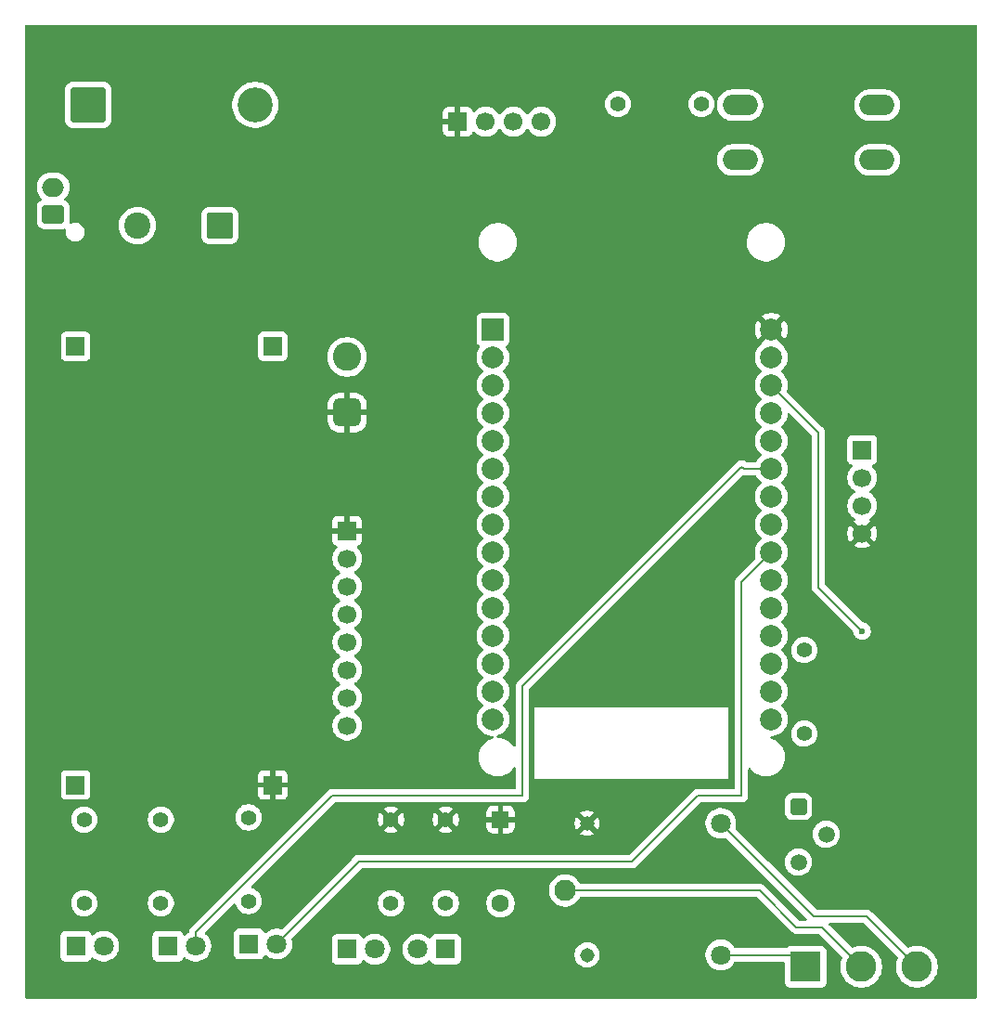
<source format=gbr>
%TF.GenerationSoftware,KiCad,Pcbnew,9.0.4*%
%TF.CreationDate,2025-11-05T17:19:51+05:30*%
%TF.ProjectId,BikeSSv3,42696b65-5353-4763-932e-6b696361645f,rev?*%
%TF.SameCoordinates,Original*%
%TF.FileFunction,Copper,L2,Bot*%
%TF.FilePolarity,Positive*%
%FSLAX46Y46*%
G04 Gerber Fmt 4.6, Leading zero omitted, Abs format (unit mm)*
G04 Created by KiCad (PCBNEW 9.0.4) date 2025-11-05 17:19:51*
%MOMM*%
%LPD*%
G01*
G04 APERTURE LIST*
G04 Aperture macros list*
%AMRoundRect*
0 Rectangle with rounded corners*
0 $1 Rounding radius*
0 $2 $3 $4 $5 $6 $7 $8 $9 X,Y pos of 4 corners*
0 Add a 4 corners polygon primitive as box body*
4,1,4,$2,$3,$4,$5,$6,$7,$8,$9,$2,$3,0*
0 Add four circle primitives for the rounded corners*
1,1,$1+$1,$2,$3*
1,1,$1+$1,$4,$5*
1,1,$1+$1,$6,$7*
1,1,$1+$1,$8,$9*
0 Add four rect primitives between the rounded corners*
20,1,$1+$1,$2,$3,$4,$5,0*
20,1,$1+$1,$4,$5,$6,$7,0*
20,1,$1+$1,$6,$7,$8,$9,0*
20,1,$1+$1,$8,$9,$2,$3,0*%
G04 Aperture macros list end*
%TA.AperFunction,ComponentPad*%
%ADD10R,1.700000X1.700000*%
%TD*%
%TA.AperFunction,ComponentPad*%
%ADD11C,1.700000*%
%TD*%
%TA.AperFunction,ComponentPad*%
%ADD12C,1.400000*%
%TD*%
%TA.AperFunction,ComponentPad*%
%ADD13R,1.800000X1.800000*%
%TD*%
%TA.AperFunction,ComponentPad*%
%ADD14C,1.800000*%
%TD*%
%TA.AperFunction,ComponentPad*%
%ADD15RoundRect,0.250000X-0.500000X0.500000X-0.500000X-0.500000X0.500000X-0.500000X0.500000X0.500000X0*%
%TD*%
%TA.AperFunction,ComponentPad*%
%ADD16C,1.500000*%
%TD*%
%TA.AperFunction,ComponentPad*%
%ADD17RoundRect,0.650000X0.650000X-0.650000X0.650000X0.650000X-0.650000X0.650000X-0.650000X-0.650000X0*%
%TD*%
%TA.AperFunction,ComponentPad*%
%ADD18C,2.600000*%
%TD*%
%TA.AperFunction,ComponentPad*%
%ADD19O,3.200000X1.900000*%
%TD*%
%TA.AperFunction,ComponentPad*%
%ADD20R,2.800000X2.800000*%
%TD*%
%TA.AperFunction,ComponentPad*%
%ADD21C,2.800000*%
%TD*%
%TA.AperFunction,ComponentPad*%
%ADD22RoundRect,0.250000X0.750000X-0.600000X0.750000X0.600000X-0.750000X0.600000X-0.750000X-0.600000X0*%
%TD*%
%TA.AperFunction,ComponentPad*%
%ADD23O,2.000000X1.700000*%
%TD*%
%TA.AperFunction,ComponentPad*%
%ADD24RoundRect,0.250000X-1.350000X-1.350000X1.350000X-1.350000X1.350000X1.350000X-1.350000X1.350000X0*%
%TD*%
%TA.AperFunction,ComponentPad*%
%ADD25C,3.200000*%
%TD*%
%TA.AperFunction,ComponentPad*%
%ADD26C,1.308000*%
%TD*%
%TA.AperFunction,ComponentPad*%
%ADD27C,1.950000*%
%TD*%
%TA.AperFunction,ComponentPad*%
%ADD28RoundRect,0.250000X-0.550000X0.550000X-0.550000X-0.550000X0.550000X-0.550000X0.550000X0.550000X0*%
%TD*%
%TA.AperFunction,ComponentPad*%
%ADD29C,1.600000*%
%TD*%
%TA.AperFunction,ComponentPad*%
%ADD30R,2.000000X2.000000*%
%TD*%
%TA.AperFunction,ComponentPad*%
%ADD31C,2.000000*%
%TD*%
%TA.AperFunction,ComponentPad*%
%ADD32C,2.400000*%
%TD*%
%TA.AperFunction,ComponentPad*%
%ADD33RoundRect,0.250001X0.949999X0.949999X-0.949999X0.949999X-0.949999X-0.949999X0.949999X-0.949999X0*%
%TD*%
%TA.AperFunction,ViaPad*%
%ADD34C,0.600000*%
%TD*%
%TA.AperFunction,Conductor*%
%ADD35C,0.200000*%
%TD*%
%TA.AperFunction,Conductor*%
%ADD36C,0.250000*%
%TD*%
G04 APERTURE END LIST*
D10*
%TO.P,J107,1,Pin_1*%
%TO.N,VCC*%
X229980000Y-79525000D03*
D11*
%TO.P,J107,2,Pin_2*%
%TO.N,GND*%
X232520000Y-79525000D03*
%TO.P,J107,3,Pin_3*%
%TO.N,D16*%
X235060000Y-79525000D03*
%TO.P,J107,4,Pin_4*%
%TO.N,D17*%
X237600000Y-79525000D03*
%TD*%
D12*
%TO.P,R103,1*%
%TO.N,Net-(D104-K)*%
X195880000Y-150810000D03*
%TO.P,R103,2*%
%TO.N,GND*%
X195880000Y-143190000D03*
%TD*%
%TO.P,R105,1*%
%TO.N,VCC*%
X228880000Y-143190000D03*
%TO.P,R105,2*%
%TO.N,Net-(D106-A)*%
X228880000Y-150810000D03*
%TD*%
%TO.P,R102,1*%
%TO.N,Net-(D103-K)*%
X210880000Y-150610000D03*
%TO.P,R102,2*%
%TO.N,GND*%
X210880000Y-142990000D03*
%TD*%
D13*
%TO.P,D103,1,K*%
%TO.N,Net-(D103-K)*%
X210930000Y-154525000D03*
D14*
%TO.P,D103,2,A*%
%TO.N,/D33*%
X213470000Y-154525000D03*
%TD*%
D15*
%TO.P,Q101,1,C*%
%TO.N,Net-(D105-A)*%
X261060000Y-141985000D03*
D16*
%TO.P,Q101,2,B*%
%TO.N,Net-(Q101-B)*%
X263600000Y-144525000D03*
%TO.P,Q101,3,E*%
%TO.N,GND*%
X261060000Y-147065000D03*
%TD*%
D10*
%TO.P,J104,1,Pin_1*%
%TO.N,VCC*%
X219880000Y-116840000D03*
D11*
%TO.P,J104,2,Pin_2*%
%TO.N,GND*%
X219880000Y-119380000D03*
%TO.P,J104,3,Pin_3*%
%TO.N,D22*%
X219880000Y-121920000D03*
%TO.P,J104,4,Pin_4*%
%TO.N,D21*%
X219880000Y-124460000D03*
%TO.P,J104,5,Pin_5*%
%TO.N,unconnected-(J104-Pin_5-Pad5)*%
X219880000Y-127000000D03*
%TO.P,J104,6,Pin_6*%
%TO.N,unconnected-(J104-Pin_6-Pad6)*%
X219880000Y-129540000D03*
%TO.P,J104,7,Pin_7*%
%TO.N,GND*%
X219880000Y-132080000D03*
%TO.P,J104,8,Pin_8*%
%TO.N,unconnected-(J104-Pin_8-Pad8)*%
X219880000Y-134620000D03*
%TD*%
D10*
%TO.P,J108,1,Pin_1*%
%TO.N,GND*%
X195100000Y-140025000D03*
%TD*%
D13*
%TO.P,D106,1,K*%
%TO.N,Net-(D105-A)*%
X228880000Y-155000000D03*
D14*
%TO.P,D106,2,A*%
%TO.N,Net-(D106-A)*%
X226340000Y-155000000D03*
%TD*%
D17*
%TO.P,TP101,1,1*%
%TO.N,VCC*%
X219880000Y-106065000D03*
D18*
%TO.P,TP101,2,2*%
%TO.N,GND*%
X219880000Y-100985000D03*
%TD*%
D13*
%TO.P,D107,1,K*%
%TO.N,GND*%
X219880000Y-155000000D03*
D14*
%TO.P,D107,2,A*%
%TO.N,Net-(D107-A)*%
X222420000Y-155000000D03*
%TD*%
D19*
%TO.P,SW102,1,1*%
%TO.N,Net-(R104-Pad2)*%
X255750000Y-78025000D03*
X268250000Y-78025000D03*
%TO.P,SW102,2,2*%
%TO.N,/D12*%
X255750000Y-83025000D03*
X268250000Y-83025000D03*
%TD*%
D10*
%TO.P,J105,1,Pin_1*%
%TO.N,GND*%
X266880000Y-109460000D03*
D11*
%TO.P,J105,2,Pin_2*%
%TO.N,D26*%
X266880000Y-112000000D03*
%TO.P,J105,3,Pin_3*%
%TO.N,D25*%
X266880000Y-114540000D03*
%TO.P,J105,4,Pin_4*%
%TO.N,VCC*%
X266880000Y-117080000D03*
%TD*%
D10*
%TO.P,J106,1,Pin_1*%
%TO.N,/12V-*%
X195100000Y-100025000D03*
%TD*%
D12*
%TO.P,R107,1*%
%TO.N,D14*%
X261600000Y-127715000D03*
%TO.P,R107,2*%
%TO.N,Net-(Q101-B)*%
X261600000Y-135335000D03*
%TD*%
D20*
%TO.P,J112,1,Pin_1*%
%TO.N,/NO*%
X261720000Y-156600000D03*
D21*
%TO.P,J112,2,Pin_2*%
%TO.N,/COM*%
X266800000Y-156600000D03*
%TO.P,J112,3,Pin_3*%
%TO.N,/NC*%
X271880000Y-156600000D03*
%TD*%
D22*
%TO.P,J101,1,Pin_1*%
%TO.N,/12V-*%
X193053674Y-88000000D03*
D23*
%TO.P,J101,2,Pin_2*%
%TO.N,/12V+DI*%
X193053674Y-85500000D03*
%TD*%
D24*
%TO.P,D101,1,K*%
%TO.N,/12V+DI*%
X196260000Y-78000000D03*
D25*
%TO.P,D101,2,A*%
%TO.N,/12V+ DO*%
X211500000Y-78000000D03*
%TD*%
D12*
%TO.P,R104,1*%
%TO.N,GND*%
X244590000Y-77925000D03*
%TO.P,R104,2*%
%TO.N,Net-(R104-Pad2)*%
X252210000Y-77925000D03*
%TD*%
D26*
%TO.P,K101,COIL1*%
%TO.N,VCC*%
X241780000Y-143525000D03*
%TO.P,K101,COIL2*%
%TO.N,Net-(D105-A)*%
X241780000Y-155525000D03*
D27*
%TO.P,K101,COM*%
%TO.N,/COM*%
X239780000Y-149645000D03*
D14*
%TO.P,K101,NC*%
%TO.N,/NC*%
X253980000Y-143525000D03*
%TO.P,K101,NO*%
%TO.N,/NO*%
X253980000Y-155525000D03*
%TD*%
D10*
%TO.P,J103,1,Pin_1*%
%TO.N,VCC*%
X213100000Y-140025000D03*
%TD*%
D28*
%TO.P,D105,1,K*%
%TO.N,VCC*%
X233880000Y-143190000D03*
D29*
%TO.P,D105,2,A*%
%TO.N,Net-(D105-A)*%
X233880000Y-150810000D03*
%TD*%
D13*
%TO.P,D104,1,K*%
%TO.N,Net-(D104-K)*%
X195130000Y-154725000D03*
D14*
%TO.P,D104,2,A*%
%TO.N,/D13*%
X197670000Y-154725000D03*
%TD*%
D13*
%TO.P,D102,1,K*%
%TO.N,Net-(D102-K)*%
X203530000Y-154725000D03*
D14*
%TO.P,D102,2,A*%
%TO.N,/D27*%
X206070000Y-154725000D03*
%TD*%
D12*
%TO.P,R106,1*%
%TO.N,VCC*%
X223880000Y-143190000D03*
%TO.P,R106,2*%
%TO.N,Net-(D107-A)*%
X223880000Y-150810000D03*
%TD*%
%TO.P,R101,1*%
%TO.N,Net-(D102-K)*%
X202880000Y-150810000D03*
%TO.P,R101,2*%
%TO.N,GND*%
X202880000Y-143190000D03*
%TD*%
D30*
%TO.P,U101,1,3V3*%
%TO.N,unconnected-(U101-3V3-Pad1)*%
X233180000Y-98485000D03*
D31*
%TO.P,U101,2,GND*%
%TO.N,GND*%
X233180000Y-101025000D03*
%TO.P,U101,3,D15*%
%TO.N,unconnected-(U101-D15-Pad3)*%
X233180000Y-103565000D03*
%TO.P,U101,4,D2*%
%TO.N,unconnected-(U101-D2-Pad4)*%
X233180000Y-106105000D03*
%TO.P,U101,5,D4*%
%TO.N,unconnected-(U101-D4-Pad5)*%
X233180000Y-108645000D03*
%TO.P,U101,6,RX2*%
%TO.N,D16*%
X233180000Y-111185000D03*
%TO.P,U101,7,TX2*%
%TO.N,D17*%
X233180000Y-113725000D03*
%TO.P,U101,8,D5*%
%TO.N,unconnected-(U101-D5-Pad8)*%
X233180000Y-116265000D03*
%TO.P,U101,9,D18*%
%TO.N,unconnected-(U101-D18-Pad9)*%
X233180000Y-118805000D03*
%TO.P,U101,10,D19*%
%TO.N,unconnected-(U101-D19-Pad10)*%
X233180000Y-121345000D03*
%TO.P,U101,11,D21*%
%TO.N,unconnected-(U101-D21-Pad11)*%
X233180000Y-123885000D03*
%TO.P,U101,12,RX0*%
%TO.N,unconnected-(U101-RX0-Pad12)*%
X233180000Y-126425000D03*
%TO.P,U101,13,TX0*%
%TO.N,unconnected-(U101-TX0-Pad13)*%
X233180000Y-128965000D03*
%TO.P,U101,14,D22*%
%TO.N,D22*%
X233180000Y-131505000D03*
%TO.P,U101,15,D23*%
%TO.N,D21*%
X233180000Y-134045000D03*
%TO.P,U101,16,EN*%
%TO.N,unconnected-(U101-EN-Pad16)*%
X258580000Y-134045000D03*
%TO.P,U101,17,VP*%
%TO.N,unconnected-(U101-VP-Pad17)*%
X258580000Y-131505000D03*
%TO.P,U101,18,VN*%
%TO.N,unconnected-(U101-VN-Pad18)*%
X258580000Y-128965000D03*
%TO.P,U101,19,D34*%
%TO.N,unconnected-(U101-D34-Pad19)*%
X258580000Y-126425000D03*
%TO.P,U101,20,D35*%
%TO.N,unconnected-(U101-D35-Pad20)*%
X258580000Y-123885000D03*
%TO.P,U101,21,D32*%
%TO.N,unconnected-(U101-D32-Pad21)*%
X258580000Y-121345000D03*
%TO.P,U101,22,D33*%
%TO.N,/D33*%
X258580000Y-118805000D03*
%TO.P,U101,23,D25*%
%TO.N,D25*%
X258580000Y-116265000D03*
%TO.P,U101,24,D26*%
%TO.N,D26*%
X258580000Y-113725000D03*
%TO.P,U101,25,D27*%
%TO.N,/D27*%
X258580000Y-111185000D03*
%TO.P,U101,26,D14*%
%TO.N,D14*%
X258580000Y-108645000D03*
%TO.P,U101,27,D12*%
%TO.N,/D12*%
X258580000Y-106105000D03*
%TO.P,U101,28,D13*%
%TO.N,/D13*%
X258580000Y-103565000D03*
%TO.P,U101,29,GND*%
%TO.N,GND*%
X258580000Y-101025000D03*
%TO.P,U101,30,VIN*%
%TO.N,VCC*%
X258580000Y-98485000D03*
%TD*%
D10*
%TO.P,J102,1,Pin_1*%
%TO.N,/12V+ DO*%
X213100000Y-100025000D03*
%TD*%
D32*
%TO.P,C101,2*%
%TO.N,/12V-*%
X200752651Y-89000000D03*
D33*
%TO.P,C101,1*%
%TO.N,/12V+ DO*%
X208252651Y-89000000D03*
%TD*%
D34*
%TO.N,/D13*%
X266880000Y-126000000D03*
%TD*%
D35*
%TO.N,/D33*%
X220880000Y-147000000D02*
X245880000Y-147000000D01*
X251880000Y-141000000D02*
X255880000Y-141000000D01*
X213470000Y-154525000D02*
X220880000Y-147115000D01*
X255880000Y-141000000D02*
X255880000Y-121505000D01*
X220880000Y-147115000D02*
X220880000Y-147000000D01*
X245880000Y-147000000D02*
X251880000Y-141000000D01*
X255880000Y-121505000D02*
X258580000Y-118805000D01*
D36*
%TO.N,Net-(R104-Pad2)*%
X255650000Y-77925000D02*
X255750000Y-78025000D01*
D35*
%TO.N,/D13*%
X266880000Y-126000000D02*
X262880000Y-122000000D01*
X262880000Y-122000000D02*
X262880000Y-107865000D01*
X262880000Y-107865000D02*
X258580000Y-103565000D01*
%TO.N,/COM*%
X257525000Y-149645000D02*
X260880000Y-153000000D01*
%TO.N,/D27*%
X256065000Y-111185000D02*
X258580000Y-111185000D01*
X206070000Y-154725000D02*
X206070000Y-153452208D01*
X218522208Y-141000000D02*
X235880000Y-141000000D01*
X206070000Y-153452208D02*
X218522208Y-141000000D01*
X235880000Y-141000000D02*
X235880000Y-131000000D01*
X235880000Y-131000000D02*
X255880000Y-111000000D01*
X255880000Y-111000000D02*
X256065000Y-111185000D01*
%TO.N,/COM*%
X239780000Y-149645000D02*
X257525000Y-149645000D01*
%TO.N,/NC*%
X253980000Y-143525000D02*
X262455000Y-152000000D01*
%TO.N,/COM*%
X260880000Y-153000000D02*
X263200000Y-153000000D01*
%TO.N,/NC*%
X262455000Y-152000000D02*
X267280000Y-152000000D01*
X267280000Y-152000000D02*
X271880000Y-156600000D01*
%TO.N,/COM*%
X263200000Y-153000000D02*
X266800000Y-156600000D01*
%TO.N,/NO*%
X253980000Y-155525000D02*
X260645000Y-155525000D01*
X260645000Y-155525000D02*
X261720000Y-156600000D01*
%TD*%
%TA.AperFunction,Conductor*%
%TO.N,VCC*%
G36*
X277322539Y-70725185D02*
G01*
X277368294Y-70777989D01*
X277379500Y-70829500D01*
X277379500Y-159375500D01*
X277359815Y-159442539D01*
X277307011Y-159488294D01*
X277255500Y-159499500D01*
X190604500Y-159499500D01*
X190537461Y-159479815D01*
X190491706Y-159427011D01*
X190480500Y-159375500D01*
X190480500Y-153777135D01*
X193729500Y-153777135D01*
X193729500Y-155672870D01*
X193729501Y-155672876D01*
X193735908Y-155732483D01*
X193786202Y-155867328D01*
X193786206Y-155867335D01*
X193872452Y-155982544D01*
X193872455Y-155982547D01*
X193987664Y-156068793D01*
X193987671Y-156068797D01*
X194122517Y-156119091D01*
X194122516Y-156119091D01*
X194129444Y-156119835D01*
X194182127Y-156125500D01*
X196077872Y-156125499D01*
X196137483Y-156119091D01*
X196272331Y-156068796D01*
X196387546Y-155982546D01*
X196473796Y-155867331D01*
X196479159Y-155852952D01*
X196503601Y-155787420D01*
X196545471Y-155731486D01*
X196610936Y-155707068D01*
X196679209Y-155721919D01*
X196707464Y-155743071D01*
X196757636Y-155793243D01*
X196757641Y-155793247D01*
X196861628Y-155868797D01*
X196935978Y-155922815D01*
X197057209Y-155984586D01*
X197132393Y-156022895D01*
X197132396Y-156022896D01*
X197237221Y-156056955D01*
X197342049Y-156091015D01*
X197559778Y-156125500D01*
X197559779Y-156125500D01*
X197780221Y-156125500D01*
X197780222Y-156125500D01*
X197997951Y-156091015D01*
X198207606Y-156022895D01*
X198404022Y-155922815D01*
X198582365Y-155793242D01*
X198738242Y-155637365D01*
X198867815Y-155459022D01*
X198967895Y-155262606D01*
X198969060Y-155259022D01*
X198998612Y-155168066D01*
X199036015Y-155052951D01*
X199070500Y-154835222D01*
X199070500Y-154614778D01*
X199036015Y-154397049D01*
X198980798Y-154227105D01*
X198967896Y-154187396D01*
X198967895Y-154187393D01*
X198929266Y-154111581D01*
X198867815Y-153990978D01*
X198829020Y-153937581D01*
X198762986Y-153846691D01*
X198738247Y-153812641D01*
X198738243Y-153812636D01*
X198702742Y-153777135D01*
X202129500Y-153777135D01*
X202129500Y-155672870D01*
X202129501Y-155672876D01*
X202135908Y-155732483D01*
X202186202Y-155867328D01*
X202186206Y-155867335D01*
X202272452Y-155982544D01*
X202272455Y-155982547D01*
X202387664Y-156068793D01*
X202387671Y-156068797D01*
X202522517Y-156119091D01*
X202522516Y-156119091D01*
X202529444Y-156119835D01*
X202582127Y-156125500D01*
X204477872Y-156125499D01*
X204537483Y-156119091D01*
X204672331Y-156068796D01*
X204787546Y-155982546D01*
X204873796Y-155867331D01*
X204879159Y-155852952D01*
X204903601Y-155787420D01*
X204945471Y-155731486D01*
X205010936Y-155707068D01*
X205079209Y-155721919D01*
X205107464Y-155743071D01*
X205157636Y-155793243D01*
X205157641Y-155793247D01*
X205261628Y-155868797D01*
X205335978Y-155922815D01*
X205457209Y-155984586D01*
X205532393Y-156022895D01*
X205532396Y-156022896D01*
X205637221Y-156056955D01*
X205742049Y-156091015D01*
X205959778Y-156125500D01*
X205959779Y-156125500D01*
X206180221Y-156125500D01*
X206180222Y-156125500D01*
X206397951Y-156091015D01*
X206607606Y-156022895D01*
X206804022Y-155922815D01*
X206982365Y-155793242D01*
X207138242Y-155637365D01*
X207267815Y-155459022D01*
X207367895Y-155262606D01*
X207369060Y-155259022D01*
X207398612Y-155168066D01*
X207436015Y-155052951D01*
X207470500Y-154835222D01*
X207470500Y-154614778D01*
X207436015Y-154397049D01*
X207380798Y-154227105D01*
X207367896Y-154187396D01*
X207367895Y-154187393D01*
X207329266Y-154111581D01*
X207267815Y-153990978D01*
X207229019Y-153937580D01*
X207138247Y-153812641D01*
X207138243Y-153812636D01*
X206982361Y-153656754D01*
X206944784Y-153629454D01*
X206902118Y-153574125D01*
X206896137Y-153504512D01*
X206928742Y-153442716D01*
X206929911Y-153441530D01*
X209509884Y-150861558D01*
X209571205Y-150828075D01*
X209640897Y-150833059D01*
X209696830Y-150874931D01*
X209715494Y-150910922D01*
X209767454Y-151070836D01*
X209853240Y-151239199D01*
X209964310Y-151392073D01*
X210097927Y-151525690D01*
X210250801Y-151636760D01*
X210330347Y-151677290D01*
X210419163Y-151722545D01*
X210419165Y-151722545D01*
X210419168Y-151722547D01*
X210515497Y-151753846D01*
X210598881Y-151780940D01*
X210785514Y-151810500D01*
X210785519Y-151810500D01*
X210974486Y-151810500D01*
X211161118Y-151780940D01*
X211340832Y-151722547D01*
X211509199Y-151636760D01*
X211662073Y-151525690D01*
X211795690Y-151392073D01*
X211906760Y-151239199D01*
X211992547Y-151070832D01*
X212050940Y-150891118D01*
X212053504Y-150874931D01*
X212080500Y-150704486D01*
X212080500Y-150515513D01*
X212050940Y-150328881D01*
X212023846Y-150245497D01*
X211992547Y-150149168D01*
X211992545Y-150149165D01*
X211992545Y-150149163D01*
X211906759Y-149980800D01*
X211893671Y-149962786D01*
X211795690Y-149827927D01*
X211662073Y-149694310D01*
X211509199Y-149583240D01*
X211340836Y-149497454D01*
X211180922Y-149445494D01*
X211123247Y-149406056D01*
X211096049Y-149341697D01*
X211107964Y-149272851D01*
X211131557Y-149239885D01*
X216173561Y-144197882D01*
X223225669Y-144197882D01*
X223225670Y-144197883D01*
X223251059Y-144216329D01*
X223419362Y-144302085D01*
X223598997Y-144360451D01*
X223785553Y-144390000D01*
X223974447Y-144390000D01*
X224161002Y-144360451D01*
X224340637Y-144302085D01*
X224508937Y-144216331D01*
X224534328Y-144197883D01*
X224534328Y-144197882D01*
X228225669Y-144197882D01*
X228225670Y-144197883D01*
X228251059Y-144216329D01*
X228419362Y-144302085D01*
X228598997Y-144360451D01*
X228785553Y-144390000D01*
X228974447Y-144390000D01*
X229161002Y-144360451D01*
X229340637Y-144302085D01*
X229508937Y-144216331D01*
X229534328Y-144197883D01*
X229534328Y-144197882D01*
X228880001Y-143543554D01*
X228880000Y-143543554D01*
X228225669Y-144197882D01*
X224534328Y-144197882D01*
X223880001Y-143543554D01*
X223880000Y-143543554D01*
X223225669Y-144197882D01*
X216173561Y-144197882D01*
X217275891Y-143095552D01*
X222680000Y-143095552D01*
X222680000Y-143284447D01*
X222709548Y-143471002D01*
X222767914Y-143650637D01*
X222853666Y-143818933D01*
X222872116Y-143844328D01*
X223526446Y-143190000D01*
X223526446Y-143189999D01*
X223480369Y-143143922D01*
X223530000Y-143143922D01*
X223530000Y-143236078D01*
X223553852Y-143325095D01*
X223599930Y-143404905D01*
X223665095Y-143470070D01*
X223744905Y-143516148D01*
X223833922Y-143540000D01*
X223926078Y-143540000D01*
X224015095Y-143516148D01*
X224094905Y-143470070D01*
X224160070Y-143404905D01*
X224206148Y-143325095D01*
X224230000Y-143236078D01*
X224230000Y-143189999D01*
X224233554Y-143189999D01*
X224233554Y-143190000D01*
X224887882Y-143844328D01*
X224887883Y-143844328D01*
X224906331Y-143818937D01*
X224992085Y-143650637D01*
X225050451Y-143471002D01*
X225080000Y-143284447D01*
X225080000Y-143095552D01*
X227680000Y-143095552D01*
X227680000Y-143284447D01*
X227709548Y-143471002D01*
X227767914Y-143650637D01*
X227853666Y-143818933D01*
X227872116Y-143844328D01*
X228526446Y-143190000D01*
X228526446Y-143189999D01*
X228480369Y-143143922D01*
X228530000Y-143143922D01*
X228530000Y-143236078D01*
X228553852Y-143325095D01*
X228599930Y-143404905D01*
X228665095Y-143470070D01*
X228744905Y-143516148D01*
X228833922Y-143540000D01*
X228926078Y-143540000D01*
X229015095Y-143516148D01*
X229094905Y-143470070D01*
X229160070Y-143404905D01*
X229206148Y-143325095D01*
X229230000Y-143236078D01*
X229230000Y-143189999D01*
X229233554Y-143189999D01*
X229233554Y-143190000D01*
X229887882Y-143844328D01*
X229887883Y-143844328D01*
X229906331Y-143818937D01*
X229992085Y-143650637D01*
X230050452Y-143471002D01*
X230066570Y-143369240D01*
X230080000Y-143284447D01*
X230080000Y-143095552D01*
X230050451Y-142908997D01*
X229992085Y-142729362D01*
X229948162Y-142643159D01*
X229921082Y-142590013D01*
X232580000Y-142590013D01*
X232580000Y-142940000D01*
X233564314Y-142940000D01*
X233559920Y-142944394D01*
X233507259Y-143035606D01*
X233480000Y-143137339D01*
X233480000Y-143242661D01*
X233507259Y-143344394D01*
X233559920Y-143435606D01*
X233564314Y-143440000D01*
X232580001Y-143440000D01*
X232580001Y-143789986D01*
X232590494Y-143892697D01*
X232645641Y-144059119D01*
X232645643Y-144059124D01*
X232737684Y-144208345D01*
X232861654Y-144332315D01*
X233010875Y-144424356D01*
X233010880Y-144424358D01*
X233177302Y-144479505D01*
X233177309Y-144479506D01*
X233280019Y-144489999D01*
X233629999Y-144489999D01*
X233630000Y-144489998D01*
X233630000Y-143505686D01*
X233634394Y-143510080D01*
X233725606Y-143562741D01*
X233827339Y-143590000D01*
X233932661Y-143590000D01*
X234034394Y-143562741D01*
X234125606Y-143510080D01*
X234130000Y-143505686D01*
X234130000Y-144489999D01*
X234479972Y-144489999D01*
X234479986Y-144489998D01*
X234582697Y-144479505D01*
X234749119Y-144424358D01*
X234749124Y-144424356D01*
X234874295Y-144347150D01*
X234898345Y-144332315D01*
X235022315Y-144208345D01*
X235114356Y-144059124D01*
X235114358Y-144059119D01*
X235169505Y-143892697D01*
X235169506Y-143892690D01*
X235179999Y-143789986D01*
X235180000Y-143789973D01*
X235180000Y-143440000D01*
X234195686Y-143440000D01*
X234200080Y-143435606D01*
X234200904Y-143434178D01*
X240626000Y-143434178D01*
X240626000Y-143615821D01*
X240654415Y-143795225D01*
X240710548Y-143967984D01*
X240793012Y-144129830D01*
X240793014Y-144129834D01*
X240805048Y-144146395D01*
X240805049Y-144146396D01*
X241380000Y-143571445D01*
X241380000Y-143577661D01*
X241407259Y-143679394D01*
X241459920Y-143770606D01*
X241534394Y-143845080D01*
X241625606Y-143897741D01*
X241727339Y-143925000D01*
X241733554Y-143925000D01*
X241158602Y-144499949D01*
X241158603Y-144499950D01*
X241175165Y-144511985D01*
X241175179Y-144511993D01*
X241337012Y-144594450D01*
X241509774Y-144650584D01*
X241689179Y-144679000D01*
X241870821Y-144679000D01*
X242050225Y-144650584D01*
X242222984Y-144594451D01*
X242384831Y-144511986D01*
X242401396Y-144499949D01*
X241826447Y-143925000D01*
X241832661Y-143925000D01*
X241934394Y-143897741D01*
X242025606Y-143845080D01*
X242100080Y-143770606D01*
X242152741Y-143679394D01*
X242180000Y-143577661D01*
X242180000Y-143571446D01*
X242754949Y-144146395D01*
X242766986Y-144129831D01*
X242849451Y-143967984D01*
X242905584Y-143795225D01*
X242934000Y-143615821D01*
X242934000Y-143434178D01*
X242905584Y-143254774D01*
X242849450Y-143082012D01*
X242766993Y-142920179D01*
X242766985Y-142920165D01*
X242754950Y-142903603D01*
X242754949Y-142903602D01*
X242180000Y-143478552D01*
X242180000Y-143472339D01*
X242152741Y-143370606D01*
X242100080Y-143279394D01*
X242025606Y-143204920D01*
X241934394Y-143152259D01*
X241832661Y-143125000D01*
X241826447Y-143125000D01*
X242401396Y-142550049D01*
X242401395Y-142550048D01*
X242384834Y-142538014D01*
X242384830Y-142538012D01*
X242222984Y-142455548D01*
X242050225Y-142399415D01*
X241870821Y-142371000D01*
X241689179Y-142371000D01*
X241509774Y-142399415D01*
X241337015Y-142455548D01*
X241175170Y-142538012D01*
X241175161Y-142538018D01*
X241158603Y-142550048D01*
X241158602Y-142550049D01*
X241733554Y-143125000D01*
X241727339Y-143125000D01*
X241625606Y-143152259D01*
X241534394Y-143204920D01*
X241459920Y-143279394D01*
X241407259Y-143370606D01*
X241380000Y-143472339D01*
X241380000Y-143478553D01*
X240805049Y-142903602D01*
X240805048Y-142903603D01*
X240793018Y-142920161D01*
X240793012Y-142920170D01*
X240710548Y-143082015D01*
X240654415Y-143254774D01*
X240626000Y-143434178D01*
X234200904Y-143434178D01*
X234252741Y-143344394D01*
X234280000Y-143242661D01*
X234280000Y-143137339D01*
X234252741Y-143035606D01*
X234200080Y-142944394D01*
X234195686Y-142940000D01*
X235179999Y-142940000D01*
X235179999Y-142590028D01*
X235179998Y-142590013D01*
X235169505Y-142487302D01*
X235114358Y-142320880D01*
X235114356Y-142320875D01*
X235022315Y-142171654D01*
X234898345Y-142047684D01*
X234749124Y-141955643D01*
X234749119Y-141955641D01*
X234582697Y-141900494D01*
X234582690Y-141900493D01*
X234479986Y-141890000D01*
X234130000Y-141890000D01*
X234130000Y-142874314D01*
X234125606Y-142869920D01*
X234034394Y-142817259D01*
X233932661Y-142790000D01*
X233827339Y-142790000D01*
X233725606Y-142817259D01*
X233634394Y-142869920D01*
X233630000Y-142874314D01*
X233630000Y-141890000D01*
X233280028Y-141890000D01*
X233280012Y-141890001D01*
X233177302Y-141900494D01*
X233010880Y-141955641D01*
X233010875Y-141955643D01*
X232861654Y-142047684D01*
X232737684Y-142171654D01*
X232645643Y-142320875D01*
X232645641Y-142320880D01*
X232590494Y-142487302D01*
X232590493Y-142487309D01*
X232580000Y-142590013D01*
X229921082Y-142590013D01*
X229906329Y-142561059D01*
X229887883Y-142535670D01*
X229887882Y-142535669D01*
X229233554Y-143189999D01*
X229230000Y-143189999D01*
X229230000Y-143143922D01*
X229206148Y-143054905D01*
X229160070Y-142975095D01*
X229094905Y-142909930D01*
X229015095Y-142863852D01*
X228926078Y-142840000D01*
X228833922Y-142840000D01*
X228744905Y-142863852D01*
X228665095Y-142909930D01*
X228599930Y-142975095D01*
X228553852Y-143054905D01*
X228530000Y-143143922D01*
X228480369Y-143143922D01*
X227872116Y-142535669D01*
X227872116Y-142535670D01*
X227853669Y-142561060D01*
X227767914Y-142729362D01*
X227709548Y-142908997D01*
X227680000Y-143095552D01*
X225080000Y-143095552D01*
X225050451Y-142908997D01*
X224992085Y-142729362D01*
X224906329Y-142561059D01*
X224887883Y-142535670D01*
X224887882Y-142535669D01*
X224233554Y-143189999D01*
X224230000Y-143189999D01*
X224230000Y-143143922D01*
X224206148Y-143054905D01*
X224160070Y-142975095D01*
X224094905Y-142909930D01*
X224015095Y-142863852D01*
X223926078Y-142840000D01*
X223833922Y-142840000D01*
X223744905Y-142863852D01*
X223665095Y-142909930D01*
X223599930Y-142975095D01*
X223553852Y-143054905D01*
X223530000Y-143143922D01*
X223480369Y-143143922D01*
X222872116Y-142535669D01*
X222872116Y-142535670D01*
X222853669Y-142561060D01*
X222767914Y-142729362D01*
X222709548Y-142908997D01*
X222680000Y-143095552D01*
X217275891Y-143095552D01*
X218189327Y-142182116D01*
X223225669Y-142182116D01*
X223880000Y-142836446D01*
X223880001Y-142836446D01*
X224534328Y-142182116D01*
X228225669Y-142182116D01*
X228880000Y-142836446D01*
X228880001Y-142836446D01*
X229534328Y-142182116D01*
X229508933Y-142163666D01*
X229340637Y-142077914D01*
X229161002Y-142019548D01*
X228974447Y-141990000D01*
X228785553Y-141990000D01*
X228598997Y-142019548D01*
X228419362Y-142077914D01*
X228251060Y-142163669D01*
X228225670Y-142182116D01*
X228225669Y-142182116D01*
X224534328Y-142182116D01*
X224508933Y-142163666D01*
X224340637Y-142077914D01*
X224161002Y-142019548D01*
X223974447Y-141990000D01*
X223785553Y-141990000D01*
X223598997Y-142019548D01*
X223419362Y-142077914D01*
X223251060Y-142163669D01*
X223225670Y-142182116D01*
X223225669Y-142182116D01*
X218189327Y-142182116D01*
X218734624Y-141636819D01*
X218795947Y-141603334D01*
X218822305Y-141600500D01*
X235959055Y-141600500D01*
X235959057Y-141600500D01*
X236111784Y-141559577D01*
X236248716Y-141480520D01*
X236360520Y-141368716D01*
X236439577Y-141231784D01*
X236480500Y-141079057D01*
X236480500Y-139475000D01*
X236970000Y-139475000D01*
X254660000Y-139475000D01*
X254660000Y-132985000D01*
X236970000Y-132985000D01*
X236970000Y-139475000D01*
X236480500Y-139475000D01*
X236480500Y-131300096D01*
X236500185Y-131233057D01*
X236516814Y-131212420D01*
X255907414Y-111821819D01*
X255968737Y-111788335D01*
X255995095Y-111785501D01*
X256151654Y-111785501D01*
X256151670Y-111785500D01*
X257125932Y-111785500D01*
X257192971Y-111805185D01*
X257236416Y-111853203D01*
X257296657Y-111971433D01*
X257435483Y-112162510D01*
X257602490Y-112329517D01*
X257637127Y-112354683D01*
X257679792Y-112410013D01*
X257685771Y-112479626D01*
X257653165Y-112541421D01*
X257637130Y-112555315D01*
X257619365Y-112568222D01*
X257602488Y-112580484D01*
X257435485Y-112747487D01*
X257435485Y-112747488D01*
X257435483Y-112747490D01*
X257375862Y-112829550D01*
X257296657Y-112938566D01*
X257189433Y-113149003D01*
X257116446Y-113373631D01*
X257079500Y-113606902D01*
X257079500Y-113843097D01*
X257116446Y-114076368D01*
X257189433Y-114300996D01*
X257296657Y-114511433D01*
X257435483Y-114702510D01*
X257602490Y-114869517D01*
X257637127Y-114894683D01*
X257679792Y-114950013D01*
X257685771Y-115019626D01*
X257653165Y-115081421D01*
X257637130Y-115095315D01*
X257619365Y-115108222D01*
X257602488Y-115120484D01*
X257435485Y-115287487D01*
X257435485Y-115287488D01*
X257435483Y-115287490D01*
X257375862Y-115369550D01*
X257296657Y-115478566D01*
X257189433Y-115689003D01*
X257116446Y-115913631D01*
X257079500Y-116146902D01*
X257079500Y-116383097D01*
X257116446Y-116616368D01*
X257189433Y-116840996D01*
X257287261Y-117032993D01*
X257296657Y-117051433D01*
X257435483Y-117242510D01*
X257602490Y-117409517D01*
X257637127Y-117434683D01*
X257679792Y-117490013D01*
X257685771Y-117559626D01*
X257653165Y-117621421D01*
X257637130Y-117635315D01*
X257619365Y-117648222D01*
X257602488Y-117660484D01*
X257435485Y-117827487D01*
X257435485Y-117827488D01*
X257435483Y-117827490D01*
X257375862Y-117909550D01*
X257296657Y-118018566D01*
X257189433Y-118229003D01*
X257116446Y-118453631D01*
X257079500Y-118686902D01*
X257079500Y-118923097D01*
X257116447Y-119156369D01*
X257116447Y-119156372D01*
X257157450Y-119282564D01*
X257159445Y-119352405D01*
X257127200Y-119408563D01*
X255511286Y-121024478D01*
X255399481Y-121136282D01*
X255399479Y-121136285D01*
X255355661Y-121212182D01*
X255355660Y-121212183D01*
X255320423Y-121273215D01*
X255279499Y-121425943D01*
X255279499Y-121425945D01*
X255279499Y-121594046D01*
X255279500Y-121594059D01*
X255279500Y-140275500D01*
X255259815Y-140342539D01*
X255207011Y-140388294D01*
X255155500Y-140399500D01*
X251800940Y-140399500D01*
X251760019Y-140410464D01*
X251760019Y-140410465D01*
X251722751Y-140420451D01*
X251648214Y-140440423D01*
X251648209Y-140440426D01*
X251511290Y-140519475D01*
X251511282Y-140519481D01*
X251399480Y-140631284D01*
X251399478Y-140631286D01*
X248520685Y-143510080D01*
X245667584Y-146363181D01*
X245606261Y-146396666D01*
X245579903Y-146399500D01*
X220800943Y-146399500D01*
X220648216Y-146440423D01*
X220648209Y-146440426D01*
X220511290Y-146519475D01*
X220511282Y-146519481D01*
X220399481Y-146631282D01*
X220399475Y-146631290D01*
X220320426Y-146768209D01*
X220320421Y-146768220D01*
X220308111Y-146814160D01*
X220276018Y-146869745D01*
X213994202Y-153151561D01*
X213932879Y-153185046D01*
X213868203Y-153181811D01*
X213832782Y-153170302D01*
X213797952Y-153158985D01*
X213689086Y-153141742D01*
X213580222Y-153124500D01*
X213359778Y-153124500D01*
X213287201Y-153135995D01*
X213142047Y-153158985D01*
X212932396Y-153227103D01*
X212932393Y-153227104D01*
X212735974Y-153327187D01*
X212557641Y-153456752D01*
X212557636Y-153456756D01*
X212507463Y-153506929D01*
X212446140Y-153540413D01*
X212376448Y-153535428D01*
X212320515Y-153493557D01*
X212303601Y-153462580D01*
X212273797Y-153382671D01*
X212273793Y-153382664D01*
X212187547Y-153267455D01*
X212187544Y-153267452D01*
X212072335Y-153181206D01*
X212072328Y-153181202D01*
X211937482Y-153130908D01*
X211937483Y-153130908D01*
X211877883Y-153124501D01*
X211877881Y-153124500D01*
X211877873Y-153124500D01*
X211877864Y-153124500D01*
X209982129Y-153124500D01*
X209982123Y-153124501D01*
X209922516Y-153130908D01*
X209787671Y-153181202D01*
X209787664Y-153181206D01*
X209672455Y-153267452D01*
X209672452Y-153267455D01*
X209586206Y-153382664D01*
X209586202Y-153382671D01*
X209535908Y-153517517D01*
X209529501Y-153577116D01*
X209529500Y-153577135D01*
X209529500Y-155472870D01*
X209529501Y-155472876D01*
X209535908Y-155532483D01*
X209586202Y-155667328D01*
X209586206Y-155667335D01*
X209672452Y-155782544D01*
X209672455Y-155782547D01*
X209787664Y-155868793D01*
X209787671Y-155868797D01*
X209922517Y-155919091D01*
X209922516Y-155919091D01*
X209929444Y-155919835D01*
X209982127Y-155925500D01*
X211877872Y-155925499D01*
X211937483Y-155919091D01*
X212072331Y-155868796D01*
X212187546Y-155782546D01*
X212273796Y-155667331D01*
X212292993Y-155615861D01*
X212303601Y-155587420D01*
X212345471Y-155531486D01*
X212410936Y-155507068D01*
X212479209Y-155521919D01*
X212507464Y-155543071D01*
X212557636Y-155593243D01*
X212557641Y-155593247D01*
X212618365Y-155637365D01*
X212735978Y-155722815D01*
X212862771Y-155787420D01*
X212932393Y-155822895D01*
X212932396Y-155822896D01*
X213024898Y-155852951D01*
X213142049Y-155891015D01*
X213359778Y-155925500D01*
X213359779Y-155925500D01*
X213580221Y-155925500D01*
X213580222Y-155925500D01*
X213797951Y-155891015D01*
X214007606Y-155822895D01*
X214204022Y-155722815D01*
X214382365Y-155593242D01*
X214538242Y-155437365D01*
X214667815Y-155259022D01*
X214767895Y-155062606D01*
X214836015Y-154852951D01*
X214870500Y-154635222D01*
X214870500Y-154414778D01*
X214836015Y-154197049D01*
X214813188Y-154126794D01*
X214812753Y-154111581D01*
X214807435Y-154097322D01*
X214811776Y-154077366D01*
X214811193Y-154056953D01*
X214813959Y-154052135D01*
X218479500Y-154052135D01*
X218479500Y-155947870D01*
X218479501Y-155947876D01*
X218485908Y-156007483D01*
X218536202Y-156142328D01*
X218536206Y-156142335D01*
X218622452Y-156257544D01*
X218622455Y-156257547D01*
X218737664Y-156343793D01*
X218737671Y-156343797D01*
X218872517Y-156394091D01*
X218872516Y-156394091D01*
X218879444Y-156394835D01*
X218932127Y-156400500D01*
X220827872Y-156400499D01*
X220887483Y-156394091D01*
X221022331Y-156343796D01*
X221137546Y-156257546D01*
X221223796Y-156142331D01*
X221242936Y-156091014D01*
X221253601Y-156062420D01*
X221295471Y-156006486D01*
X221360936Y-155982068D01*
X221429209Y-155996919D01*
X221457464Y-156018071D01*
X221507636Y-156068243D01*
X221507641Y-156068247D01*
X221663192Y-156181260D01*
X221685978Y-156197815D01*
X221806102Y-156259022D01*
X221882393Y-156297895D01*
X221882396Y-156297896D01*
X221987221Y-156331955D01*
X222092049Y-156366015D01*
X222309778Y-156400500D01*
X222309779Y-156400500D01*
X222530221Y-156400500D01*
X222530222Y-156400500D01*
X222747951Y-156366015D01*
X222957606Y-156297895D01*
X223154022Y-156197815D01*
X223332365Y-156068242D01*
X223488242Y-155912365D01*
X223617815Y-155734022D01*
X223717895Y-155537606D01*
X223786015Y-155327951D01*
X223820500Y-155110222D01*
X223820500Y-154889778D01*
X224939500Y-154889778D01*
X224939500Y-155110222D01*
X224948661Y-155168060D01*
X224973985Y-155327952D01*
X225042103Y-155537603D01*
X225042104Y-155537606D01*
X225092934Y-155637363D01*
X225136473Y-155722812D01*
X225142187Y-155734025D01*
X225271752Y-155912358D01*
X225271756Y-155912363D01*
X225427636Y-156068243D01*
X225427641Y-156068247D01*
X225583192Y-156181260D01*
X225605978Y-156197815D01*
X225726102Y-156259022D01*
X225802393Y-156297895D01*
X225802396Y-156297896D01*
X225907221Y-156331955D01*
X226012049Y-156366015D01*
X226229778Y-156400500D01*
X226229779Y-156400500D01*
X226450221Y-156400500D01*
X226450222Y-156400500D01*
X226667951Y-156366015D01*
X226877606Y-156297895D01*
X227074022Y-156197815D01*
X227252365Y-156068242D01*
X227302536Y-156018070D01*
X227363857Y-155984586D01*
X227433548Y-155989570D01*
X227489482Y-156031441D01*
X227506398Y-156062419D01*
X227536202Y-156142328D01*
X227536206Y-156142335D01*
X227622452Y-156257544D01*
X227622455Y-156257547D01*
X227737664Y-156343793D01*
X227737671Y-156343797D01*
X227872517Y-156394091D01*
X227872516Y-156394091D01*
X227879444Y-156394835D01*
X227932127Y-156400500D01*
X229827872Y-156400499D01*
X229887483Y-156394091D01*
X230022331Y-156343796D01*
X230137546Y-156257546D01*
X230223796Y-156142331D01*
X230274091Y-156007483D01*
X230280500Y-155947873D01*
X230280499Y-155434139D01*
X240625500Y-155434139D01*
X240625500Y-155615861D01*
X240634530Y-155672872D01*
X240653928Y-155795347D01*
X240653928Y-155795350D01*
X240710081Y-155968171D01*
X240710083Y-155968174D01*
X240792583Y-156130090D01*
X240899397Y-156277106D01*
X241027894Y-156405603D01*
X241174910Y-156512417D01*
X241336826Y-156594917D01*
X241336828Y-156594918D01*
X241498029Y-156647294D01*
X241509654Y-156651072D01*
X241689139Y-156679500D01*
X241689140Y-156679500D01*
X241870860Y-156679500D01*
X241870861Y-156679500D01*
X242050346Y-156651072D01*
X242050349Y-156651071D01*
X242050350Y-156651071D01*
X242223171Y-156594918D01*
X242223171Y-156594917D01*
X242223174Y-156594917D01*
X242385090Y-156512417D01*
X242532106Y-156405603D01*
X242660603Y-156277106D01*
X242767417Y-156130090D01*
X242849917Y-155968174D01*
X242856513Y-155947873D01*
X242906071Y-155795350D01*
X242906071Y-155795349D01*
X242906072Y-155795346D01*
X242934500Y-155615861D01*
X242934500Y-155434139D01*
X242931433Y-155414778D01*
X252579500Y-155414778D01*
X252579500Y-155635222D01*
X252584585Y-155667326D01*
X252613985Y-155852952D01*
X252682103Y-156062603D01*
X252682104Y-156062606D01*
X252748649Y-156193204D01*
X252781433Y-156257547D01*
X252782187Y-156259025D01*
X252911752Y-156437358D01*
X252911756Y-156437363D01*
X253067636Y-156593243D01*
X253067641Y-156593247D01*
X253223192Y-156706260D01*
X253245978Y-156722815D01*
X253374375Y-156788237D01*
X253442393Y-156822895D01*
X253442396Y-156822896D01*
X253547221Y-156856955D01*
X253652049Y-156891015D01*
X253869778Y-156925500D01*
X253869779Y-156925500D01*
X254090221Y-156925500D01*
X254090222Y-156925500D01*
X254307951Y-156891015D01*
X254517606Y-156822895D01*
X254714022Y-156722815D01*
X254892365Y-156593242D01*
X255048242Y-156437365D01*
X255177815Y-156259022D01*
X255194581Y-156226117D01*
X255211352Y-156193204D01*
X255259326Y-156142409D01*
X255321836Y-156125500D01*
X259695500Y-156125500D01*
X259762539Y-156145185D01*
X259808294Y-156197989D01*
X259819500Y-156249500D01*
X259819500Y-158047870D01*
X259819501Y-158047876D01*
X259825908Y-158107483D01*
X259876202Y-158242328D01*
X259876206Y-158242335D01*
X259962452Y-158357544D01*
X259962455Y-158357547D01*
X260077664Y-158443793D01*
X260077671Y-158443797D01*
X260212517Y-158494091D01*
X260212516Y-158494091D01*
X260219444Y-158494835D01*
X260272127Y-158500500D01*
X263167872Y-158500499D01*
X263227483Y-158494091D01*
X263362331Y-158443796D01*
X263477546Y-158357546D01*
X263563796Y-158242331D01*
X263614091Y-158107483D01*
X263620500Y-158047873D01*
X263620499Y-155152128D01*
X263614091Y-155092517D01*
X263610104Y-155081828D01*
X263563797Y-154957671D01*
X263563793Y-154957664D01*
X263477547Y-154842455D01*
X263477544Y-154842452D01*
X263362335Y-154756206D01*
X263362328Y-154756202D01*
X263227482Y-154705908D01*
X263227483Y-154705908D01*
X263167883Y-154699501D01*
X263167881Y-154699500D01*
X263167873Y-154699500D01*
X263167864Y-154699500D01*
X260272129Y-154699500D01*
X260272123Y-154699501D01*
X260212516Y-154705908D01*
X260077671Y-154756202D01*
X260077664Y-154756206D01*
X259962457Y-154842451D01*
X259962449Y-154842458D01*
X259938232Y-154874810D01*
X259882299Y-154916682D01*
X259838965Y-154924500D01*
X255321836Y-154924500D01*
X255254797Y-154904815D01*
X255211352Y-154856796D01*
X255177814Y-154790976D01*
X255048247Y-154612641D01*
X255048243Y-154612636D01*
X254892363Y-154456756D01*
X254892358Y-154456752D01*
X254714025Y-154327187D01*
X254714024Y-154327186D01*
X254714022Y-154327185D01*
X254651096Y-154295122D01*
X254517606Y-154227104D01*
X254517603Y-154227103D01*
X254307952Y-154158985D01*
X254199086Y-154141742D01*
X254090222Y-154124500D01*
X253869778Y-154124500D01*
X253797201Y-154135995D01*
X253652047Y-154158985D01*
X253442396Y-154227103D01*
X253442393Y-154227104D01*
X253245974Y-154327187D01*
X253067641Y-154456752D01*
X253067636Y-154456756D01*
X252911756Y-154612636D01*
X252911752Y-154612641D01*
X252782187Y-154790974D01*
X252682104Y-154987393D01*
X252682103Y-154987396D01*
X252613985Y-155197047D01*
X252579500Y-155414778D01*
X242931433Y-155414778D01*
X242906072Y-155254654D01*
X242906071Y-155254650D01*
X242906071Y-155254649D01*
X242849918Y-155081828D01*
X242849916Y-155081825D01*
X242840124Y-155062606D01*
X242767417Y-154919910D01*
X242660603Y-154772894D01*
X242532106Y-154644397D01*
X242385090Y-154537583D01*
X242223174Y-154455083D01*
X242223171Y-154455081D01*
X242050348Y-154398928D01*
X241930689Y-154379976D01*
X241870861Y-154370500D01*
X241689139Y-154370500D01*
X241629310Y-154379976D01*
X241509652Y-154398928D01*
X241509649Y-154398928D01*
X241336828Y-154455081D01*
X241336825Y-154455083D01*
X241174909Y-154537583D01*
X241091030Y-154598525D01*
X241027894Y-154644397D01*
X241027892Y-154644399D01*
X241027891Y-154644399D01*
X240899399Y-154772891D01*
X240899399Y-154772892D01*
X240899397Y-154772894D01*
X240882248Y-154796498D01*
X240792583Y-154919909D01*
X240710083Y-155081825D01*
X240710081Y-155081828D01*
X240653928Y-155254649D01*
X240653928Y-155254652D01*
X240626272Y-155429267D01*
X240625500Y-155434139D01*
X230280499Y-155434139D01*
X230280499Y-154987396D01*
X230280499Y-154052129D01*
X230280498Y-154052123D01*
X230280497Y-154052116D01*
X230274091Y-153992517D01*
X230273515Y-153990974D01*
X230223797Y-153857671D01*
X230223793Y-153857664D01*
X230137547Y-153742455D01*
X230137544Y-153742452D01*
X230022335Y-153656206D01*
X230022328Y-153656202D01*
X229887482Y-153605908D01*
X229887483Y-153605908D01*
X229827883Y-153599501D01*
X229827881Y-153599500D01*
X229827873Y-153599500D01*
X229827864Y-153599500D01*
X227932129Y-153599500D01*
X227932123Y-153599501D01*
X227872516Y-153605908D01*
X227737671Y-153656202D01*
X227737664Y-153656206D01*
X227622455Y-153742452D01*
X227622452Y-153742455D01*
X227536206Y-153857664D01*
X227536203Y-153857669D01*
X227506398Y-153937581D01*
X227464526Y-153993514D01*
X227399062Y-154017931D01*
X227330789Y-154003079D01*
X227302535Y-153981928D01*
X227252363Y-153931756D01*
X227252358Y-153931752D01*
X227074025Y-153802187D01*
X227074024Y-153802186D01*
X227074022Y-153802185D01*
X226956791Y-153742452D01*
X226877606Y-153702104D01*
X226877603Y-153702103D01*
X226667952Y-153633985D01*
X226533153Y-153612635D01*
X226450222Y-153599500D01*
X226229778Y-153599500D01*
X226157201Y-153610995D01*
X226012047Y-153633985D01*
X225802396Y-153702103D01*
X225802393Y-153702104D01*
X225605974Y-153802187D01*
X225427641Y-153931752D01*
X225427636Y-153931756D01*
X225271756Y-154087636D01*
X225271752Y-154087641D01*
X225142187Y-154265974D01*
X225042104Y-154462393D01*
X225042103Y-154462396D01*
X224973985Y-154672047D01*
X224955149Y-154790974D01*
X224939500Y-154889778D01*
X223820500Y-154889778D01*
X223786015Y-154672049D01*
X223717895Y-154462394D01*
X223717895Y-154462393D01*
X223671072Y-154370500D01*
X223617815Y-154265978D01*
X223589571Y-154227103D01*
X223488247Y-154087641D01*
X223488243Y-154087636D01*
X223332363Y-153931756D01*
X223332358Y-153931752D01*
X223154025Y-153802187D01*
X223154024Y-153802186D01*
X223154022Y-153802185D01*
X223036791Y-153742452D01*
X222957606Y-153702104D01*
X222957603Y-153702103D01*
X222747952Y-153633985D01*
X222613153Y-153612635D01*
X222530222Y-153599500D01*
X222309778Y-153599500D01*
X222237201Y-153610995D01*
X222092047Y-153633985D01*
X221882396Y-153702103D01*
X221882393Y-153702104D01*
X221685974Y-153802187D01*
X221507641Y-153931752D01*
X221507636Y-153931756D01*
X221457463Y-153981929D01*
X221396140Y-154015413D01*
X221326448Y-154010428D01*
X221270515Y-153968557D01*
X221253601Y-153937580D01*
X221223797Y-153857671D01*
X221223793Y-153857664D01*
X221137547Y-153742455D01*
X221137544Y-153742452D01*
X221022335Y-153656206D01*
X221022328Y-153656202D01*
X220887482Y-153605908D01*
X220887483Y-153605908D01*
X220827883Y-153599501D01*
X220827881Y-153599500D01*
X220827873Y-153599500D01*
X220827864Y-153599500D01*
X218932129Y-153599500D01*
X218932123Y-153599501D01*
X218872516Y-153605908D01*
X218737671Y-153656202D01*
X218737664Y-153656206D01*
X218622455Y-153742452D01*
X218622452Y-153742455D01*
X218536206Y-153857664D01*
X218536202Y-153857671D01*
X218485908Y-153992517D01*
X218479501Y-154052116D01*
X218479501Y-154052123D01*
X218479500Y-154052135D01*
X214813959Y-154052135D01*
X214819281Y-154042866D01*
X214822287Y-154029049D01*
X214843434Y-154000799D01*
X218128721Y-150715513D01*
X222679500Y-150715513D01*
X222679500Y-150904486D01*
X222709059Y-151091118D01*
X222767454Y-151270836D01*
X222829229Y-151392075D01*
X222853240Y-151439199D01*
X222964310Y-151592073D01*
X223097927Y-151725690D01*
X223250801Y-151836760D01*
X223330347Y-151877290D01*
X223419163Y-151922545D01*
X223419165Y-151922545D01*
X223419168Y-151922547D01*
X223515497Y-151953846D01*
X223598881Y-151980940D01*
X223785514Y-152010500D01*
X223785519Y-152010500D01*
X223974486Y-152010500D01*
X224161118Y-151980940D01*
X224340832Y-151922547D01*
X224509199Y-151836760D01*
X224662073Y-151725690D01*
X224795690Y-151592073D01*
X224906760Y-151439199D01*
X224992547Y-151270832D01*
X225050940Y-151091118D01*
X225063408Y-151012398D01*
X225080500Y-150904486D01*
X225080500Y-150715513D01*
X227679500Y-150715513D01*
X227679500Y-150904486D01*
X227709059Y-151091118D01*
X227767454Y-151270836D01*
X227829229Y-151392075D01*
X227853240Y-151439199D01*
X227964310Y-151592073D01*
X228097927Y-151725690D01*
X228250801Y-151836760D01*
X228330347Y-151877290D01*
X228419163Y-151922545D01*
X228419165Y-151922545D01*
X228419168Y-151922547D01*
X228515497Y-151953846D01*
X228598881Y-151980940D01*
X228785514Y-152010500D01*
X228785519Y-152010500D01*
X228974486Y-152010500D01*
X229161118Y-151980940D01*
X229340832Y-151922547D01*
X229509199Y-151836760D01*
X229662073Y-151725690D01*
X229795690Y-151592073D01*
X229906760Y-151439199D01*
X229992547Y-151270832D01*
X230050940Y-151091118D01*
X230063408Y-151012398D01*
X230080500Y-150904486D01*
X230080500Y-150715513D01*
X230079254Y-150707648D01*
X232579500Y-150707648D01*
X232579500Y-150912351D01*
X232611522Y-151114534D01*
X232674781Y-151309223D01*
X232767715Y-151491613D01*
X232888028Y-151657213D01*
X233032786Y-151801971D01*
X233187749Y-151914556D01*
X233198390Y-151922287D01*
X233313503Y-151980940D01*
X233380776Y-152015218D01*
X233380778Y-152015218D01*
X233380781Y-152015220D01*
X233485137Y-152049127D01*
X233575465Y-152078477D01*
X233676557Y-152094488D01*
X233777648Y-152110500D01*
X233777649Y-152110500D01*
X233982351Y-152110500D01*
X233982352Y-152110500D01*
X234184534Y-152078477D01*
X234379219Y-152015220D01*
X234561610Y-151922287D01*
X234679330Y-151836759D01*
X234727213Y-151801971D01*
X234727215Y-151801968D01*
X234727219Y-151801966D01*
X234871966Y-151657219D01*
X234871968Y-151657215D01*
X234871971Y-151657213D01*
X234924732Y-151584590D01*
X234992287Y-151491610D01*
X235085220Y-151309219D01*
X235148477Y-151114534D01*
X235180500Y-150912352D01*
X235180500Y-150707648D01*
X235178013Y-150691943D01*
X235148477Y-150505465D01*
X235119127Y-150415137D01*
X235085220Y-150310781D01*
X235085218Y-150310778D01*
X235085218Y-150310776D01*
X235051503Y-150244607D01*
X234992287Y-150128390D01*
X234984556Y-150117749D01*
X234871971Y-149962786D01*
X234727213Y-149818028D01*
X234561614Y-149697715D01*
X234437526Y-149634489D01*
X234379223Y-149604781D01*
X234184534Y-149541522D01*
X234104652Y-149528870D01*
X238304500Y-149528870D01*
X238304500Y-149761129D01*
X238340831Y-149990514D01*
X238412601Y-150211400D01*
X238518039Y-150418331D01*
X238654551Y-150606224D01*
X238818776Y-150770449D01*
X239006669Y-150906961D01*
X239104436Y-150956776D01*
X239213599Y-151012398D01*
X239213601Y-151012398D01*
X239213604Y-151012400D01*
X239434486Y-151084169D01*
X239552668Y-151102886D01*
X239663871Y-151120500D01*
X239663876Y-151120500D01*
X239896129Y-151120500D01*
X239997502Y-151104443D01*
X240125514Y-151084169D01*
X240346396Y-151012400D01*
X240553331Y-150906961D01*
X240741224Y-150770449D01*
X240905449Y-150606224D01*
X241041961Y-150418331D01*
X241095526Y-150313203D01*
X241143499Y-150262409D01*
X241206010Y-150245500D01*
X257224903Y-150245500D01*
X257291942Y-150265185D01*
X257312583Y-150281818D01*
X260511284Y-153480520D01*
X260511286Y-153480521D01*
X260511290Y-153480524D01*
X260648209Y-153559573D01*
X260648216Y-153559577D01*
X260800943Y-153600501D01*
X260800945Y-153600501D01*
X260966654Y-153600501D01*
X260966670Y-153600500D01*
X262899903Y-153600500D01*
X262966942Y-153620185D01*
X262987584Y-153636819D01*
X265038098Y-155687333D01*
X265071583Y-155748656D01*
X265066599Y-155818348D01*
X265064978Y-155822466D01*
X264996498Y-155987792D01*
X264932017Y-156228438D01*
X264899501Y-156475424D01*
X264899500Y-156475441D01*
X264899500Y-156724558D01*
X264899501Y-156724575D01*
X264932017Y-156971561D01*
X264996498Y-157212207D01*
X265091830Y-157442361D01*
X265091837Y-157442376D01*
X265216400Y-157658126D01*
X265368060Y-157855774D01*
X265368066Y-157855781D01*
X265544218Y-158031933D01*
X265544225Y-158031939D01*
X265741873Y-158183599D01*
X265957623Y-158308162D01*
X265957638Y-158308169D01*
X266056825Y-158349253D01*
X266187793Y-158403502D01*
X266428435Y-158467982D01*
X266675435Y-158500500D01*
X266675442Y-158500500D01*
X266924558Y-158500500D01*
X266924565Y-158500500D01*
X267171565Y-158467982D01*
X267412207Y-158403502D01*
X267642373Y-158308164D01*
X267858127Y-158183599D01*
X268055776Y-158031938D01*
X268231938Y-157855776D01*
X268383599Y-157658127D01*
X268508164Y-157442373D01*
X268603502Y-157212207D01*
X268667982Y-156971565D01*
X268700500Y-156724565D01*
X268700500Y-156475435D01*
X268667982Y-156228435D01*
X268603502Y-155987793D01*
X268535021Y-155822466D01*
X268508169Y-155757638D01*
X268508162Y-155757623D01*
X268383599Y-155541873D01*
X268231939Y-155344225D01*
X268231933Y-155344218D01*
X268055781Y-155168066D01*
X268055774Y-155168060D01*
X267858126Y-155016400D01*
X267642376Y-154891837D01*
X267642361Y-154891830D01*
X267412207Y-154796498D01*
X267324105Y-154772891D01*
X267171565Y-154732018D01*
X267171564Y-154732017D01*
X267171561Y-154732017D01*
X266924575Y-154699501D01*
X266924570Y-154699500D01*
X266924565Y-154699500D01*
X266675435Y-154699500D01*
X266675429Y-154699500D01*
X266675424Y-154699501D01*
X266428438Y-154732017D01*
X266187792Y-154796498D01*
X266022466Y-154864978D01*
X265952997Y-154872447D01*
X265890518Y-154841171D01*
X265887333Y-154838098D01*
X263861416Y-152812181D01*
X263827931Y-152750858D01*
X263832915Y-152681166D01*
X263874787Y-152625233D01*
X263940251Y-152600816D01*
X263949097Y-152600500D01*
X266979903Y-152600500D01*
X267046942Y-152620185D01*
X267067584Y-152636819D01*
X270118098Y-155687333D01*
X270151583Y-155748656D01*
X270146599Y-155818348D01*
X270144978Y-155822466D01*
X270076498Y-155987792D01*
X270012017Y-156228438D01*
X269979501Y-156475424D01*
X269979500Y-156475441D01*
X269979500Y-156724558D01*
X269979501Y-156724575D01*
X270012017Y-156971561D01*
X270076498Y-157212207D01*
X270171830Y-157442361D01*
X270171837Y-157442376D01*
X270296400Y-157658126D01*
X270448060Y-157855774D01*
X270448066Y-157855781D01*
X270624218Y-158031933D01*
X270624225Y-158031939D01*
X270821873Y-158183599D01*
X271037623Y-158308162D01*
X271037638Y-158308169D01*
X271136825Y-158349253D01*
X271267793Y-158403502D01*
X271508435Y-158467982D01*
X271755435Y-158500500D01*
X271755442Y-158500500D01*
X272004558Y-158500500D01*
X272004565Y-158500500D01*
X272251565Y-158467982D01*
X272492207Y-158403502D01*
X272722373Y-158308164D01*
X272938127Y-158183599D01*
X273135776Y-158031938D01*
X273311938Y-157855776D01*
X273463599Y-157658127D01*
X273588164Y-157442373D01*
X273683502Y-157212207D01*
X273747982Y-156971565D01*
X273780500Y-156724565D01*
X273780500Y-156475435D01*
X273747982Y-156228435D01*
X273683502Y-155987793D01*
X273615021Y-155822466D01*
X273588169Y-155757638D01*
X273588162Y-155757623D01*
X273463599Y-155541873D01*
X273311939Y-155344225D01*
X273311933Y-155344218D01*
X273135781Y-155168066D01*
X273135774Y-155168060D01*
X272938126Y-155016400D01*
X272722376Y-154891837D01*
X272722361Y-154891830D01*
X272492207Y-154796498D01*
X272404105Y-154772891D01*
X272251565Y-154732018D01*
X272251564Y-154732017D01*
X272251561Y-154732017D01*
X272004575Y-154699501D01*
X272004570Y-154699500D01*
X272004565Y-154699500D01*
X271755435Y-154699500D01*
X271755429Y-154699500D01*
X271755424Y-154699501D01*
X271508438Y-154732017D01*
X271267792Y-154796498D01*
X271102466Y-154864978D01*
X271032997Y-154872447D01*
X270970518Y-154841171D01*
X270967333Y-154838098D01*
X267767590Y-151638355D01*
X267767588Y-151638352D01*
X267648717Y-151519481D01*
X267648709Y-151519475D01*
X267546560Y-151460500D01*
X267511788Y-151440424D01*
X267511787Y-151440423D01*
X267450693Y-151424053D01*
X267359057Y-151399499D01*
X267200943Y-151399499D01*
X267193347Y-151399499D01*
X267193331Y-151399500D01*
X262755097Y-151399500D01*
X262688058Y-151379815D01*
X262667416Y-151363181D01*
X258270812Y-146966577D01*
X259809500Y-146966577D01*
X259809500Y-147163422D01*
X259840290Y-147357826D01*
X259901117Y-147545029D01*
X259947887Y-147636819D01*
X259990476Y-147720405D01*
X260106172Y-147879646D01*
X260245354Y-148018828D01*
X260404595Y-148134524D01*
X260473240Y-148169500D01*
X260579970Y-148223882D01*
X260579972Y-148223882D01*
X260579975Y-148223884D01*
X260680317Y-148256487D01*
X260767173Y-148284709D01*
X260961578Y-148315500D01*
X260961583Y-148315500D01*
X261158422Y-148315500D01*
X261352826Y-148284709D01*
X261374705Y-148277600D01*
X261540025Y-148223884D01*
X261715405Y-148134524D01*
X261874646Y-148018828D01*
X262013828Y-147879646D01*
X262129524Y-147720405D01*
X262218884Y-147545025D01*
X262279709Y-147357826D01*
X262310500Y-147163422D01*
X262310500Y-146966577D01*
X262279709Y-146772173D01*
X262218882Y-146584970D01*
X262145233Y-146440426D01*
X262129524Y-146409595D01*
X262013828Y-146250354D01*
X261874646Y-146111172D01*
X261715405Y-145995476D01*
X261540029Y-145906117D01*
X261352826Y-145845290D01*
X261158422Y-145814500D01*
X261158417Y-145814500D01*
X260961583Y-145814500D01*
X260961578Y-145814500D01*
X260767173Y-145845290D01*
X260579970Y-145906117D01*
X260404594Y-145995476D01*
X260313741Y-146061485D01*
X260245354Y-146111172D01*
X260245352Y-146111174D01*
X260245351Y-146111174D01*
X260106174Y-146250351D01*
X260106174Y-146250352D01*
X260106172Y-146250354D01*
X260056485Y-146318741D01*
X259990476Y-146409594D01*
X259901117Y-146584970D01*
X259840290Y-146772173D01*
X259809500Y-146966577D01*
X258270812Y-146966577D01*
X255730812Y-144426577D01*
X262349500Y-144426577D01*
X262349500Y-144623422D01*
X262380290Y-144817826D01*
X262441117Y-145005029D01*
X262530476Y-145180405D01*
X262646172Y-145339646D01*
X262785354Y-145478828D01*
X262944595Y-145594524D01*
X263027455Y-145636743D01*
X263119970Y-145683882D01*
X263119972Y-145683882D01*
X263119975Y-145683884D01*
X263220317Y-145716487D01*
X263307173Y-145744709D01*
X263501578Y-145775500D01*
X263501583Y-145775500D01*
X263698422Y-145775500D01*
X263892826Y-145744709D01*
X264080025Y-145683884D01*
X264255405Y-145594524D01*
X264414646Y-145478828D01*
X264553828Y-145339646D01*
X264669524Y-145180405D01*
X264758884Y-145005025D01*
X264819709Y-144817826D01*
X264841697Y-144679000D01*
X264850500Y-144623422D01*
X264850500Y-144426577D01*
X264819709Y-144232173D01*
X264791487Y-144145317D01*
X264758884Y-144044975D01*
X264758882Y-144044972D01*
X264758882Y-144044970D01*
X264687915Y-143905690D01*
X264669524Y-143869595D01*
X264553828Y-143710354D01*
X264414646Y-143571172D01*
X264255405Y-143455476D01*
X264080029Y-143366117D01*
X263892826Y-143305290D01*
X263698422Y-143274500D01*
X263698417Y-143274500D01*
X263501583Y-143274500D01*
X263501578Y-143274500D01*
X263307173Y-143305290D01*
X263119970Y-143366117D01*
X262944594Y-143455476D01*
X262869439Y-143510080D01*
X262785354Y-143571172D01*
X262785352Y-143571174D01*
X262785351Y-143571174D01*
X262646174Y-143710351D01*
X262646174Y-143710352D01*
X262646172Y-143710354D01*
X262602396Y-143770606D01*
X262530476Y-143869594D01*
X262441117Y-144044970D01*
X262380290Y-144232173D01*
X262349500Y-144426577D01*
X255730812Y-144426577D01*
X255353438Y-144049203D01*
X255319953Y-143987880D01*
X255323187Y-143923205D01*
X255346015Y-143852951D01*
X255380500Y-143635222D01*
X255380500Y-143414778D01*
X255346015Y-143197049D01*
X255277895Y-142987394D01*
X255277895Y-142987393D01*
X255218038Y-142869920D01*
X255177815Y-142790978D01*
X255118169Y-142708882D01*
X255048247Y-142612641D01*
X255048243Y-142612636D01*
X254892363Y-142456756D01*
X254892358Y-142456752D01*
X254714025Y-142327187D01*
X254714024Y-142327186D01*
X254714022Y-142327185D01*
X254651096Y-142295122D01*
X254517606Y-142227104D01*
X254517603Y-142227103D01*
X254307952Y-142158985D01*
X254199086Y-142141742D01*
X254090222Y-142124500D01*
X253869778Y-142124500D01*
X253797201Y-142135995D01*
X253652047Y-142158985D01*
X253442396Y-142227103D01*
X253442393Y-142227104D01*
X253245974Y-142327187D01*
X253067641Y-142456752D01*
X253067636Y-142456756D01*
X252911756Y-142612636D01*
X252911752Y-142612641D01*
X252782187Y-142790974D01*
X252682104Y-142987393D01*
X252682103Y-142987396D01*
X252613985Y-143197047D01*
X252586496Y-143370606D01*
X252579500Y-143414778D01*
X252579500Y-143635222D01*
X252591400Y-143710354D01*
X252613985Y-143852952D01*
X252682103Y-144062603D01*
X252682104Y-144062606D01*
X252782187Y-144259025D01*
X252911752Y-144437358D01*
X252911756Y-144437363D01*
X253067636Y-144593243D01*
X253067641Y-144593247D01*
X253109174Y-144623422D01*
X253245978Y-144722815D01*
X253374375Y-144788237D01*
X253442393Y-144822895D01*
X253442396Y-144822896D01*
X253509525Y-144844707D01*
X253652049Y-144891015D01*
X253869778Y-144925500D01*
X253869779Y-144925500D01*
X254090221Y-144925500D01*
X254090222Y-144925500D01*
X254307951Y-144891015D01*
X254378205Y-144868187D01*
X254448044Y-144866192D01*
X254504203Y-144898438D01*
X261793584Y-152187819D01*
X261827069Y-152249142D01*
X261822085Y-152318834D01*
X261780213Y-152374767D01*
X261714749Y-152399184D01*
X261705903Y-152399500D01*
X261180098Y-152399500D01*
X261113059Y-152379815D01*
X261092417Y-152363181D01*
X258012590Y-149283355D01*
X258012588Y-149283352D01*
X257893717Y-149164481D01*
X257893716Y-149164480D01*
X257806904Y-149114360D01*
X257806904Y-149114359D01*
X257806900Y-149114358D01*
X257756785Y-149085423D01*
X257604057Y-149044499D01*
X257445943Y-149044499D01*
X257438347Y-149044499D01*
X257438331Y-149044500D01*
X241206010Y-149044500D01*
X241138971Y-149024815D01*
X241095525Y-148976795D01*
X241041960Y-148871668D01*
X240905449Y-148683776D01*
X240741224Y-148519551D01*
X240553331Y-148383039D01*
X240346400Y-148277601D01*
X240125514Y-148205831D01*
X239896129Y-148169500D01*
X239896124Y-148169500D01*
X239663876Y-148169500D01*
X239663871Y-148169500D01*
X239434485Y-148205831D01*
X239213599Y-148277601D01*
X239006668Y-148383039D01*
X238818773Y-148519553D01*
X238654553Y-148683773D01*
X238518039Y-148871668D01*
X238412601Y-149078599D01*
X238340831Y-149299485D01*
X238304500Y-149528870D01*
X234104652Y-149528870D01*
X234009995Y-149513878D01*
X233982352Y-149509500D01*
X233777648Y-149509500D01*
X233753329Y-149513351D01*
X233575465Y-149541522D01*
X233380776Y-149604781D01*
X233198386Y-149697715D01*
X233032786Y-149818028D01*
X232888028Y-149962786D01*
X232767715Y-150128386D01*
X232674781Y-150310776D01*
X232611522Y-150505465D01*
X232579500Y-150707648D01*
X230079254Y-150707648D01*
X230050940Y-150528881D01*
X230023846Y-150445497D01*
X229992547Y-150349168D01*
X229992545Y-150349165D01*
X229992545Y-150349163D01*
X229906759Y-150180800D01*
X229883777Y-150149168D01*
X229795690Y-150027927D01*
X229662073Y-149894310D01*
X229509199Y-149783240D01*
X229465794Y-149761124D01*
X229340836Y-149697454D01*
X229161118Y-149639059D01*
X228974486Y-149609500D01*
X228974481Y-149609500D01*
X228785519Y-149609500D01*
X228785514Y-149609500D01*
X228598881Y-149639059D01*
X228419163Y-149697454D01*
X228250800Y-149783240D01*
X228189295Y-149827927D01*
X228097927Y-149894310D01*
X228097925Y-149894312D01*
X228097924Y-149894312D01*
X227964312Y-150027924D01*
X227964312Y-150027925D01*
X227964310Y-150027927D01*
X227916610Y-150093579D01*
X227853240Y-150180800D01*
X227767454Y-150349163D01*
X227709059Y-150528881D01*
X227679500Y-150715513D01*
X225080500Y-150715513D01*
X225050940Y-150528881D01*
X225023846Y-150445497D01*
X224992547Y-150349168D01*
X224992545Y-150349165D01*
X224992545Y-150349163D01*
X224906759Y-150180800D01*
X224883777Y-150149168D01*
X224795690Y-150027927D01*
X224662073Y-149894310D01*
X224509199Y-149783240D01*
X224465794Y-149761124D01*
X224340836Y-149697454D01*
X224161118Y-149639059D01*
X223974486Y-149609500D01*
X223974481Y-149609500D01*
X223785519Y-149609500D01*
X223785514Y-149609500D01*
X223598881Y-149639059D01*
X223419163Y-149697454D01*
X223250800Y-149783240D01*
X223189295Y-149827927D01*
X223097927Y-149894310D01*
X223097925Y-149894312D01*
X223097924Y-149894312D01*
X222964312Y-150027924D01*
X222964312Y-150027925D01*
X222964310Y-150027927D01*
X222916610Y-150093579D01*
X222853240Y-150180800D01*
X222767454Y-150349163D01*
X222709059Y-150528881D01*
X222679500Y-150715513D01*
X218128721Y-150715513D01*
X221207416Y-147636819D01*
X221268739Y-147603334D01*
X221295097Y-147600500D01*
X245793331Y-147600500D01*
X245793347Y-147600501D01*
X245800943Y-147600501D01*
X245959054Y-147600501D01*
X245959057Y-147600501D01*
X246111785Y-147559577D01*
X246161904Y-147530639D01*
X246248716Y-147480520D01*
X246360520Y-147368716D01*
X246360520Y-147368714D01*
X246370728Y-147358507D01*
X246370729Y-147358504D01*
X252092416Y-141636819D01*
X252153739Y-141603334D01*
X252180097Y-141600500D01*
X255959055Y-141600500D01*
X255959057Y-141600500D01*
X256111784Y-141559577D01*
X256248716Y-141480520D01*
X256294253Y-141434983D01*
X259809500Y-141434983D01*
X259809500Y-142535001D01*
X259809501Y-142535019D01*
X259820000Y-142637796D01*
X259820001Y-142637799D01*
X259870436Y-142790000D01*
X259875186Y-142804334D01*
X259967288Y-142953656D01*
X260091344Y-143077712D01*
X260240666Y-143169814D01*
X260407203Y-143224999D01*
X260509991Y-143235500D01*
X261610008Y-143235499D01*
X261610016Y-143235498D01*
X261610019Y-143235498D01*
X261666302Y-143229748D01*
X261712797Y-143224999D01*
X261879334Y-143169814D01*
X262028656Y-143077712D01*
X262152712Y-142953656D01*
X262244814Y-142804334D01*
X262299999Y-142637797D01*
X262310500Y-142535009D01*
X262310499Y-141434992D01*
X262299999Y-141332203D01*
X262244814Y-141165666D01*
X262152712Y-141016344D01*
X262028656Y-140892288D01*
X261879334Y-140800186D01*
X261712797Y-140745001D01*
X261712795Y-140745000D01*
X261610010Y-140734500D01*
X260509998Y-140734500D01*
X260509980Y-140734501D01*
X260407203Y-140745000D01*
X260407200Y-140745001D01*
X260240668Y-140800185D01*
X260240663Y-140800187D01*
X260091342Y-140892289D01*
X259967289Y-141016342D01*
X259875187Y-141165663D01*
X259875186Y-141165666D01*
X259820001Y-141332203D01*
X259820001Y-141332204D01*
X259820000Y-141332204D01*
X259809500Y-141434983D01*
X256294253Y-141434983D01*
X256360520Y-141368716D01*
X256439577Y-141231784D01*
X256480500Y-141079057D01*
X256480500Y-138592196D01*
X256500185Y-138525157D01*
X256552989Y-138479402D01*
X256622147Y-138469458D01*
X256685703Y-138498483D01*
X256702868Y-138516701D01*
X256791081Y-138631661D01*
X256791085Y-138631665D01*
X256791089Y-138631670D01*
X256953330Y-138793911D01*
X256953338Y-138793918D01*
X257135382Y-138933607D01*
X257135385Y-138933608D01*
X257135388Y-138933611D01*
X257334112Y-139048344D01*
X257334117Y-139048346D01*
X257334123Y-139048349D01*
X257380648Y-139067620D01*
X257546113Y-139136158D01*
X257767762Y-139195548D01*
X257995266Y-139225500D01*
X257995273Y-139225500D01*
X258224727Y-139225500D01*
X258224734Y-139225500D01*
X258452238Y-139195548D01*
X258673887Y-139136158D01*
X258885888Y-139048344D01*
X259084612Y-138933611D01*
X259266661Y-138793919D01*
X259266665Y-138793914D01*
X259266670Y-138793911D01*
X259428911Y-138631670D01*
X259428914Y-138631665D01*
X259428919Y-138631661D01*
X259568611Y-138449612D01*
X259683344Y-138250888D01*
X259771158Y-138038887D01*
X259830548Y-137817238D01*
X259860500Y-137589734D01*
X259860500Y-137360266D01*
X259830548Y-137132762D01*
X259771158Y-136911113D01*
X259683344Y-136699112D01*
X259568611Y-136500388D01*
X259568608Y-136500385D01*
X259568607Y-136500382D01*
X259428918Y-136318338D01*
X259428911Y-136318330D01*
X259266670Y-136156089D01*
X259266661Y-136156081D01*
X259084617Y-136016392D01*
X258885890Y-135901657D01*
X258885876Y-135901650D01*
X258673887Y-135813842D01*
X258582197Y-135789274D01*
X258522538Y-135752910D01*
X258492009Y-135690063D01*
X258500304Y-135620688D01*
X258544789Y-135566810D01*
X258611341Y-135545535D01*
X258614292Y-135545500D01*
X258698097Y-135545500D01*
X258931368Y-135508553D01*
X259011338Y-135482569D01*
X259155992Y-135435568D01*
X259366433Y-135328343D01*
X259487320Y-135240513D01*
X260399500Y-135240513D01*
X260399500Y-135429486D01*
X260429059Y-135616118D01*
X260487454Y-135795836D01*
X260541373Y-135901657D01*
X260573240Y-135964199D01*
X260684310Y-136117073D01*
X260817927Y-136250690D01*
X260970801Y-136361760D01*
X261011932Y-136382717D01*
X261139163Y-136447545D01*
X261139165Y-136447545D01*
X261139168Y-136447547D01*
X261222096Y-136474492D01*
X261318881Y-136505940D01*
X261505514Y-136535500D01*
X261505519Y-136535500D01*
X261694486Y-136535500D01*
X261881118Y-136505940D01*
X261898205Y-136500388D01*
X262060832Y-136447547D01*
X262229199Y-136361760D01*
X262382073Y-136250690D01*
X262515690Y-136117073D01*
X262626760Y-135964199D01*
X262712547Y-135795832D01*
X262770940Y-135616118D01*
X262786275Y-135519297D01*
X262800500Y-135429486D01*
X262800500Y-135240513D01*
X262770940Y-135053881D01*
X262743846Y-134970497D01*
X262712547Y-134874168D01*
X262712545Y-134874165D01*
X262712545Y-134874163D01*
X262637198Y-134726287D01*
X262626760Y-134705801D01*
X262515690Y-134552927D01*
X262382073Y-134419310D01*
X262229199Y-134308240D01*
X262060836Y-134222454D01*
X261881118Y-134164059D01*
X261694486Y-134134500D01*
X261694481Y-134134500D01*
X261505519Y-134134500D01*
X261505514Y-134134500D01*
X261318881Y-134164059D01*
X261139163Y-134222454D01*
X260970800Y-134308240D01*
X260883579Y-134371610D01*
X260817927Y-134419310D01*
X260817925Y-134419312D01*
X260817924Y-134419312D01*
X260684312Y-134552924D01*
X260684312Y-134552925D01*
X260684310Y-134552927D01*
X260636610Y-134618579D01*
X260573240Y-134705800D01*
X260487454Y-134874163D01*
X260429059Y-135053881D01*
X260399500Y-135240513D01*
X259487320Y-135240513D01*
X259557510Y-135189517D01*
X259724517Y-135022510D01*
X259863343Y-134831433D01*
X259970568Y-134620992D01*
X260043553Y-134396368D01*
X260058221Y-134303757D01*
X260080500Y-134163097D01*
X260080500Y-133926902D01*
X260043553Y-133693631D01*
X259970566Y-133469003D01*
X259900533Y-133331557D01*
X259863343Y-133258567D01*
X259724517Y-133067490D01*
X259557510Y-132900483D01*
X259522872Y-132875317D01*
X259480207Y-132819989D01*
X259474228Y-132750375D01*
X259506833Y-132688580D01*
X259522873Y-132674682D01*
X259557510Y-132649517D01*
X259724517Y-132482510D01*
X259863343Y-132291433D01*
X259970568Y-132080992D01*
X260043553Y-131856368D01*
X260058221Y-131763757D01*
X260080500Y-131623097D01*
X260080500Y-131386902D01*
X260043553Y-131153631D01*
X259970566Y-130929003D01*
X259888637Y-130768209D01*
X259863343Y-130718567D01*
X259724517Y-130527490D01*
X259557510Y-130360483D01*
X259522872Y-130335317D01*
X259480207Y-130279989D01*
X259474228Y-130210375D01*
X259506833Y-130148580D01*
X259522873Y-130134682D01*
X259557510Y-130109517D01*
X259724517Y-129942510D01*
X259863343Y-129751433D01*
X259970568Y-129540992D01*
X260043553Y-129316368D01*
X260058221Y-129223757D01*
X260080500Y-129083097D01*
X260080500Y-128846902D01*
X260043553Y-128613631D01*
X259970566Y-128389003D01*
X259900533Y-128251557D01*
X259863343Y-128178567D01*
X259724517Y-127987490D01*
X259557510Y-127820483D01*
X259522872Y-127795317D01*
X259508945Y-127777256D01*
X259491659Y-127762375D01*
X259488016Y-127750116D01*
X259480207Y-127739989D01*
X259478255Y-127717263D01*
X259471759Y-127695400D01*
X259475322Y-127683117D01*
X259474228Y-127670375D01*
X259484871Y-127650202D01*
X259491227Y-127628297D01*
X259498554Y-127620513D01*
X260399500Y-127620513D01*
X260399500Y-127809486D01*
X260429059Y-127996118D01*
X260487454Y-128175836D01*
X260538140Y-128275312D01*
X260573240Y-128344199D01*
X260684310Y-128497073D01*
X260817927Y-128630690D01*
X260970801Y-128741760D01*
X261050347Y-128782290D01*
X261139163Y-128827545D01*
X261139165Y-128827545D01*
X261139168Y-128827547D01*
X261198755Y-128846908D01*
X261318881Y-128885940D01*
X261505514Y-128915500D01*
X261505519Y-128915500D01*
X261694486Y-128915500D01*
X261881118Y-128885940D01*
X262060832Y-128827547D01*
X262229199Y-128741760D01*
X262382073Y-128630690D01*
X262515690Y-128497073D01*
X262626760Y-128344199D01*
X262712547Y-128175832D01*
X262770940Y-127996118D01*
X262789365Y-127879786D01*
X262800500Y-127809486D01*
X262800500Y-127620513D01*
X262770940Y-127433881D01*
X262743846Y-127350497D01*
X262712547Y-127254168D01*
X262712545Y-127254165D01*
X262712545Y-127254163D01*
X262637198Y-127106287D01*
X262626760Y-127085801D01*
X262515690Y-126932927D01*
X262382073Y-126799310D01*
X262229199Y-126688240D01*
X262060836Y-126602454D01*
X261881118Y-126544059D01*
X261694486Y-126514500D01*
X261694481Y-126514500D01*
X261505519Y-126514500D01*
X261505514Y-126514500D01*
X261318881Y-126544059D01*
X261139163Y-126602454D01*
X260970800Y-126688240D01*
X260883579Y-126751610D01*
X260817927Y-126799310D01*
X260817925Y-126799312D01*
X260817924Y-126799312D01*
X260684312Y-126932924D01*
X260684312Y-126932925D01*
X260684310Y-126932927D01*
X260636610Y-126998579D01*
X260573240Y-127085800D01*
X260487454Y-127254163D01*
X260429059Y-127433881D01*
X260399500Y-127620513D01*
X259498554Y-127620513D01*
X259503063Y-127615723D01*
X259506833Y-127608580D01*
X259514254Y-127601549D01*
X259518405Y-127597928D01*
X259557510Y-127569517D01*
X259724517Y-127402510D01*
X259863343Y-127211433D01*
X259970568Y-127000992D01*
X260043553Y-126776368D01*
X260068036Y-126621789D01*
X260080500Y-126543097D01*
X260080500Y-126306902D01*
X260043553Y-126073631D01*
X259970566Y-125849003D01*
X259900533Y-125711557D01*
X259863343Y-125638567D01*
X259724517Y-125447490D01*
X259557510Y-125280483D01*
X259522872Y-125255317D01*
X259480207Y-125199989D01*
X259474228Y-125130375D01*
X259506833Y-125068580D01*
X259522873Y-125054682D01*
X259557510Y-125029517D01*
X259724517Y-124862510D01*
X259863343Y-124671433D01*
X259970568Y-124460992D01*
X260043553Y-124236368D01*
X260058221Y-124143757D01*
X260080500Y-124003097D01*
X260080500Y-123766902D01*
X260043553Y-123533631D01*
X259970566Y-123309003D01*
X259900533Y-123171557D01*
X259863343Y-123098567D01*
X259724517Y-122907490D01*
X259557510Y-122740483D01*
X259522872Y-122715317D01*
X259480207Y-122659989D01*
X259474228Y-122590375D01*
X259506833Y-122528580D01*
X259522873Y-122514682D01*
X259557510Y-122489517D01*
X259724517Y-122322510D01*
X259863343Y-122131433D01*
X259970568Y-121920992D01*
X260043553Y-121696368D01*
X260061341Y-121584060D01*
X260080500Y-121463097D01*
X260080500Y-121226902D01*
X260043553Y-120993631D01*
X259970566Y-120769003D01*
X259900533Y-120631557D01*
X259863343Y-120558567D01*
X259724517Y-120367490D01*
X259557510Y-120200483D01*
X259522872Y-120175317D01*
X259480207Y-120119989D01*
X259474228Y-120050375D01*
X259506833Y-119988580D01*
X259522873Y-119974682D01*
X259557510Y-119949517D01*
X259724517Y-119782510D01*
X259863343Y-119591433D01*
X259970568Y-119380992D01*
X260043553Y-119156368D01*
X260058221Y-119063757D01*
X260080500Y-118923097D01*
X260080500Y-118686902D01*
X260043553Y-118453631D01*
X259979101Y-118255270D01*
X259970568Y-118229008D01*
X259970566Y-118229005D01*
X259970566Y-118229003D01*
X259877927Y-118047190D01*
X259863343Y-118018567D01*
X259724517Y-117827490D01*
X259557510Y-117660483D01*
X259522872Y-117635317D01*
X259480207Y-117579989D01*
X259474228Y-117510375D01*
X259506833Y-117448580D01*
X259522873Y-117434682D01*
X259524426Y-117433554D01*
X259557510Y-117409517D01*
X259724517Y-117242510D01*
X259863343Y-117051433D01*
X259970568Y-116840992D01*
X260043553Y-116616368D01*
X260056758Y-116532993D01*
X260080500Y-116383097D01*
X260080500Y-116146902D01*
X260043553Y-115913631D01*
X259972531Y-115695051D01*
X259970568Y-115689008D01*
X259970566Y-115689005D01*
X259970566Y-115689003D01*
X259898030Y-115546645D01*
X259863343Y-115478567D01*
X259724517Y-115287490D01*
X259557510Y-115120483D01*
X259522872Y-115095317D01*
X259480207Y-115039989D01*
X259474228Y-114970375D01*
X259506833Y-114908580D01*
X259522873Y-114894682D01*
X259557510Y-114869517D01*
X259724517Y-114702510D01*
X259863343Y-114511433D01*
X259970568Y-114300992D01*
X260043553Y-114076368D01*
X260052230Y-114021585D01*
X260080500Y-113843097D01*
X260080500Y-113606902D01*
X260043553Y-113373631D01*
X259973982Y-113159516D01*
X259970568Y-113149008D01*
X259970566Y-113149005D01*
X259970566Y-113149003D01*
X259863342Y-112938566D01*
X259820640Y-112879792D01*
X259724517Y-112747490D01*
X259557510Y-112580483D01*
X259522872Y-112555317D01*
X259480207Y-112499989D01*
X259474228Y-112430375D01*
X259506833Y-112368580D01*
X259522873Y-112354682D01*
X259557510Y-112329517D01*
X259724517Y-112162510D01*
X259863343Y-111971433D01*
X259970568Y-111760992D01*
X260043553Y-111536368D01*
X260052230Y-111481585D01*
X260080500Y-111303097D01*
X260080500Y-111066902D01*
X260043553Y-110833631D01*
X260009689Y-110729412D01*
X259970568Y-110609008D01*
X259970566Y-110609005D01*
X259970566Y-110609003D01*
X259914002Y-110497991D01*
X259863343Y-110398567D01*
X259724517Y-110207490D01*
X259557510Y-110040483D01*
X259522872Y-110015317D01*
X259480207Y-109959989D01*
X259474228Y-109890375D01*
X259506833Y-109828580D01*
X259522873Y-109814682D01*
X259557510Y-109789517D01*
X259724517Y-109622510D01*
X259863343Y-109431433D01*
X259970568Y-109220992D01*
X260043553Y-108996368D01*
X260080500Y-108763097D01*
X260080500Y-108526902D01*
X260043553Y-108293631D01*
X259985807Y-108115908D01*
X259970568Y-108069008D01*
X259970566Y-108069005D01*
X259970566Y-108069003D01*
X259866620Y-107864999D01*
X259863343Y-107858567D01*
X259724517Y-107667490D01*
X259557510Y-107500483D01*
X259522872Y-107475317D01*
X259480207Y-107419989D01*
X259474228Y-107350375D01*
X259506833Y-107288580D01*
X259522873Y-107274682D01*
X259557510Y-107249517D01*
X259724517Y-107082510D01*
X259863343Y-106891433D01*
X259970568Y-106680992D01*
X260043553Y-106456368D01*
X260056775Y-106372890D01*
X260080500Y-106223097D01*
X260080500Y-106214097D01*
X260100185Y-106147058D01*
X260152989Y-106101303D01*
X260222147Y-106091359D01*
X260285703Y-106120384D01*
X260292181Y-106126416D01*
X262243181Y-108077416D01*
X262276666Y-108138739D01*
X262279500Y-108165097D01*
X262279500Y-121913330D01*
X262279499Y-121913348D01*
X262279499Y-122079054D01*
X262279498Y-122079054D01*
X262279499Y-122079057D01*
X262320423Y-122231785D01*
X262322991Y-122236233D01*
X262322994Y-122236244D01*
X262322997Y-122236243D01*
X262399477Y-122368712D01*
X262399481Y-122368717D01*
X262518349Y-122487585D01*
X262518355Y-122487590D01*
X266045425Y-126014660D01*
X266078910Y-126075983D01*
X266079361Y-126078149D01*
X266110261Y-126233491D01*
X266110264Y-126233501D01*
X266170602Y-126379172D01*
X266170609Y-126379185D01*
X266258210Y-126510288D01*
X266258213Y-126510292D01*
X266369707Y-126621786D01*
X266369711Y-126621789D01*
X266500814Y-126709390D01*
X266500827Y-126709397D01*
X266646498Y-126769735D01*
X266646503Y-126769737D01*
X266795176Y-126799310D01*
X266801153Y-126800499D01*
X266801156Y-126800500D01*
X266801158Y-126800500D01*
X266958844Y-126800500D01*
X266958845Y-126800499D01*
X267113497Y-126769737D01*
X267259179Y-126709394D01*
X267390289Y-126621789D01*
X267501789Y-126510289D01*
X267589394Y-126379179D01*
X267649737Y-126233497D01*
X267680500Y-126078842D01*
X267680500Y-125921158D01*
X267680500Y-125921155D01*
X267680499Y-125921153D01*
X267656688Y-125801447D01*
X267649737Y-125766503D01*
X267642256Y-125748443D01*
X267589397Y-125620827D01*
X267589390Y-125620814D01*
X267501789Y-125489711D01*
X267501786Y-125489707D01*
X267390292Y-125378213D01*
X267390288Y-125378210D01*
X267259185Y-125290609D01*
X267259172Y-125290602D01*
X267113501Y-125230264D01*
X267113491Y-125230261D01*
X266958149Y-125199361D01*
X266896238Y-125166976D01*
X266894660Y-125165425D01*
X263516819Y-121787584D01*
X263483334Y-121726261D01*
X263480500Y-121699903D01*
X263480500Y-108562135D01*
X265529500Y-108562135D01*
X265529500Y-110357870D01*
X265529501Y-110357876D01*
X265535908Y-110417483D01*
X265586202Y-110552328D01*
X265586206Y-110552335D01*
X265672452Y-110667544D01*
X265672455Y-110667547D01*
X265787664Y-110753793D01*
X265787671Y-110753797D01*
X265919082Y-110802810D01*
X265975016Y-110844681D01*
X265999433Y-110910145D01*
X265984582Y-110978418D01*
X265963431Y-111006673D01*
X265849889Y-111120215D01*
X265724951Y-111292179D01*
X265628444Y-111481585D01*
X265562753Y-111683760D01*
X265540887Y-111821820D01*
X265529500Y-111893713D01*
X265529500Y-112106287D01*
X265562754Y-112316243D01*
X265579759Y-112368580D01*
X265628444Y-112518414D01*
X265724951Y-112707820D01*
X265849890Y-112879786D01*
X266000213Y-113030109D01*
X266172182Y-113155050D01*
X266180946Y-113159516D01*
X266231742Y-113207491D01*
X266248536Y-113275312D01*
X266225998Y-113341447D01*
X266180946Y-113380484D01*
X266172182Y-113384949D01*
X266000213Y-113509890D01*
X265849890Y-113660213D01*
X265724951Y-113832179D01*
X265628444Y-114021585D01*
X265562753Y-114223760D01*
X265550521Y-114300992D01*
X265529500Y-114433713D01*
X265529500Y-114646287D01*
X265562754Y-114856243D01*
X265579759Y-114908580D01*
X265628444Y-115058414D01*
X265724951Y-115247820D01*
X265849890Y-115419786D01*
X266000213Y-115570109D01*
X266172179Y-115695048D01*
X266172181Y-115695049D01*
X266172184Y-115695051D01*
X266181493Y-115699794D01*
X266232290Y-115747766D01*
X266249087Y-115815587D01*
X266226552Y-115881722D01*
X266181505Y-115920760D01*
X266172446Y-115925376D01*
X266172440Y-115925380D01*
X266118282Y-115964727D01*
X266118282Y-115964728D01*
X266750591Y-116597037D01*
X266687007Y-116614075D01*
X266572993Y-116679901D01*
X266479901Y-116772993D01*
X266414075Y-116887007D01*
X266397037Y-116950591D01*
X265764728Y-116318282D01*
X265764727Y-116318282D01*
X265725380Y-116372439D01*
X265628904Y-116561782D01*
X265563242Y-116763869D01*
X265563242Y-116763872D01*
X265530000Y-116973753D01*
X265530000Y-117186246D01*
X265563242Y-117396127D01*
X265563242Y-117396130D01*
X265628904Y-117598217D01*
X265725375Y-117787550D01*
X265764728Y-117841716D01*
X266397037Y-117209408D01*
X266414075Y-117272993D01*
X266479901Y-117387007D01*
X266572993Y-117480099D01*
X266687007Y-117545925D01*
X266750590Y-117562962D01*
X266118282Y-118195269D01*
X266118282Y-118195270D01*
X266172449Y-118234624D01*
X266361782Y-118331095D01*
X266563870Y-118396757D01*
X266773754Y-118430000D01*
X266986246Y-118430000D01*
X267196127Y-118396757D01*
X267196130Y-118396757D01*
X267398217Y-118331095D01*
X267587554Y-118234622D01*
X267641716Y-118195270D01*
X267641717Y-118195270D01*
X267009408Y-117562962D01*
X267072993Y-117545925D01*
X267187007Y-117480099D01*
X267280099Y-117387007D01*
X267345925Y-117272993D01*
X267362962Y-117209408D01*
X267995270Y-117841717D01*
X267995270Y-117841716D01*
X268034622Y-117787554D01*
X268131095Y-117598217D01*
X268196757Y-117396130D01*
X268196757Y-117396127D01*
X268230000Y-117186246D01*
X268230000Y-116973753D01*
X268196757Y-116763872D01*
X268196757Y-116763869D01*
X268131095Y-116561782D01*
X268034624Y-116372449D01*
X267995270Y-116318282D01*
X267995269Y-116318282D01*
X267362962Y-116950590D01*
X267345925Y-116887007D01*
X267280099Y-116772993D01*
X267187007Y-116679901D01*
X267072993Y-116614075D01*
X267009409Y-116597037D01*
X267641716Y-115964728D01*
X267587547Y-115925373D01*
X267587547Y-115925372D01*
X267578500Y-115920763D01*
X267527706Y-115872788D01*
X267510912Y-115804966D01*
X267533451Y-115738832D01*
X267578508Y-115699793D01*
X267587816Y-115695051D01*
X267673485Y-115632809D01*
X267759786Y-115570109D01*
X267759788Y-115570106D01*
X267759792Y-115570104D01*
X267910104Y-115419792D01*
X267910106Y-115419788D01*
X267910109Y-115419786D01*
X268035048Y-115247820D01*
X268035047Y-115247820D01*
X268035051Y-115247816D01*
X268131557Y-115058412D01*
X268197246Y-114856243D01*
X268230500Y-114646287D01*
X268230500Y-114433713D01*
X268197246Y-114223757D01*
X268131557Y-114021588D01*
X268035051Y-113832184D01*
X268035049Y-113832181D01*
X268035048Y-113832179D01*
X267910109Y-113660213D01*
X267759786Y-113509890D01*
X267587820Y-113384951D01*
X267587115Y-113384591D01*
X267579054Y-113380485D01*
X267528259Y-113332512D01*
X267511463Y-113264692D01*
X267533999Y-113198556D01*
X267579054Y-113159515D01*
X267587816Y-113155051D01*
X267609789Y-113139086D01*
X267759786Y-113030109D01*
X267759788Y-113030106D01*
X267759792Y-113030104D01*
X267910104Y-112879792D01*
X267910106Y-112879788D01*
X267910109Y-112879786D01*
X268035048Y-112707820D01*
X268035047Y-112707820D01*
X268035051Y-112707816D01*
X268131557Y-112518412D01*
X268197246Y-112316243D01*
X268230500Y-112106287D01*
X268230500Y-111893713D01*
X268197246Y-111683757D01*
X268131557Y-111481588D01*
X268035051Y-111292184D01*
X268035049Y-111292181D01*
X268035048Y-111292179D01*
X267910109Y-111120213D01*
X267796569Y-111006673D01*
X267763084Y-110945350D01*
X267768068Y-110875658D01*
X267809940Y-110819725D01*
X267840915Y-110802810D01*
X267972331Y-110753796D01*
X268087546Y-110667546D01*
X268173796Y-110552331D01*
X268224091Y-110417483D01*
X268230500Y-110357873D01*
X268230499Y-108562128D01*
X268224091Y-108502517D01*
X268173796Y-108367669D01*
X268173795Y-108367668D01*
X268173793Y-108367664D01*
X268087547Y-108252455D01*
X268087544Y-108252452D01*
X267972335Y-108166206D01*
X267972328Y-108166202D01*
X267837482Y-108115908D01*
X267837483Y-108115908D01*
X267777883Y-108109501D01*
X267777881Y-108109500D01*
X267777873Y-108109500D01*
X267777864Y-108109500D01*
X265982129Y-108109500D01*
X265982123Y-108109501D01*
X265922516Y-108115908D01*
X265787671Y-108166202D01*
X265787664Y-108166206D01*
X265672455Y-108252452D01*
X265672452Y-108252455D01*
X265586206Y-108367664D01*
X265586202Y-108367671D01*
X265535908Y-108502517D01*
X265529501Y-108562116D01*
X265529501Y-108562123D01*
X265529500Y-108562135D01*
X263480500Y-108562135D01*
X263480500Y-107785945D01*
X263480499Y-107785941D01*
X263450327Y-107673331D01*
X263450327Y-107673330D01*
X263439578Y-107633218D01*
X263439577Y-107633215D01*
X263422435Y-107603525D01*
X263402244Y-107568553D01*
X263370564Y-107513681D01*
X263360522Y-107496287D01*
X263360521Y-107496286D01*
X263360520Y-107496284D01*
X263248716Y-107384480D01*
X263248715Y-107384479D01*
X263244385Y-107380149D01*
X263244374Y-107380139D01*
X260032798Y-104168563D01*
X259999313Y-104107240D01*
X260002547Y-104042566D01*
X260043553Y-103916368D01*
X260063705Y-103789126D01*
X260080500Y-103683097D01*
X260080500Y-103446902D01*
X260043553Y-103213631D01*
X259970566Y-102989003D01*
X259914002Y-102877991D01*
X259863343Y-102778567D01*
X259724517Y-102587490D01*
X259557510Y-102420483D01*
X259522872Y-102395317D01*
X259480207Y-102339989D01*
X259474228Y-102270375D01*
X259506833Y-102208580D01*
X259522873Y-102194682D01*
X259557510Y-102169517D01*
X259724517Y-102002510D01*
X259863343Y-101811433D01*
X259970568Y-101600992D01*
X260043553Y-101376368D01*
X260052671Y-101318797D01*
X260080500Y-101143097D01*
X260080500Y-100906902D01*
X260043553Y-100673631D01*
X259970566Y-100449003D01*
X259863342Y-100238566D01*
X259863340Y-100238563D01*
X259724517Y-100047490D01*
X259557510Y-99880483D01*
X259498282Y-99837451D01*
X259455617Y-99782122D01*
X259447550Y-99727404D01*
X259449104Y-99707657D01*
X258717574Y-98976128D01*
X258776853Y-98960245D01*
X258893147Y-98893102D01*
X258988102Y-98798147D01*
X259055245Y-98681853D01*
X259071128Y-98622574D01*
X259802658Y-99354105D01*
X259802658Y-99354104D01*
X259862914Y-99271169D01*
X259862918Y-99271163D01*
X259970102Y-99060802D01*
X260043065Y-98836247D01*
X260080000Y-98603052D01*
X260080000Y-98366947D01*
X260043065Y-98133752D01*
X259970102Y-97909197D01*
X259862914Y-97698828D01*
X259802658Y-97615894D01*
X259802658Y-97615893D01*
X259071128Y-98347424D01*
X259055245Y-98288147D01*
X258988102Y-98171853D01*
X258893147Y-98076898D01*
X258776853Y-98009755D01*
X258717574Y-97993871D01*
X259449105Y-97262340D01*
X259449104Y-97262338D01*
X259366174Y-97202087D01*
X259155802Y-97094897D01*
X258931247Y-97021934D01*
X258931248Y-97021934D01*
X258698052Y-96985000D01*
X258461948Y-96985000D01*
X258228752Y-97021934D01*
X258004197Y-97094897D01*
X257793830Y-97202084D01*
X257710894Y-97262340D01*
X258442425Y-97993871D01*
X258383147Y-98009755D01*
X258266853Y-98076898D01*
X258171898Y-98171853D01*
X258104755Y-98288147D01*
X258088871Y-98347425D01*
X257357340Y-97615894D01*
X257297084Y-97698830D01*
X257189897Y-97909197D01*
X257116934Y-98133752D01*
X257080000Y-98366947D01*
X257080000Y-98603052D01*
X257116934Y-98836247D01*
X257189897Y-99060802D01*
X257297087Y-99271174D01*
X257357338Y-99354104D01*
X257357340Y-99354105D01*
X258088871Y-98622574D01*
X258104755Y-98681853D01*
X258171898Y-98798147D01*
X258266853Y-98893102D01*
X258383147Y-98960245D01*
X258442425Y-98976128D01*
X257710893Y-99707658D01*
X257712448Y-99727405D01*
X257698084Y-99795783D01*
X257661717Y-99837451D01*
X257602490Y-99880482D01*
X257435485Y-100047487D01*
X257435485Y-100047488D01*
X257435483Y-100047490D01*
X257375862Y-100129550D01*
X257296657Y-100238566D01*
X257189433Y-100449003D01*
X257116446Y-100673631D01*
X257079500Y-100906902D01*
X257079500Y-101143097D01*
X257116446Y-101376368D01*
X257189433Y-101600996D01*
X257282198Y-101783056D01*
X257296657Y-101811433D01*
X257435483Y-102002510D01*
X257602490Y-102169517D01*
X257637127Y-102194683D01*
X257679792Y-102250013D01*
X257685771Y-102319626D01*
X257653165Y-102381421D01*
X257637130Y-102395315D01*
X257619365Y-102408222D01*
X257602488Y-102420484D01*
X257435485Y-102587487D01*
X257435485Y-102587488D01*
X257435483Y-102587490D01*
X257375862Y-102669550D01*
X257296657Y-102778566D01*
X257189433Y-102989003D01*
X257116446Y-103213631D01*
X257079500Y-103446902D01*
X257079500Y-103683097D01*
X257116446Y-103916368D01*
X257189433Y-104140996D01*
X257296657Y-104351433D01*
X257435483Y-104542510D01*
X257602490Y-104709517D01*
X257637127Y-104734683D01*
X257679792Y-104790013D01*
X257685771Y-104859626D01*
X257653165Y-104921421D01*
X257637130Y-104935315D01*
X257619365Y-104948222D01*
X257602488Y-104960484D01*
X257435485Y-105127487D01*
X257435485Y-105127488D01*
X257435483Y-105127490D01*
X257375862Y-105209550D01*
X257296657Y-105318566D01*
X257189433Y-105529003D01*
X257116446Y-105753631D01*
X257079500Y-105986902D01*
X257079500Y-106223097D01*
X257116446Y-106456368D01*
X257189433Y-106680996D01*
X257242930Y-106785988D01*
X257296657Y-106891433D01*
X257435483Y-107082510D01*
X257602490Y-107249517D01*
X257637127Y-107274683D01*
X257679792Y-107330013D01*
X257685771Y-107399626D01*
X257653165Y-107461421D01*
X257637130Y-107475315D01*
X257619365Y-107488222D01*
X257602488Y-107500484D01*
X257435485Y-107667487D01*
X257435485Y-107667488D01*
X257435483Y-107667490D01*
X257431238Y-107673333D01*
X257296657Y-107858566D01*
X257189433Y-108069003D01*
X257116446Y-108293631D01*
X257079500Y-108526902D01*
X257079500Y-108763097D01*
X257116446Y-108996368D01*
X257189433Y-109220996D01*
X257296657Y-109431433D01*
X257435483Y-109622510D01*
X257602490Y-109789517D01*
X257637127Y-109814683D01*
X257679792Y-109870013D01*
X257685771Y-109939626D01*
X257653165Y-110001421D01*
X257637130Y-110015315D01*
X257619365Y-110028222D01*
X257602488Y-110040484D01*
X257435485Y-110207487D01*
X257435485Y-110207488D01*
X257435483Y-110207490D01*
X257375862Y-110289550D01*
X257296657Y-110398566D01*
X257236417Y-110516795D01*
X257188442Y-110567591D01*
X257125932Y-110584500D01*
X256365097Y-110584500D01*
X256298058Y-110564815D01*
X256277416Y-110548181D01*
X256248718Y-110519483D01*
X256248716Y-110519481D01*
X256111785Y-110440423D01*
X255959057Y-110399499D01*
X255800943Y-110399499D01*
X255686397Y-110430192D01*
X255648214Y-110440423D01*
X255511284Y-110519481D01*
X255511281Y-110519483D01*
X235511286Y-130519478D01*
X235399481Y-130631282D01*
X235399480Y-130631284D01*
X235362665Y-130695051D01*
X235349361Y-130718094D01*
X235349359Y-130718096D01*
X235320425Y-130768209D01*
X235320424Y-130768210D01*
X235307803Y-130815312D01*
X235279499Y-130920943D01*
X235279499Y-130920945D01*
X235279499Y-131089046D01*
X235279500Y-131089059D01*
X235279500Y-136422963D01*
X235259815Y-136490002D01*
X235207011Y-136535757D01*
X235137853Y-136545701D01*
X235074297Y-136516676D01*
X235057125Y-136498450D01*
X234918918Y-136318338D01*
X234918911Y-136318330D01*
X234756670Y-136156089D01*
X234756661Y-136156081D01*
X234574617Y-136016392D01*
X234375890Y-135901657D01*
X234375876Y-135901650D01*
X234163887Y-135813842D01*
X233942238Y-135754452D01*
X233904215Y-135749446D01*
X233714741Y-135724500D01*
X233714734Y-135724500D01*
X233649657Y-135724500D01*
X233582618Y-135704815D01*
X233536863Y-135652011D01*
X233526919Y-135582853D01*
X233555944Y-135519297D01*
X233611338Y-135482569D01*
X233755992Y-135435568D01*
X233966433Y-135328343D01*
X234157510Y-135189517D01*
X234324517Y-135022510D01*
X234463343Y-134831433D01*
X234570568Y-134620992D01*
X234643553Y-134396368D01*
X234658221Y-134303757D01*
X234680500Y-134163097D01*
X234680500Y-133926902D01*
X234643553Y-133693631D01*
X234570566Y-133469003D01*
X234500533Y-133331557D01*
X234463343Y-133258567D01*
X234324517Y-133067490D01*
X234157510Y-132900483D01*
X234122872Y-132875317D01*
X234080207Y-132819989D01*
X234074228Y-132750375D01*
X234106833Y-132688580D01*
X234122873Y-132674682D01*
X234157510Y-132649517D01*
X234324517Y-132482510D01*
X234463343Y-132291433D01*
X234570568Y-132080992D01*
X234643553Y-131856368D01*
X234658221Y-131763757D01*
X234680500Y-131623097D01*
X234680500Y-131386902D01*
X234643553Y-131153631D01*
X234570566Y-130929003D01*
X234488637Y-130768209D01*
X234463343Y-130718567D01*
X234324517Y-130527490D01*
X234157510Y-130360483D01*
X234122872Y-130335317D01*
X234080207Y-130279989D01*
X234074228Y-130210375D01*
X234106833Y-130148580D01*
X234122873Y-130134682D01*
X234157510Y-130109517D01*
X234324517Y-129942510D01*
X234463343Y-129751433D01*
X234570568Y-129540992D01*
X234643553Y-129316368D01*
X234658221Y-129223757D01*
X234680500Y-129083097D01*
X234680500Y-128846902D01*
X234643553Y-128613631D01*
X234570566Y-128389003D01*
X234500533Y-128251557D01*
X234463343Y-128178567D01*
X234324517Y-127987490D01*
X234157510Y-127820483D01*
X234122872Y-127795317D01*
X234080207Y-127739989D01*
X234074228Y-127670375D01*
X234106833Y-127608580D01*
X234122873Y-127594682D01*
X234157510Y-127569517D01*
X234324517Y-127402510D01*
X234463343Y-127211433D01*
X234570568Y-127000992D01*
X234643553Y-126776368D01*
X234668036Y-126621789D01*
X234680500Y-126543097D01*
X234680500Y-126306902D01*
X234643553Y-126073631D01*
X234570566Y-125849003D01*
X234500533Y-125711557D01*
X234463343Y-125638567D01*
X234324517Y-125447490D01*
X234157510Y-125280483D01*
X234122872Y-125255317D01*
X234080207Y-125199989D01*
X234074228Y-125130375D01*
X234106833Y-125068580D01*
X234122873Y-125054682D01*
X234157510Y-125029517D01*
X234324517Y-124862510D01*
X234463343Y-124671433D01*
X234570568Y-124460992D01*
X234643553Y-124236368D01*
X234658221Y-124143757D01*
X234680500Y-124003097D01*
X234680500Y-123766902D01*
X234643553Y-123533631D01*
X234570566Y-123309003D01*
X234500533Y-123171557D01*
X234463343Y-123098567D01*
X234324517Y-122907490D01*
X234157510Y-122740483D01*
X234122872Y-122715317D01*
X234080207Y-122659989D01*
X234074228Y-122590375D01*
X234106833Y-122528580D01*
X234122873Y-122514682D01*
X234157510Y-122489517D01*
X234324517Y-122322510D01*
X234463343Y-122131433D01*
X234570568Y-121920992D01*
X234643553Y-121696368D01*
X234661341Y-121584060D01*
X234680500Y-121463097D01*
X234680500Y-121226902D01*
X234643553Y-120993631D01*
X234570566Y-120769003D01*
X234500533Y-120631557D01*
X234463343Y-120558567D01*
X234324517Y-120367490D01*
X234157510Y-120200483D01*
X234122872Y-120175317D01*
X234080207Y-120119989D01*
X234074228Y-120050375D01*
X234106833Y-119988580D01*
X234122873Y-119974682D01*
X234157510Y-119949517D01*
X234324517Y-119782510D01*
X234463343Y-119591433D01*
X234570568Y-119380992D01*
X234643553Y-119156368D01*
X234658221Y-119063757D01*
X234680500Y-118923097D01*
X234680500Y-118686902D01*
X234643553Y-118453631D01*
X234579101Y-118255270D01*
X234570568Y-118229008D01*
X234570566Y-118229005D01*
X234570566Y-118229003D01*
X234477927Y-118047190D01*
X234463343Y-118018567D01*
X234324517Y-117827490D01*
X234157510Y-117660483D01*
X234122872Y-117635317D01*
X234080207Y-117579989D01*
X234074228Y-117510375D01*
X234106833Y-117448580D01*
X234122873Y-117434682D01*
X234124426Y-117433554D01*
X234157510Y-117409517D01*
X234324517Y-117242510D01*
X234463343Y-117051433D01*
X234570568Y-116840992D01*
X234643553Y-116616368D01*
X234656758Y-116532993D01*
X234680500Y-116383097D01*
X234680500Y-116146902D01*
X234643553Y-115913631D01*
X234572531Y-115695051D01*
X234570568Y-115689008D01*
X234570566Y-115689005D01*
X234570566Y-115689003D01*
X234498030Y-115546645D01*
X234463343Y-115478567D01*
X234324517Y-115287490D01*
X234157510Y-115120483D01*
X234122872Y-115095317D01*
X234080207Y-115039989D01*
X234074228Y-114970375D01*
X234106833Y-114908580D01*
X234122873Y-114894682D01*
X234157510Y-114869517D01*
X234324517Y-114702510D01*
X234463343Y-114511433D01*
X234570568Y-114300992D01*
X234643553Y-114076368D01*
X234652230Y-114021585D01*
X234680500Y-113843097D01*
X234680500Y-113606902D01*
X234643553Y-113373631D01*
X234573982Y-113159516D01*
X234570568Y-113149008D01*
X234570566Y-113149005D01*
X234570566Y-113149003D01*
X234463342Y-112938566D01*
X234420640Y-112879792D01*
X234324517Y-112747490D01*
X234157510Y-112580483D01*
X234122872Y-112555317D01*
X234080207Y-112499989D01*
X234074228Y-112430375D01*
X234106833Y-112368580D01*
X234122873Y-112354682D01*
X234157510Y-112329517D01*
X234324517Y-112162510D01*
X234463343Y-111971433D01*
X234570568Y-111760992D01*
X234643553Y-111536368D01*
X234652230Y-111481585D01*
X234680500Y-111303097D01*
X234680500Y-111066902D01*
X234643553Y-110833631D01*
X234609689Y-110729412D01*
X234570568Y-110609008D01*
X234570566Y-110609005D01*
X234570566Y-110609003D01*
X234514002Y-110497991D01*
X234463343Y-110398567D01*
X234324517Y-110207490D01*
X234157510Y-110040483D01*
X234122872Y-110015317D01*
X234080207Y-109959989D01*
X234074228Y-109890375D01*
X234106833Y-109828580D01*
X234122873Y-109814682D01*
X234157510Y-109789517D01*
X234324517Y-109622510D01*
X234463343Y-109431433D01*
X234570568Y-109220992D01*
X234643553Y-108996368D01*
X234680500Y-108763097D01*
X234680500Y-108526902D01*
X234643553Y-108293631D01*
X234585807Y-108115908D01*
X234570568Y-108069008D01*
X234570566Y-108069005D01*
X234570566Y-108069003D01*
X234466620Y-107864999D01*
X234463343Y-107858567D01*
X234324517Y-107667490D01*
X234157510Y-107500483D01*
X234122872Y-107475317D01*
X234080207Y-107419989D01*
X234074228Y-107350375D01*
X234106833Y-107288580D01*
X234122873Y-107274682D01*
X234157510Y-107249517D01*
X234324517Y-107082510D01*
X234463343Y-106891433D01*
X234570568Y-106680992D01*
X234643553Y-106456368D01*
X234656775Y-106372890D01*
X234680500Y-106223097D01*
X234680500Y-105986902D01*
X234643553Y-105753631D01*
X234570566Y-105529003D01*
X234463342Y-105318566D01*
X234417478Y-105255440D01*
X234324517Y-105127490D01*
X234157510Y-104960483D01*
X234122872Y-104935317D01*
X234080207Y-104879989D01*
X234074228Y-104810375D01*
X234106833Y-104748580D01*
X234122873Y-104734682D01*
X234157510Y-104709517D01*
X234324517Y-104542510D01*
X234463343Y-104351433D01*
X234570568Y-104140992D01*
X234643553Y-103916368D01*
X234643554Y-103916362D01*
X234680500Y-103683097D01*
X234680500Y-103446902D01*
X234643553Y-103213631D01*
X234570566Y-102989003D01*
X234514002Y-102877991D01*
X234463343Y-102778567D01*
X234324517Y-102587490D01*
X234157510Y-102420483D01*
X234122872Y-102395317D01*
X234080207Y-102339989D01*
X234074228Y-102270375D01*
X234106833Y-102208580D01*
X234122873Y-102194682D01*
X234157510Y-102169517D01*
X234324517Y-102002510D01*
X234463343Y-101811433D01*
X234570568Y-101600992D01*
X234643553Y-101376368D01*
X234652671Y-101318797D01*
X234680500Y-101143097D01*
X234680500Y-100906902D01*
X234643553Y-100673631D01*
X234570566Y-100449003D01*
X234463342Y-100238566D01*
X234463340Y-100238563D01*
X234373449Y-100114839D01*
X234349970Y-100049035D01*
X234365795Y-99980981D01*
X234414744Y-99933410D01*
X234414546Y-99933047D01*
X234415851Y-99932334D01*
X234415901Y-99932286D01*
X234416111Y-99932192D01*
X234422326Y-99928797D01*
X234422331Y-99928796D01*
X234537546Y-99842546D01*
X234623796Y-99727331D01*
X234674091Y-99592483D01*
X234680500Y-99532873D01*
X234680499Y-97437128D01*
X234674091Y-97377517D01*
X234674090Y-97377514D01*
X234664922Y-97352931D01*
X234623797Y-97242671D01*
X234623793Y-97242664D01*
X234537547Y-97127455D01*
X234537544Y-97127452D01*
X234422335Y-97041206D01*
X234422328Y-97041202D01*
X234287482Y-96990908D01*
X234287483Y-96990908D01*
X234227883Y-96984501D01*
X234227881Y-96984500D01*
X234227873Y-96984500D01*
X234227864Y-96984500D01*
X232132129Y-96984500D01*
X232132123Y-96984501D01*
X232072516Y-96990908D01*
X231937671Y-97041202D01*
X231937664Y-97041206D01*
X231822455Y-97127452D01*
X231822452Y-97127455D01*
X231736206Y-97242664D01*
X231736202Y-97242671D01*
X231685908Y-97377517D01*
X231679501Y-97437116D01*
X231679501Y-97437123D01*
X231679500Y-97437135D01*
X231679500Y-99532870D01*
X231679501Y-99532876D01*
X231685908Y-99592483D01*
X231736202Y-99727328D01*
X231736206Y-99727335D01*
X231822452Y-99842544D01*
X231822455Y-99842547D01*
X231937664Y-99928793D01*
X231945454Y-99933047D01*
X231943646Y-99936357D01*
X231985351Y-99967449D01*
X232009897Y-100032865D01*
X231995180Y-100101167D01*
X231986549Y-100114840D01*
X231896659Y-100238563D01*
X231789433Y-100449003D01*
X231716446Y-100673631D01*
X231679500Y-100906902D01*
X231679500Y-101143097D01*
X231716446Y-101376368D01*
X231789433Y-101600996D01*
X231882198Y-101783056D01*
X231896657Y-101811433D01*
X232035483Y-102002510D01*
X232202490Y-102169517D01*
X232237127Y-102194683D01*
X232279792Y-102250013D01*
X232285771Y-102319626D01*
X232253165Y-102381421D01*
X232237130Y-102395315D01*
X232219365Y-102408222D01*
X232202488Y-102420484D01*
X232035485Y-102587487D01*
X232035485Y-102587488D01*
X232035483Y-102587490D01*
X231975862Y-102669550D01*
X231896657Y-102778566D01*
X231789433Y-102989003D01*
X231716446Y-103213631D01*
X231679500Y-103446902D01*
X231679500Y-103683097D01*
X231716446Y-103916368D01*
X231789433Y-104140996D01*
X231896657Y-104351433D01*
X232035483Y-104542510D01*
X232202490Y-104709517D01*
X232237127Y-104734683D01*
X232279792Y-104790013D01*
X232285771Y-104859626D01*
X232253165Y-104921421D01*
X232237130Y-104935315D01*
X232219365Y-104948222D01*
X232202488Y-104960484D01*
X232035485Y-105127487D01*
X232035485Y-105127488D01*
X232035483Y-105127490D01*
X231975862Y-105209550D01*
X231896657Y-105318566D01*
X231789433Y-105529003D01*
X231716446Y-105753631D01*
X231679500Y-105986902D01*
X231679500Y-106223097D01*
X231716446Y-106456368D01*
X231789433Y-106680996D01*
X231842930Y-106785988D01*
X231896657Y-106891433D01*
X232035483Y-107082510D01*
X232202490Y-107249517D01*
X232237127Y-107274683D01*
X232279792Y-107330013D01*
X232285771Y-107399626D01*
X232253165Y-107461421D01*
X232237130Y-107475315D01*
X232219365Y-107488222D01*
X232202488Y-107500484D01*
X232035485Y-107667487D01*
X232035485Y-107667488D01*
X232035483Y-107667490D01*
X232031238Y-107673333D01*
X231896657Y-107858566D01*
X231789433Y-108069003D01*
X231716446Y-108293631D01*
X231679500Y-108526902D01*
X231679500Y-108763097D01*
X231716446Y-108996368D01*
X231789433Y-109220996D01*
X231896657Y-109431433D01*
X232035483Y-109622510D01*
X232202490Y-109789517D01*
X232237127Y-109814683D01*
X232279792Y-109870013D01*
X232285771Y-109939626D01*
X232253165Y-110001421D01*
X232237130Y-110015315D01*
X232219365Y-110028222D01*
X232202488Y-110040484D01*
X232035485Y-110207487D01*
X232035485Y-110207488D01*
X232035483Y-110207490D01*
X231975862Y-110289550D01*
X231896657Y-110398566D01*
X231789433Y-110609003D01*
X231716446Y-110833631D01*
X231679500Y-111066902D01*
X231679500Y-111303097D01*
X231716446Y-111536368D01*
X231789433Y-111760996D01*
X231896657Y-111971433D01*
X232035483Y-112162510D01*
X232202490Y-112329517D01*
X232237127Y-112354683D01*
X232279792Y-112410013D01*
X232285771Y-112479626D01*
X232253165Y-112541421D01*
X232237130Y-112555315D01*
X232219365Y-112568222D01*
X232202488Y-112580484D01*
X232035485Y-112747487D01*
X232035485Y-112747488D01*
X232035483Y-112747490D01*
X231975862Y-112829550D01*
X231896657Y-112938566D01*
X231789433Y-113149003D01*
X231716446Y-113373631D01*
X231679500Y-113606902D01*
X231679500Y-113843097D01*
X231716446Y-114076368D01*
X231789433Y-114300996D01*
X231896657Y-114511433D01*
X232035483Y-114702510D01*
X232202490Y-114869517D01*
X232237127Y-114894683D01*
X232279792Y-114950013D01*
X232285771Y-115019626D01*
X232253165Y-115081421D01*
X232237130Y-115095315D01*
X232219365Y-115108222D01*
X232202488Y-115120484D01*
X232035485Y-115287487D01*
X232035485Y-115287488D01*
X232035483Y-115287490D01*
X231975862Y-115369550D01*
X231896657Y-115478566D01*
X231789433Y-115689003D01*
X231716446Y-115913631D01*
X231679500Y-116146902D01*
X231679500Y-116383097D01*
X231716446Y-116616368D01*
X231789433Y-116840996D01*
X231887261Y-117032993D01*
X231896657Y-117051433D01*
X232035483Y-117242510D01*
X232202490Y-117409517D01*
X232237127Y-117434683D01*
X232279792Y-117490013D01*
X232285771Y-117559626D01*
X232253165Y-117621421D01*
X232237130Y-117635315D01*
X232219365Y-117648222D01*
X232202488Y-117660484D01*
X232035485Y-117827487D01*
X232035485Y-117827488D01*
X232035483Y-117827490D01*
X231975862Y-117909550D01*
X231896657Y-118018566D01*
X231789433Y-118229003D01*
X231716446Y-118453631D01*
X231679500Y-118686902D01*
X231679500Y-118923097D01*
X231716446Y-119156368D01*
X231789433Y-119380996D01*
X231843082Y-119486287D01*
X231896657Y-119591433D01*
X232035483Y-119782510D01*
X232202490Y-119949517D01*
X232237127Y-119974683D01*
X232279792Y-120030013D01*
X232285771Y-120099626D01*
X232253165Y-120161421D01*
X232237130Y-120175315D01*
X232219365Y-120188222D01*
X232202488Y-120200484D01*
X232035485Y-120367487D01*
X232035485Y-120367488D01*
X232035483Y-120367490D01*
X231975862Y-120449550D01*
X231896657Y-120558566D01*
X231789433Y-120769003D01*
X231716446Y-120993631D01*
X231679500Y-121226902D01*
X231679500Y-121463097D01*
X231716446Y-121696368D01*
X231789433Y-121920996D01*
X231869970Y-122079057D01*
X231896657Y-122131433D01*
X232035483Y-122322510D01*
X232202490Y-122489517D01*
X232237127Y-122514683D01*
X232279792Y-122570013D01*
X232285771Y-122639626D01*
X232253165Y-122701421D01*
X232237130Y-122715315D01*
X232219365Y-122728222D01*
X232202488Y-122740484D01*
X232035485Y-122907487D01*
X232035485Y-122907488D01*
X232035483Y-122907490D01*
X231975862Y-122989550D01*
X231896657Y-123098566D01*
X231789433Y-123309003D01*
X231716446Y-123533631D01*
X231679500Y-123766902D01*
X231679500Y-124003097D01*
X231716446Y-124236368D01*
X231789433Y-124460996D01*
X231843082Y-124566287D01*
X231896657Y-124671433D01*
X232035483Y-124862510D01*
X232202490Y-125029517D01*
X232237127Y-125054683D01*
X232279792Y-125110013D01*
X232285771Y-125179626D01*
X232253165Y-125241421D01*
X232237130Y-125255315D01*
X232219365Y-125268222D01*
X232202488Y-125280484D01*
X232035485Y-125447487D01*
X232035485Y-125447488D01*
X232035483Y-125447490D01*
X231975862Y-125529550D01*
X231896657Y-125638566D01*
X231789433Y-125849003D01*
X231716446Y-126073631D01*
X231679500Y-126306902D01*
X231679500Y-126543097D01*
X231716446Y-126776368D01*
X231789433Y-127000996D01*
X231843082Y-127106287D01*
X231896657Y-127211433D01*
X232035483Y-127402510D01*
X232202490Y-127569517D01*
X232237127Y-127594683D01*
X232279792Y-127650013D01*
X232285771Y-127719626D01*
X232253165Y-127781421D01*
X232237130Y-127795315D01*
X232219365Y-127808222D01*
X232202488Y-127820484D01*
X232035485Y-127987487D01*
X232035485Y-127987488D01*
X232035483Y-127987490D01*
X231975862Y-128069550D01*
X231896657Y-128178566D01*
X231789433Y-128389003D01*
X231716446Y-128613631D01*
X231679500Y-128846902D01*
X231679500Y-129083097D01*
X231716446Y-129316368D01*
X231789433Y-129540996D01*
X231843082Y-129646287D01*
X231896657Y-129751433D01*
X232035483Y-129942510D01*
X232202490Y-130109517D01*
X232237127Y-130134683D01*
X232279792Y-130190013D01*
X232285771Y-130259626D01*
X232253165Y-130321421D01*
X232237130Y-130335315D01*
X232219365Y-130348222D01*
X232202488Y-130360484D01*
X232035485Y-130527487D01*
X232035485Y-130527488D01*
X232035483Y-130527490D01*
X231975862Y-130609550D01*
X231896657Y-130718566D01*
X231789433Y-130929003D01*
X231716446Y-131153631D01*
X231679500Y-131386902D01*
X231679500Y-131623097D01*
X231716446Y-131856368D01*
X231789433Y-132080996D01*
X231843082Y-132186287D01*
X231896657Y-132291433D01*
X232035483Y-132482510D01*
X232202490Y-132649517D01*
X232237127Y-132674683D01*
X232279792Y-132730013D01*
X232285771Y-132799626D01*
X232253165Y-132861421D01*
X232237130Y-132875315D01*
X232219365Y-132888222D01*
X232202488Y-132900484D01*
X232035485Y-133067487D01*
X232035485Y-133067488D01*
X232035483Y-133067490D01*
X231975862Y-133149550D01*
X231896657Y-133258566D01*
X231789433Y-133469003D01*
X231716446Y-133693631D01*
X231679500Y-133926902D01*
X231679500Y-134163097D01*
X231716446Y-134396368D01*
X231789433Y-134620996D01*
X231843082Y-134726287D01*
X231896657Y-134831433D01*
X232035483Y-135022510D01*
X232202490Y-135189517D01*
X232393567Y-135328343D01*
X232492991Y-135379002D01*
X232604003Y-135435566D01*
X232604005Y-135435566D01*
X232604008Y-135435568D01*
X232724412Y-135474689D01*
X232828631Y-135508553D01*
X233061903Y-135545500D01*
X233095708Y-135545500D01*
X233162747Y-135565185D01*
X233208502Y-135617989D01*
X233218446Y-135687147D01*
X233189421Y-135750703D01*
X233130643Y-135788477D01*
X233127835Y-135789265D01*
X233070418Y-135804649D01*
X233036112Y-135813842D01*
X232824123Y-135901650D01*
X232824109Y-135901657D01*
X232625382Y-136016392D01*
X232443338Y-136156081D01*
X232281081Y-136318338D01*
X232141392Y-136500382D01*
X232026657Y-136699109D01*
X232026650Y-136699123D01*
X231938842Y-136911112D01*
X231879453Y-137132759D01*
X231879451Y-137132770D01*
X231849500Y-137360258D01*
X231849500Y-137589741D01*
X231874446Y-137779215D01*
X231879452Y-137817238D01*
X231879453Y-137817240D01*
X231938842Y-138038887D01*
X232026650Y-138250876D01*
X232026657Y-138250890D01*
X232141392Y-138449617D01*
X232281081Y-138631661D01*
X232281089Y-138631670D01*
X232443330Y-138793911D01*
X232443338Y-138793918D01*
X232625382Y-138933607D01*
X232625385Y-138933608D01*
X232625388Y-138933611D01*
X232824112Y-139048344D01*
X232824117Y-139048346D01*
X232824123Y-139048349D01*
X232870648Y-139067620D01*
X233036113Y-139136158D01*
X233257762Y-139195548D01*
X233485266Y-139225500D01*
X233485273Y-139225500D01*
X233714727Y-139225500D01*
X233714734Y-139225500D01*
X233942238Y-139195548D01*
X234163887Y-139136158D01*
X234375888Y-139048344D01*
X234574612Y-138933611D01*
X234756661Y-138793919D01*
X234756665Y-138793914D01*
X234756670Y-138793911D01*
X234918911Y-138631670D01*
X234918914Y-138631665D01*
X234918919Y-138631661D01*
X235057125Y-138451549D01*
X235113553Y-138410347D01*
X235183299Y-138406192D01*
X235244219Y-138440405D01*
X235276971Y-138502122D01*
X235279500Y-138527036D01*
X235279500Y-140275500D01*
X235259815Y-140342539D01*
X235207011Y-140388294D01*
X235155500Y-140399500D01*
X218443148Y-140399500D01*
X218402227Y-140410464D01*
X218402227Y-140410465D01*
X218364959Y-140420451D01*
X218290422Y-140440423D01*
X218290417Y-140440426D01*
X218153498Y-140519475D01*
X218153490Y-140519481D01*
X205589481Y-153083490D01*
X205589480Y-153083492D01*
X205545895Y-153158985D01*
X205539361Y-153170302D01*
X205539359Y-153170304D01*
X205510425Y-153220417D01*
X205510424Y-153220418D01*
X205497821Y-153267452D01*
X205469499Y-153373151D01*
X205469499Y-153373153D01*
X205469499Y-153383164D01*
X205449814Y-153450203D01*
X205401795Y-153493648D01*
X205335976Y-153527185D01*
X205157641Y-153656752D01*
X205157636Y-153656756D01*
X205107463Y-153706929D01*
X205046140Y-153740413D01*
X204976448Y-153735428D01*
X204920515Y-153693557D01*
X204903601Y-153662580D01*
X204873797Y-153582671D01*
X204873793Y-153582664D01*
X204787547Y-153467455D01*
X204787544Y-153467452D01*
X204672335Y-153381206D01*
X204672328Y-153381202D01*
X204537482Y-153330908D01*
X204537483Y-153330908D01*
X204477883Y-153324501D01*
X204477881Y-153324500D01*
X204477873Y-153324500D01*
X204477864Y-153324500D01*
X202582129Y-153324500D01*
X202582123Y-153324501D01*
X202522516Y-153330908D01*
X202387671Y-153381202D01*
X202387664Y-153381206D01*
X202272455Y-153467452D01*
X202272452Y-153467455D01*
X202186206Y-153582664D01*
X202186202Y-153582671D01*
X202135908Y-153717517D01*
X202129501Y-153777116D01*
X202129500Y-153777135D01*
X198702742Y-153777135D01*
X198582363Y-153656756D01*
X198582358Y-153656752D01*
X198404025Y-153527187D01*
X198404024Y-153527186D01*
X198404022Y-153527185D01*
X198286791Y-153467452D01*
X198207606Y-153427104D01*
X198207603Y-153427103D01*
X197997952Y-153358985D01*
X197889086Y-153341742D01*
X197780222Y-153324500D01*
X197559778Y-153324500D01*
X197487201Y-153335995D01*
X197342047Y-153358985D01*
X197132396Y-153427103D01*
X197132393Y-153427104D01*
X196935974Y-153527187D01*
X196757641Y-153656752D01*
X196757636Y-153656756D01*
X196707463Y-153706929D01*
X196646140Y-153740413D01*
X196576448Y-153735428D01*
X196520515Y-153693557D01*
X196503601Y-153662580D01*
X196473797Y-153582671D01*
X196473793Y-153582664D01*
X196387547Y-153467455D01*
X196387544Y-153467452D01*
X196272335Y-153381206D01*
X196272328Y-153381202D01*
X196137482Y-153330908D01*
X196137483Y-153330908D01*
X196077883Y-153324501D01*
X196077881Y-153324500D01*
X196077873Y-153324500D01*
X196077864Y-153324500D01*
X194182129Y-153324500D01*
X194182123Y-153324501D01*
X194122516Y-153330908D01*
X193987671Y-153381202D01*
X193987664Y-153381206D01*
X193872455Y-153467452D01*
X193872452Y-153467455D01*
X193786206Y-153582664D01*
X193786202Y-153582671D01*
X193735908Y-153717517D01*
X193729501Y-153777116D01*
X193729500Y-153777135D01*
X190480500Y-153777135D01*
X190480500Y-150715513D01*
X194679500Y-150715513D01*
X194679500Y-150904486D01*
X194709059Y-151091118D01*
X194767454Y-151270836D01*
X194829229Y-151392075D01*
X194853240Y-151439199D01*
X194964310Y-151592073D01*
X195097927Y-151725690D01*
X195250801Y-151836760D01*
X195330347Y-151877290D01*
X195419163Y-151922545D01*
X195419165Y-151922545D01*
X195419168Y-151922547D01*
X195515497Y-151953846D01*
X195598881Y-151980940D01*
X195785514Y-152010500D01*
X195785519Y-152010500D01*
X195974486Y-152010500D01*
X196161118Y-151980940D01*
X196340832Y-151922547D01*
X196509199Y-151836760D01*
X196662073Y-151725690D01*
X196795690Y-151592073D01*
X196906760Y-151439199D01*
X196992547Y-151270832D01*
X197050940Y-151091118D01*
X197063408Y-151012398D01*
X197080500Y-150904486D01*
X197080500Y-150715513D01*
X201679500Y-150715513D01*
X201679500Y-150904486D01*
X201709059Y-151091118D01*
X201767454Y-151270836D01*
X201829229Y-151392075D01*
X201853240Y-151439199D01*
X201964310Y-151592073D01*
X202097927Y-151725690D01*
X202250801Y-151836760D01*
X202330347Y-151877290D01*
X202419163Y-151922545D01*
X202419165Y-151922545D01*
X202419168Y-151922547D01*
X202515497Y-151953846D01*
X202598881Y-151980940D01*
X202785514Y-152010500D01*
X202785519Y-152010500D01*
X202974486Y-152010500D01*
X203161118Y-151980940D01*
X203340832Y-151922547D01*
X203509199Y-151836760D01*
X203662073Y-151725690D01*
X203795690Y-151592073D01*
X203906760Y-151439199D01*
X203992547Y-151270832D01*
X204050940Y-151091118D01*
X204063408Y-151012398D01*
X204080500Y-150904486D01*
X204080500Y-150715513D01*
X204050940Y-150528881D01*
X204023846Y-150445497D01*
X203992547Y-150349168D01*
X203992545Y-150349165D01*
X203992545Y-150349163D01*
X203906759Y-150180800D01*
X203883777Y-150149168D01*
X203795690Y-150027927D01*
X203662073Y-149894310D01*
X203509199Y-149783240D01*
X203465794Y-149761124D01*
X203340836Y-149697454D01*
X203161118Y-149639059D01*
X202974486Y-149609500D01*
X202974481Y-149609500D01*
X202785519Y-149609500D01*
X202785514Y-149609500D01*
X202598881Y-149639059D01*
X202419163Y-149697454D01*
X202250800Y-149783240D01*
X202189295Y-149827927D01*
X202097927Y-149894310D01*
X202097925Y-149894312D01*
X202097924Y-149894312D01*
X201964312Y-150027924D01*
X201964312Y-150027925D01*
X201964310Y-150027927D01*
X201916610Y-150093579D01*
X201853240Y-150180800D01*
X201767454Y-150349163D01*
X201709059Y-150528881D01*
X201679500Y-150715513D01*
X197080500Y-150715513D01*
X197050940Y-150528881D01*
X197023846Y-150445497D01*
X196992547Y-150349168D01*
X196992545Y-150349165D01*
X196992545Y-150349163D01*
X196906759Y-150180800D01*
X196883777Y-150149168D01*
X196795690Y-150027927D01*
X196662073Y-149894310D01*
X196509199Y-149783240D01*
X196465794Y-149761124D01*
X196340836Y-149697454D01*
X196161118Y-149639059D01*
X195974486Y-149609500D01*
X195974481Y-149609500D01*
X195785519Y-149609500D01*
X195785514Y-149609500D01*
X195598881Y-149639059D01*
X195419163Y-149697454D01*
X195250800Y-149783240D01*
X195189295Y-149827927D01*
X195097927Y-149894310D01*
X195097925Y-149894312D01*
X195097924Y-149894312D01*
X194964312Y-150027924D01*
X194964312Y-150027925D01*
X194964310Y-150027927D01*
X194916610Y-150093579D01*
X194853240Y-150180800D01*
X194767454Y-150349163D01*
X194709059Y-150528881D01*
X194679500Y-150715513D01*
X190480500Y-150715513D01*
X190480500Y-143095513D01*
X194679500Y-143095513D01*
X194679500Y-143284486D01*
X194709059Y-143471118D01*
X194767454Y-143650836D01*
X194838355Y-143789986D01*
X194853240Y-143819199D01*
X194964310Y-143972073D01*
X195097927Y-144105690D01*
X195250801Y-144216760D01*
X195281051Y-144232173D01*
X195419163Y-144302545D01*
X195419165Y-144302545D01*
X195419168Y-144302547D01*
X195510784Y-144332315D01*
X195598881Y-144360940D01*
X195785514Y-144390500D01*
X195785519Y-144390500D01*
X195974486Y-144390500D01*
X196161118Y-144360940D01*
X196162623Y-144360451D01*
X196340832Y-144302547D01*
X196509199Y-144216760D01*
X196662073Y-144105690D01*
X196795690Y-143972073D01*
X196906760Y-143819199D01*
X196992547Y-143650832D01*
X197050940Y-143471118D01*
X197055869Y-143440000D01*
X197080500Y-143284486D01*
X197080500Y-143095513D01*
X201679500Y-143095513D01*
X201679500Y-143284486D01*
X201709059Y-143471118D01*
X201767454Y-143650836D01*
X201838355Y-143789986D01*
X201853240Y-143819199D01*
X201964310Y-143972073D01*
X202097927Y-144105690D01*
X202250801Y-144216760D01*
X202281051Y-144232173D01*
X202419163Y-144302545D01*
X202419165Y-144302545D01*
X202419168Y-144302547D01*
X202510784Y-144332315D01*
X202598881Y-144360940D01*
X202785514Y-144390500D01*
X202785519Y-144390500D01*
X202974486Y-144390500D01*
X203161118Y-144360940D01*
X203162623Y-144360451D01*
X203340832Y-144302547D01*
X203509199Y-144216760D01*
X203662073Y-144105690D01*
X203795690Y-143972073D01*
X203906760Y-143819199D01*
X203992547Y-143650832D01*
X204050940Y-143471118D01*
X204055869Y-143440000D01*
X204080500Y-143284486D01*
X204080500Y-143095513D01*
X204051124Y-142910045D01*
X204051124Y-142910042D01*
X204051123Y-142910038D01*
X204050958Y-142908997D01*
X204050940Y-142908882D01*
X204046596Y-142895513D01*
X209679500Y-142895513D01*
X209679500Y-143084486D01*
X209709059Y-143271118D01*
X209767454Y-143450836D01*
X209805243Y-143525000D01*
X209853240Y-143619199D01*
X209964310Y-143772073D01*
X210097927Y-143905690D01*
X210250801Y-144016760D01*
X210314474Y-144049203D01*
X210419163Y-144102545D01*
X210419165Y-144102545D01*
X210419168Y-144102547D01*
X210503136Y-144129830D01*
X210598881Y-144160940D01*
X210785514Y-144190500D01*
X210785519Y-144190500D01*
X210974486Y-144190500D01*
X211161118Y-144160940D01*
X211340832Y-144102547D01*
X211509199Y-144016760D01*
X211662073Y-143905690D01*
X211795690Y-143772073D01*
X211906760Y-143619199D01*
X211992547Y-143450832D01*
X212050940Y-143271118D01*
X212056581Y-143235500D01*
X212080500Y-143084486D01*
X212080500Y-142895513D01*
X212050940Y-142708881D01*
X212002825Y-142560800D01*
X211992547Y-142529168D01*
X211992545Y-142529165D01*
X211992545Y-142529163D01*
X211926435Y-142399415D01*
X211906760Y-142360801D01*
X211795690Y-142207927D01*
X211662073Y-142074310D01*
X211509199Y-141963240D01*
X211494285Y-141955641D01*
X211340836Y-141877454D01*
X211161118Y-141819059D01*
X210974486Y-141789500D01*
X210974481Y-141789500D01*
X210785519Y-141789500D01*
X210785514Y-141789500D01*
X210598881Y-141819059D01*
X210419163Y-141877454D01*
X210250800Y-141963240D01*
X210214657Y-141989500D01*
X210097927Y-142074310D01*
X210097925Y-142074312D01*
X210097924Y-142074312D01*
X209964312Y-142207924D01*
X209964312Y-142207925D01*
X209964310Y-142207927D01*
X209916610Y-142273579D01*
X209853240Y-142360800D01*
X209767454Y-142529163D01*
X209709059Y-142708881D01*
X209679500Y-142895513D01*
X204046596Y-142895513D01*
X203992547Y-142729168D01*
X203992545Y-142729165D01*
X203992545Y-142729163D01*
X203933171Y-142612636D01*
X203906760Y-142560801D01*
X203795690Y-142407927D01*
X203662073Y-142274310D01*
X203509199Y-142163240D01*
X203500848Y-142158985D01*
X203340836Y-142077454D01*
X203161118Y-142019059D01*
X202974486Y-141989500D01*
X202974481Y-141989500D01*
X202785519Y-141989500D01*
X202785514Y-141989500D01*
X202598881Y-142019059D01*
X202419163Y-142077454D01*
X202250800Y-142163240D01*
X202189295Y-142207927D01*
X202097927Y-142274310D01*
X202097925Y-142274312D01*
X202097924Y-142274312D01*
X201964312Y-142407924D01*
X201964312Y-142407925D01*
X201964310Y-142407927D01*
X201928832Y-142456758D01*
X201853240Y-142560800D01*
X201767454Y-142729163D01*
X201709059Y-142908881D01*
X201679500Y-143095513D01*
X197080500Y-143095513D01*
X197050940Y-142908881D01*
X196992545Y-142729163D01*
X196933171Y-142612636D01*
X196906760Y-142560801D01*
X196795690Y-142407927D01*
X196662073Y-142274310D01*
X196509199Y-142163240D01*
X196500848Y-142158985D01*
X196340836Y-142077454D01*
X196161118Y-142019059D01*
X195974486Y-141989500D01*
X195974481Y-141989500D01*
X195785519Y-141989500D01*
X195785514Y-141989500D01*
X195598881Y-142019059D01*
X195419163Y-142077454D01*
X195250800Y-142163240D01*
X195189295Y-142207927D01*
X195097927Y-142274310D01*
X195097925Y-142274312D01*
X195097924Y-142274312D01*
X194964312Y-142407924D01*
X194964312Y-142407925D01*
X194964310Y-142407927D01*
X194928832Y-142456758D01*
X194853240Y-142560800D01*
X194767454Y-142729163D01*
X194709059Y-142908881D01*
X194679500Y-143095513D01*
X190480500Y-143095513D01*
X190480500Y-139127135D01*
X193749500Y-139127135D01*
X193749500Y-140922870D01*
X193749501Y-140922876D01*
X193755908Y-140982483D01*
X193806202Y-141117328D01*
X193806206Y-141117335D01*
X193892452Y-141232544D01*
X193892455Y-141232547D01*
X194007664Y-141318793D01*
X194007671Y-141318797D01*
X194142517Y-141369091D01*
X194142516Y-141369091D01*
X194149444Y-141369835D01*
X194202127Y-141375500D01*
X195997872Y-141375499D01*
X196057483Y-141369091D01*
X196192331Y-141318796D01*
X196307546Y-141232546D01*
X196393796Y-141117331D01*
X196444091Y-140982483D01*
X196450500Y-140922873D01*
X196450499Y-139959174D01*
X196450499Y-139127155D01*
X211750000Y-139127155D01*
X211750000Y-139775000D01*
X212666988Y-139775000D01*
X212634075Y-139832007D01*
X212600000Y-139959174D01*
X212600000Y-140090826D01*
X212634075Y-140217993D01*
X212666988Y-140275000D01*
X211750000Y-140275000D01*
X211750000Y-140922844D01*
X211756401Y-140982372D01*
X211756403Y-140982379D01*
X211806645Y-141117086D01*
X211806649Y-141117093D01*
X211892809Y-141232187D01*
X211892812Y-141232190D01*
X212007906Y-141318350D01*
X212007913Y-141318354D01*
X212142620Y-141368596D01*
X212142627Y-141368598D01*
X212202155Y-141374999D01*
X212202172Y-141375000D01*
X212850000Y-141375000D01*
X212850000Y-140458012D01*
X212907007Y-140490925D01*
X213034174Y-140525000D01*
X213165826Y-140525000D01*
X213292993Y-140490925D01*
X213350000Y-140458012D01*
X213350000Y-141375000D01*
X213997828Y-141375000D01*
X213997844Y-141374999D01*
X214057372Y-141368598D01*
X214057379Y-141368596D01*
X214192086Y-141318354D01*
X214192093Y-141318350D01*
X214307187Y-141232190D01*
X214307190Y-141232187D01*
X214393350Y-141117093D01*
X214393354Y-141117086D01*
X214443596Y-140982379D01*
X214443598Y-140982372D01*
X214449999Y-140922844D01*
X214450000Y-140922827D01*
X214450000Y-140275000D01*
X213533012Y-140275000D01*
X213565925Y-140217993D01*
X213600000Y-140090826D01*
X213600000Y-139959174D01*
X213565925Y-139832007D01*
X213533012Y-139775000D01*
X214450000Y-139775000D01*
X214450000Y-139127172D01*
X214449999Y-139127155D01*
X214443598Y-139067627D01*
X214443596Y-139067620D01*
X214393354Y-138932913D01*
X214393350Y-138932906D01*
X214307190Y-138817812D01*
X214307187Y-138817809D01*
X214192093Y-138731649D01*
X214192086Y-138731645D01*
X214057379Y-138681403D01*
X214057372Y-138681401D01*
X213997844Y-138675000D01*
X213350000Y-138675000D01*
X213350000Y-139591988D01*
X213292993Y-139559075D01*
X213165826Y-139525000D01*
X213034174Y-139525000D01*
X212907007Y-139559075D01*
X212850000Y-139591988D01*
X212850000Y-138675000D01*
X212202155Y-138675000D01*
X212142627Y-138681401D01*
X212142620Y-138681403D01*
X212007913Y-138731645D01*
X212007906Y-138731649D01*
X211892812Y-138817809D01*
X211892809Y-138817812D01*
X211806649Y-138932906D01*
X211806645Y-138932913D01*
X211756403Y-139067620D01*
X211756401Y-139067627D01*
X211750000Y-139127155D01*
X196450499Y-139127155D01*
X196450499Y-139127129D01*
X196450498Y-139127123D01*
X196450497Y-139127116D01*
X196444091Y-139067517D01*
X196436939Y-139048342D01*
X196393797Y-138932671D01*
X196393793Y-138932664D01*
X196307547Y-138817455D01*
X196307544Y-138817452D01*
X196192335Y-138731206D01*
X196192328Y-138731202D01*
X196057482Y-138680908D01*
X196057483Y-138680908D01*
X195997883Y-138674501D01*
X195997881Y-138674500D01*
X195997873Y-138674500D01*
X195997864Y-138674500D01*
X194202129Y-138674500D01*
X194202123Y-138674501D01*
X194142516Y-138680908D01*
X194007671Y-138731202D01*
X194007664Y-138731206D01*
X193892455Y-138817452D01*
X193892452Y-138817455D01*
X193806206Y-138932664D01*
X193806202Y-138932671D01*
X193755908Y-139067517D01*
X193749501Y-139127116D01*
X193749501Y-139127123D01*
X193749500Y-139127135D01*
X190480500Y-139127135D01*
X190480500Y-119273713D01*
X218529500Y-119273713D01*
X218529500Y-119486287D01*
X218562754Y-119696243D01*
X218590784Y-119782511D01*
X218628444Y-119898414D01*
X218724951Y-120087820D01*
X218849890Y-120259786D01*
X219000213Y-120410109D01*
X219172182Y-120535050D01*
X219180946Y-120539516D01*
X219231742Y-120587491D01*
X219248536Y-120655312D01*
X219225998Y-120721447D01*
X219180946Y-120760484D01*
X219172182Y-120764949D01*
X219000213Y-120889890D01*
X218849890Y-121040213D01*
X218724951Y-121212179D01*
X218628444Y-121401585D01*
X218562753Y-121603760D01*
X218529500Y-121813713D01*
X218529500Y-122026286D01*
X218562047Y-122231784D01*
X218562754Y-122236243D01*
X218605797Y-122368716D01*
X218628444Y-122438414D01*
X218724951Y-122627820D01*
X218849890Y-122799786D01*
X219000213Y-122950109D01*
X219172182Y-123075050D01*
X219180946Y-123079516D01*
X219231742Y-123127491D01*
X219248536Y-123195312D01*
X219225998Y-123261447D01*
X219180946Y-123300484D01*
X219172182Y-123304949D01*
X219000213Y-123429890D01*
X218849890Y-123580213D01*
X218724951Y-123752179D01*
X218628444Y-123941585D01*
X218562753Y-124143760D01*
X218529500Y-124353713D01*
X218529500Y-124566287D01*
X218562754Y-124776243D01*
X218590784Y-124862511D01*
X218628444Y-124978414D01*
X218724951Y-125167820D01*
X218849890Y-125339786D01*
X219000213Y-125490109D01*
X219172182Y-125615050D01*
X219180946Y-125619516D01*
X219231742Y-125667491D01*
X219248536Y-125735312D01*
X219225998Y-125801447D01*
X219180946Y-125840484D01*
X219172182Y-125844949D01*
X219000213Y-125969890D01*
X218849890Y-126120213D01*
X218724951Y-126292179D01*
X218628444Y-126481585D01*
X218562753Y-126683760D01*
X218529500Y-126893713D01*
X218529500Y-127106287D01*
X218562754Y-127316243D01*
X218600977Y-127433882D01*
X218628444Y-127518414D01*
X218724951Y-127707820D01*
X218849890Y-127879786D01*
X219000213Y-128030109D01*
X219172182Y-128155050D01*
X219180946Y-128159516D01*
X219231742Y-128207491D01*
X219248536Y-128275312D01*
X219225998Y-128341447D01*
X219180946Y-128380484D01*
X219172182Y-128384949D01*
X219000213Y-128509890D01*
X218849890Y-128660213D01*
X218724951Y-128832179D01*
X218628444Y-129021585D01*
X218562753Y-129223760D01*
X218529500Y-129433713D01*
X218529500Y-129646287D01*
X218562754Y-129856243D01*
X218590784Y-129942511D01*
X218628444Y-130058414D01*
X218724951Y-130247820D01*
X218849890Y-130419786D01*
X219000213Y-130570109D01*
X219172182Y-130695050D01*
X219180946Y-130699516D01*
X219231742Y-130747491D01*
X219248536Y-130815312D01*
X219225998Y-130881447D01*
X219180946Y-130920484D01*
X219172182Y-130924949D01*
X219000213Y-131049890D01*
X218849890Y-131200213D01*
X218724951Y-131372179D01*
X218628444Y-131561585D01*
X218562753Y-131763760D01*
X218529500Y-131973713D01*
X218529500Y-132186287D01*
X218562754Y-132396243D01*
X218590784Y-132482511D01*
X218628444Y-132598414D01*
X218724951Y-132787820D01*
X218849890Y-132959786D01*
X219000213Y-133110109D01*
X219172182Y-133235050D01*
X219180946Y-133239516D01*
X219231742Y-133287491D01*
X219248536Y-133355312D01*
X219225998Y-133421447D01*
X219180946Y-133460484D01*
X219172182Y-133464949D01*
X219000213Y-133589890D01*
X218849890Y-133740213D01*
X218724951Y-133912179D01*
X218628444Y-134101585D01*
X218562753Y-134303760D01*
X218544452Y-134419310D01*
X218529500Y-134513713D01*
X218529500Y-134726287D01*
X218562754Y-134936243D01*
X218600977Y-135053882D01*
X218628444Y-135138414D01*
X218724951Y-135327820D01*
X218849890Y-135499786D01*
X219000213Y-135650109D01*
X219172179Y-135775048D01*
X219172181Y-135775049D01*
X219172184Y-135775051D01*
X219361588Y-135871557D01*
X219563757Y-135937246D01*
X219773713Y-135970500D01*
X219773714Y-135970500D01*
X219986286Y-135970500D01*
X219986287Y-135970500D01*
X220196243Y-135937246D01*
X220398412Y-135871557D01*
X220587816Y-135775051D01*
X220657394Y-135724500D01*
X220759786Y-135650109D01*
X220759788Y-135650106D01*
X220759792Y-135650104D01*
X220910104Y-135499792D01*
X220910106Y-135499788D01*
X220910109Y-135499786D01*
X221035048Y-135327820D01*
X221035047Y-135327820D01*
X221035051Y-135327816D01*
X221131557Y-135138412D01*
X221197246Y-134936243D01*
X221230500Y-134726287D01*
X221230500Y-134513713D01*
X221197246Y-134303757D01*
X221131557Y-134101588D01*
X221035051Y-133912184D01*
X221035049Y-133912181D01*
X221035048Y-133912179D01*
X220910109Y-133740213D01*
X220759786Y-133589890D01*
X220587820Y-133464951D01*
X220587115Y-133464591D01*
X220579054Y-133460485D01*
X220528259Y-133412512D01*
X220511463Y-133344692D01*
X220533999Y-133278556D01*
X220579054Y-133239515D01*
X220587816Y-133235051D01*
X220609789Y-133219086D01*
X220759786Y-133110109D01*
X220759788Y-133110106D01*
X220759792Y-133110104D01*
X220910104Y-132959792D01*
X220910106Y-132959788D01*
X220910109Y-132959786D01*
X221035048Y-132787820D01*
X221035047Y-132787820D01*
X221035051Y-132787816D01*
X221131557Y-132598412D01*
X221197246Y-132396243D01*
X221230500Y-132186287D01*
X221230500Y-131973713D01*
X221197246Y-131763757D01*
X221131557Y-131561588D01*
X221035051Y-131372184D01*
X221035049Y-131372181D01*
X221035048Y-131372179D01*
X220910109Y-131200213D01*
X220759786Y-131049890D01*
X220587820Y-130924951D01*
X220587115Y-130924591D01*
X220579054Y-130920485D01*
X220528259Y-130872512D01*
X220511463Y-130804692D01*
X220533999Y-130738556D01*
X220579054Y-130699515D01*
X220587816Y-130695051D01*
X220675583Y-130631285D01*
X220759786Y-130570109D01*
X220759788Y-130570106D01*
X220759792Y-130570104D01*
X220910104Y-130419792D01*
X220910106Y-130419788D01*
X220910109Y-130419786D01*
X221035048Y-130247820D01*
X221035047Y-130247820D01*
X221035051Y-130247816D01*
X221131557Y-130058412D01*
X221197246Y-129856243D01*
X221230500Y-129646287D01*
X221230500Y-129433713D01*
X221197246Y-129223757D01*
X221131557Y-129021588D01*
X221035051Y-128832184D01*
X221035049Y-128832181D01*
X221035048Y-128832179D01*
X220910109Y-128660213D01*
X220759786Y-128509890D01*
X220587820Y-128384951D01*
X220587115Y-128384591D01*
X220579054Y-128380485D01*
X220528259Y-128332512D01*
X220511463Y-128264692D01*
X220533999Y-128198556D01*
X220579054Y-128159515D01*
X220587816Y-128155051D01*
X220609789Y-128139086D01*
X220759786Y-128030109D01*
X220759788Y-128030106D01*
X220759792Y-128030104D01*
X220910104Y-127879792D01*
X220910106Y-127879788D01*
X220910109Y-127879786D01*
X221035048Y-127707820D01*
X221035047Y-127707820D01*
X221035051Y-127707816D01*
X221131557Y-127518412D01*
X221197246Y-127316243D01*
X221230500Y-127106287D01*
X221230500Y-126893713D01*
X221197246Y-126683757D01*
X221131557Y-126481588D01*
X221035051Y-126292184D01*
X221035049Y-126292181D01*
X221035048Y-126292179D01*
X220910109Y-126120213D01*
X220759786Y-125969890D01*
X220587820Y-125844951D01*
X220587115Y-125844591D01*
X220579054Y-125840485D01*
X220528259Y-125792512D01*
X220511463Y-125724692D01*
X220533999Y-125658556D01*
X220579054Y-125619515D01*
X220587816Y-125615051D01*
X220609789Y-125599086D01*
X220759786Y-125490109D01*
X220759788Y-125490106D01*
X220759792Y-125490104D01*
X220910104Y-125339792D01*
X220910106Y-125339788D01*
X220910109Y-125339786D01*
X221035048Y-125167820D01*
X221035047Y-125167820D01*
X221035051Y-125167816D01*
X221131557Y-124978412D01*
X221197246Y-124776243D01*
X221230500Y-124566287D01*
X221230500Y-124353713D01*
X221197246Y-124143757D01*
X221131557Y-123941588D01*
X221035051Y-123752184D01*
X221035049Y-123752181D01*
X221035048Y-123752179D01*
X220910109Y-123580213D01*
X220759786Y-123429890D01*
X220587820Y-123304951D01*
X220587115Y-123304591D01*
X220579054Y-123300485D01*
X220528259Y-123252512D01*
X220511463Y-123184692D01*
X220533999Y-123118556D01*
X220579054Y-123079515D01*
X220587816Y-123075051D01*
X220609789Y-123059086D01*
X220759786Y-122950109D01*
X220759788Y-122950106D01*
X220759792Y-122950104D01*
X220910104Y-122799792D01*
X220910106Y-122799788D01*
X220910109Y-122799786D01*
X221035048Y-122627820D01*
X221035047Y-122627820D01*
X221035051Y-122627816D01*
X221131557Y-122438412D01*
X221197246Y-122236243D01*
X221230500Y-122026287D01*
X221230500Y-121813713D01*
X221197246Y-121603757D01*
X221131557Y-121401588D01*
X221035051Y-121212184D01*
X221035049Y-121212181D01*
X221035048Y-121212179D01*
X220910109Y-121040213D01*
X220759786Y-120889890D01*
X220587820Y-120764951D01*
X220587115Y-120764591D01*
X220579054Y-120760485D01*
X220528259Y-120712512D01*
X220511463Y-120644692D01*
X220533999Y-120578556D01*
X220579054Y-120539515D01*
X220587816Y-120535051D01*
X220609789Y-120519086D01*
X220759786Y-120410109D01*
X220759788Y-120410106D01*
X220759792Y-120410104D01*
X220910104Y-120259792D01*
X220910106Y-120259788D01*
X220910109Y-120259786D01*
X221035048Y-120087820D01*
X221035047Y-120087820D01*
X221035051Y-120087816D01*
X221131557Y-119898412D01*
X221197246Y-119696243D01*
X221230500Y-119486287D01*
X221230500Y-119273713D01*
X221197246Y-119063757D01*
X221131557Y-118861588D01*
X221035051Y-118672184D01*
X221035049Y-118672181D01*
X221035048Y-118672179D01*
X220910109Y-118500213D01*
X220796181Y-118386285D01*
X220762696Y-118324962D01*
X220767680Y-118255270D01*
X220809552Y-118199337D01*
X220840529Y-118182422D01*
X220972086Y-118133354D01*
X220972093Y-118133350D01*
X221087187Y-118047190D01*
X221087190Y-118047187D01*
X221173350Y-117932093D01*
X221173354Y-117932086D01*
X221223596Y-117797379D01*
X221223598Y-117797372D01*
X221229999Y-117737844D01*
X221230000Y-117737827D01*
X221230000Y-117090000D01*
X220313012Y-117090000D01*
X220345925Y-117032993D01*
X220380000Y-116905826D01*
X220380000Y-116774174D01*
X220345925Y-116647007D01*
X220313012Y-116590000D01*
X221230000Y-116590000D01*
X221230000Y-115942172D01*
X221229999Y-115942155D01*
X221223598Y-115882627D01*
X221223596Y-115882620D01*
X221173354Y-115747913D01*
X221173350Y-115747906D01*
X221087190Y-115632812D01*
X221087187Y-115632809D01*
X220972093Y-115546649D01*
X220972086Y-115546645D01*
X220837379Y-115496403D01*
X220837372Y-115496401D01*
X220777844Y-115490000D01*
X220130000Y-115490000D01*
X220130000Y-116406988D01*
X220072993Y-116374075D01*
X219945826Y-116340000D01*
X219814174Y-116340000D01*
X219687007Y-116374075D01*
X219630000Y-116406988D01*
X219630000Y-115490000D01*
X218982155Y-115490000D01*
X218922627Y-115496401D01*
X218922620Y-115496403D01*
X218787913Y-115546645D01*
X218787906Y-115546649D01*
X218672812Y-115632809D01*
X218672809Y-115632812D01*
X218586649Y-115747906D01*
X218586645Y-115747913D01*
X218536403Y-115882620D01*
X218536401Y-115882627D01*
X218530000Y-115942155D01*
X218530000Y-116590000D01*
X219446988Y-116590000D01*
X219414075Y-116647007D01*
X219380000Y-116774174D01*
X219380000Y-116905826D01*
X219414075Y-117032993D01*
X219446988Y-117090000D01*
X218530000Y-117090000D01*
X218530000Y-117737844D01*
X218536401Y-117797372D01*
X218536403Y-117797379D01*
X218586645Y-117932086D01*
X218586649Y-117932093D01*
X218672809Y-118047187D01*
X218672812Y-118047190D01*
X218787906Y-118133350D01*
X218787913Y-118133354D01*
X218919470Y-118182422D01*
X218975404Y-118224293D01*
X218999821Y-118289758D01*
X218984969Y-118358031D01*
X218963819Y-118386285D01*
X218849889Y-118500215D01*
X218724951Y-118672179D01*
X218628444Y-118861585D01*
X218562753Y-119063760D01*
X218548085Y-119156372D01*
X218529500Y-119273713D01*
X190480500Y-119273713D01*
X190480500Y-105344011D01*
X218080000Y-105344011D01*
X218080000Y-105815000D01*
X219279999Y-105815000D01*
X219254979Y-105875402D01*
X219230000Y-106000981D01*
X219230000Y-106129019D01*
X219254979Y-106254598D01*
X219279999Y-106315000D01*
X218080001Y-106315000D01*
X218080001Y-106785988D01*
X218086147Y-106874559D01*
X218086148Y-106874568D01*
X218134941Y-107082017D01*
X218134946Y-107082032D01*
X218221028Y-107276990D01*
X218341474Y-107452820D01*
X218492179Y-107603525D01*
X218668009Y-107723971D01*
X218862967Y-107810053D01*
X218862982Y-107810058D01*
X219070429Y-107858850D01*
X219070444Y-107858852D01*
X219159011Y-107864999D01*
X219629999Y-107864999D01*
X219630000Y-107864998D01*
X219630000Y-106665001D01*
X219690402Y-106690021D01*
X219815981Y-106715000D01*
X219944019Y-106715000D01*
X220069598Y-106690021D01*
X220130000Y-106665001D01*
X220130000Y-107864999D01*
X220600988Y-107864999D01*
X220689559Y-107858852D01*
X220689568Y-107858851D01*
X220897017Y-107810058D01*
X220897032Y-107810053D01*
X221091990Y-107723971D01*
X221267820Y-107603525D01*
X221418525Y-107452820D01*
X221538971Y-107276990D01*
X221625053Y-107082032D01*
X221625058Y-107082017D01*
X221673850Y-106874570D01*
X221673852Y-106874555D01*
X221680000Y-106785988D01*
X221680000Y-106315000D01*
X220480001Y-106315000D01*
X220505021Y-106254598D01*
X220530000Y-106129019D01*
X220530000Y-106000981D01*
X220505021Y-105875402D01*
X220480001Y-105815000D01*
X221679999Y-105815000D01*
X221679999Y-105344011D01*
X221673852Y-105255440D01*
X221673851Y-105255431D01*
X221625058Y-105047982D01*
X221625053Y-105047967D01*
X221538971Y-104853009D01*
X221418525Y-104677179D01*
X221267820Y-104526474D01*
X221091990Y-104406028D01*
X220897032Y-104319946D01*
X220897017Y-104319941D01*
X220689570Y-104271149D01*
X220689555Y-104271147D01*
X220600989Y-104265000D01*
X220130000Y-104265000D01*
X220130000Y-105464998D01*
X220069598Y-105439979D01*
X219944019Y-105415000D01*
X219815981Y-105415000D01*
X219690402Y-105439979D01*
X219630000Y-105464998D01*
X219630000Y-104265000D01*
X219159012Y-104265000D01*
X219070440Y-104271147D01*
X219070431Y-104271148D01*
X218862982Y-104319941D01*
X218862967Y-104319946D01*
X218668009Y-104406028D01*
X218492179Y-104526474D01*
X218341474Y-104677179D01*
X218221028Y-104853009D01*
X218134946Y-105047967D01*
X218134941Y-105047982D01*
X218086149Y-105255429D01*
X218086147Y-105255444D01*
X218080000Y-105344011D01*
X190480500Y-105344011D01*
X190480500Y-99127135D01*
X193749500Y-99127135D01*
X193749500Y-100922870D01*
X193749501Y-100922876D01*
X193755908Y-100982483D01*
X193806202Y-101117328D01*
X193806206Y-101117335D01*
X193892452Y-101232544D01*
X193892455Y-101232547D01*
X194007664Y-101318793D01*
X194007671Y-101318797D01*
X194142517Y-101369091D01*
X194142516Y-101369091D01*
X194149444Y-101369835D01*
X194202127Y-101375500D01*
X195997872Y-101375499D01*
X196057483Y-101369091D01*
X196192331Y-101318796D01*
X196307546Y-101232546D01*
X196393796Y-101117331D01*
X196444091Y-100982483D01*
X196450500Y-100922873D01*
X196450499Y-99127135D01*
X211749500Y-99127135D01*
X211749500Y-100922870D01*
X211749501Y-100922876D01*
X211755908Y-100982483D01*
X211806202Y-101117328D01*
X211806206Y-101117335D01*
X211892452Y-101232544D01*
X211892455Y-101232547D01*
X212007664Y-101318793D01*
X212007671Y-101318797D01*
X212142517Y-101369091D01*
X212142516Y-101369091D01*
X212149444Y-101369835D01*
X212202127Y-101375500D01*
X213997872Y-101375499D01*
X214057483Y-101369091D01*
X214192331Y-101318796D01*
X214307546Y-101232546D01*
X214393796Y-101117331D01*
X214444091Y-100982483D01*
X214450500Y-100922873D01*
X214450500Y-100866995D01*
X218079500Y-100866995D01*
X218079500Y-101103004D01*
X218079501Y-101103020D01*
X218110306Y-101337010D01*
X218171394Y-101564993D01*
X218261714Y-101783045D01*
X218261719Y-101783056D01*
X218332677Y-101905957D01*
X218379727Y-101987450D01*
X218379729Y-101987453D01*
X218379730Y-101987454D01*
X218523406Y-102174697D01*
X218523412Y-102174704D01*
X218690295Y-102341587D01*
X218690302Y-102341593D01*
X218800306Y-102426001D01*
X218877550Y-102485273D01*
X219008918Y-102561118D01*
X219081943Y-102603280D01*
X219081948Y-102603282D01*
X219081951Y-102603284D01*
X219300007Y-102693606D01*
X219527986Y-102754693D01*
X219761989Y-102785500D01*
X219761996Y-102785500D01*
X219998004Y-102785500D01*
X219998011Y-102785500D01*
X220232014Y-102754693D01*
X220459993Y-102693606D01*
X220678049Y-102603284D01*
X220882450Y-102485273D01*
X221069699Y-102341592D01*
X221236592Y-102174699D01*
X221380273Y-101987450D01*
X221498284Y-101783049D01*
X221588606Y-101564993D01*
X221649693Y-101337014D01*
X221680500Y-101103011D01*
X221680500Y-100866989D01*
X221649693Y-100632986D01*
X221588606Y-100405007D01*
X221498284Y-100186951D01*
X221498282Y-100186948D01*
X221498280Y-100186943D01*
X221456118Y-100113918D01*
X221380273Y-99982550D01*
X221236592Y-99795301D01*
X221236587Y-99795295D01*
X221069704Y-99628412D01*
X221069697Y-99628406D01*
X220882454Y-99484730D01*
X220882453Y-99484729D01*
X220882450Y-99484727D01*
X220800957Y-99437677D01*
X220678056Y-99366719D01*
X220678045Y-99366714D01*
X220459993Y-99276394D01*
X220232010Y-99215306D01*
X219998020Y-99184501D01*
X219998017Y-99184500D01*
X219998011Y-99184500D01*
X219761989Y-99184500D01*
X219761983Y-99184500D01*
X219761979Y-99184501D01*
X219527989Y-99215306D01*
X219300006Y-99276394D01*
X219081954Y-99366714D01*
X219081943Y-99366719D01*
X218877545Y-99484730D01*
X218690302Y-99628406D01*
X218690295Y-99628412D01*
X218523412Y-99795295D01*
X218523406Y-99795302D01*
X218379730Y-99982545D01*
X218261719Y-100186943D01*
X218261714Y-100186954D01*
X218171394Y-100405006D01*
X218110306Y-100632989D01*
X218079501Y-100866979D01*
X218079500Y-100866995D01*
X214450500Y-100866995D01*
X214450499Y-99127128D01*
X214444091Y-99067517D01*
X214441586Y-99060802D01*
X214393797Y-98932671D01*
X214393793Y-98932664D01*
X214307547Y-98817455D01*
X214307544Y-98817452D01*
X214192335Y-98731206D01*
X214192328Y-98731202D01*
X214057482Y-98680908D01*
X214057483Y-98680908D01*
X213997883Y-98674501D01*
X213997881Y-98674500D01*
X213997873Y-98674500D01*
X213997864Y-98674500D01*
X212202129Y-98674500D01*
X212202123Y-98674501D01*
X212142516Y-98680908D01*
X212007671Y-98731202D01*
X212007664Y-98731206D01*
X211892455Y-98817452D01*
X211892452Y-98817455D01*
X211806206Y-98932664D01*
X211806202Y-98932671D01*
X211755908Y-99067517D01*
X211749501Y-99127116D01*
X211749501Y-99127123D01*
X211749500Y-99127135D01*
X196450499Y-99127135D01*
X196450499Y-99127128D01*
X196444091Y-99067517D01*
X196441586Y-99060802D01*
X196393797Y-98932671D01*
X196393793Y-98932664D01*
X196307547Y-98817455D01*
X196307544Y-98817452D01*
X196192335Y-98731206D01*
X196192328Y-98731202D01*
X196057482Y-98680908D01*
X196057483Y-98680908D01*
X195997883Y-98674501D01*
X195997881Y-98674500D01*
X195997873Y-98674500D01*
X195997864Y-98674500D01*
X194202129Y-98674500D01*
X194202123Y-98674501D01*
X194142516Y-98680908D01*
X194007671Y-98731202D01*
X194007664Y-98731206D01*
X193892455Y-98817452D01*
X193892452Y-98817455D01*
X193806206Y-98932664D01*
X193806202Y-98932671D01*
X193755908Y-99067517D01*
X193749501Y-99127116D01*
X193749501Y-99127123D01*
X193749500Y-99127135D01*
X190480500Y-99127135D01*
X190480500Y-85393713D01*
X191553174Y-85393713D01*
X191553174Y-85606286D01*
X191586427Y-85816239D01*
X191652118Y-86018414D01*
X191748625Y-86207820D01*
X191873564Y-86379786D01*
X192012379Y-86518601D01*
X192045864Y-86579924D01*
X192040880Y-86649616D01*
X191999008Y-86705549D01*
X191989795Y-86711821D01*
X191835016Y-86807289D01*
X191710963Y-86931342D01*
X191618861Y-87080663D01*
X191618860Y-87080666D01*
X191563675Y-87247203D01*
X191563675Y-87247204D01*
X191563674Y-87247204D01*
X191553174Y-87349983D01*
X191553174Y-88650001D01*
X191553175Y-88650018D01*
X191563674Y-88752796D01*
X191563675Y-88752799D01*
X191618859Y-88919331D01*
X191618861Y-88919336D01*
X191638796Y-88951656D01*
X191710962Y-89068656D01*
X191835018Y-89192712D01*
X191984340Y-89284814D01*
X192150877Y-89339999D01*
X192253665Y-89350500D01*
X193853682Y-89350499D01*
X193956471Y-89339999D01*
X194055940Y-89307037D01*
X194125765Y-89304636D01*
X194185807Y-89340367D01*
X194217001Y-89402887D01*
X194216560Y-89448934D01*
X194203174Y-89516234D01*
X194203174Y-89683771D01*
X194235856Y-89848074D01*
X194235858Y-89848082D01*
X194299969Y-90002860D01*
X194393047Y-90142162D01*
X194511511Y-90260626D01*
X194604168Y-90322537D01*
X194650811Y-90353703D01*
X194805592Y-90417816D01*
X194969902Y-90450499D01*
X194969906Y-90450500D01*
X194969907Y-90450500D01*
X195137442Y-90450500D01*
X195137443Y-90450499D01*
X195301756Y-90417816D01*
X195456537Y-90353703D01*
X195595836Y-90260626D01*
X195714300Y-90142162D01*
X195807377Y-90002863D01*
X195871490Y-89848082D01*
X195904174Y-89683767D01*
X195904174Y-89516233D01*
X195871490Y-89351918D01*
X195807377Y-89197137D01*
X195776211Y-89150494D01*
X195714300Y-89057837D01*
X195595836Y-88939373D01*
X195519772Y-88888549D01*
X199052151Y-88888549D01*
X199052151Y-89111450D01*
X199052152Y-89111466D01*
X199081245Y-89332452D01*
X199081246Y-89332457D01*
X199081247Y-89332463D01*
X199130488Y-89516232D01*
X199138941Y-89547780D01*
X199138944Y-89547790D01*
X199222339Y-89749123D01*
X199224246Y-89753726D01*
X199335703Y-89946774D01*
X199335708Y-89946780D01*
X199335709Y-89946782D01*
X199471402Y-90123622D01*
X199471408Y-90123629D01*
X199629021Y-90281242D01*
X199629027Y-90281247D01*
X199805877Y-90416948D01*
X199998925Y-90528405D01*
X200204870Y-90613710D01*
X200420188Y-90671404D01*
X200641194Y-90700500D01*
X200641201Y-90700500D01*
X200864101Y-90700500D01*
X200864108Y-90700500D01*
X201085114Y-90671404D01*
X201300432Y-90613710D01*
X201506377Y-90528405D01*
X201699425Y-90416948D01*
X201876275Y-90281247D01*
X202033898Y-90123624D01*
X202169599Y-89946774D01*
X202281056Y-89753726D01*
X202366361Y-89547781D01*
X202424055Y-89332463D01*
X202453151Y-89111457D01*
X202453151Y-88888543D01*
X202424055Y-88667537D01*
X202366361Y-88452219D01*
X202281056Y-88246274D01*
X202169599Y-88053226D01*
X202128745Y-87999984D01*
X206552151Y-87999984D01*
X206552151Y-90000015D01*
X206562651Y-90102795D01*
X206562652Y-90102797D01*
X206569555Y-90123629D01*
X206617837Y-90269335D01*
X206617838Y-90269337D01*
X206709937Y-90418651D01*
X206709940Y-90418655D01*
X206833995Y-90542710D01*
X206833999Y-90542713D01*
X206983313Y-90634812D01*
X206983315Y-90634813D01*
X206983317Y-90634814D01*
X207149854Y-90689999D01*
X207252643Y-90700500D01*
X207252648Y-90700500D01*
X209252654Y-90700500D01*
X209252659Y-90700500D01*
X209355448Y-90689999D01*
X209521985Y-90634814D01*
X209671306Y-90542711D01*
X209795362Y-90418655D01*
X209800541Y-90410258D01*
X231849500Y-90410258D01*
X231849500Y-90639741D01*
X231857500Y-90700500D01*
X231879452Y-90867238D01*
X231879453Y-90867240D01*
X231938842Y-91088887D01*
X232026650Y-91300876D01*
X232026657Y-91300890D01*
X232141392Y-91499617D01*
X232281081Y-91681661D01*
X232281089Y-91681670D01*
X232443330Y-91843911D01*
X232443338Y-91843918D01*
X232625382Y-91983607D01*
X232625385Y-91983608D01*
X232625388Y-91983611D01*
X232824112Y-92098344D01*
X232824117Y-92098346D01*
X232824123Y-92098349D01*
X232915480Y-92136190D01*
X233036113Y-92186158D01*
X233257762Y-92245548D01*
X233485266Y-92275500D01*
X233485273Y-92275500D01*
X233714727Y-92275500D01*
X233714734Y-92275500D01*
X233942238Y-92245548D01*
X234163887Y-92186158D01*
X234375888Y-92098344D01*
X234574612Y-91983611D01*
X234756661Y-91843919D01*
X234756665Y-91843914D01*
X234756670Y-91843911D01*
X234918911Y-91681670D01*
X234918914Y-91681665D01*
X234918919Y-91681661D01*
X235058611Y-91499612D01*
X235173344Y-91300888D01*
X235261158Y-91088887D01*
X235320548Y-90867238D01*
X235350500Y-90639734D01*
X235350500Y-90410266D01*
X235350499Y-90410258D01*
X256359500Y-90410258D01*
X256359500Y-90639741D01*
X256367500Y-90700500D01*
X256389452Y-90867238D01*
X256389453Y-90867240D01*
X256448842Y-91088887D01*
X256536650Y-91300876D01*
X256536657Y-91300890D01*
X256651392Y-91499617D01*
X256791081Y-91681661D01*
X256791089Y-91681670D01*
X256953330Y-91843911D01*
X256953338Y-91843918D01*
X257135382Y-91983607D01*
X257135385Y-91983608D01*
X257135388Y-91983611D01*
X257334112Y-92098344D01*
X257334117Y-92098346D01*
X257334123Y-92098349D01*
X257425480Y-92136190D01*
X257546113Y-92186158D01*
X257767762Y-92245548D01*
X257995266Y-92275500D01*
X257995273Y-92275500D01*
X258224727Y-92275500D01*
X258224734Y-92275500D01*
X258452238Y-92245548D01*
X258673887Y-92186158D01*
X258885888Y-92098344D01*
X259084612Y-91983611D01*
X259266661Y-91843919D01*
X259266665Y-91843914D01*
X259266670Y-91843911D01*
X259428911Y-91681670D01*
X259428914Y-91681665D01*
X259428919Y-91681661D01*
X259568611Y-91499612D01*
X259683344Y-91300888D01*
X259771158Y-91088887D01*
X259830548Y-90867238D01*
X259860500Y-90639734D01*
X259860500Y-90410266D01*
X259830548Y-90182762D01*
X259771158Y-89961113D01*
X259721190Y-89840480D01*
X259683349Y-89749123D01*
X259683346Y-89749117D01*
X259683344Y-89749112D01*
X259568611Y-89550388D01*
X259568608Y-89550385D01*
X259568607Y-89550382D01*
X259428918Y-89368338D01*
X259428911Y-89368330D01*
X259266670Y-89206089D01*
X259266661Y-89206081D01*
X259084617Y-89066392D01*
X258885890Y-88951657D01*
X258885876Y-88951650D01*
X258673887Y-88863842D01*
X258608407Y-88846297D01*
X258452238Y-88804452D01*
X258414215Y-88799446D01*
X258224741Y-88774500D01*
X258224734Y-88774500D01*
X257995266Y-88774500D01*
X257995258Y-88774500D01*
X257778715Y-88803009D01*
X257767762Y-88804452D01*
X257719928Y-88817269D01*
X257546112Y-88863842D01*
X257334123Y-88951650D01*
X257334109Y-88951657D01*
X257135382Y-89066392D01*
X256953338Y-89206081D01*
X256791081Y-89368338D01*
X256651392Y-89550382D01*
X256536657Y-89749109D01*
X256536650Y-89749123D01*
X256454781Y-89946774D01*
X256448842Y-89961113D01*
X256405297Y-90123629D01*
X256389453Y-90182759D01*
X256389451Y-90182770D01*
X256359500Y-90410258D01*
X235350499Y-90410258D01*
X235320548Y-90182762D01*
X235261158Y-89961113D01*
X235211190Y-89840480D01*
X235173349Y-89749123D01*
X235173346Y-89749117D01*
X235173344Y-89749112D01*
X235058611Y-89550388D01*
X235058608Y-89550385D01*
X235058607Y-89550382D01*
X234918918Y-89368338D01*
X234918911Y-89368330D01*
X234756670Y-89206089D01*
X234756661Y-89206081D01*
X234574617Y-89066392D01*
X234375890Y-88951657D01*
X234375876Y-88951650D01*
X234163887Y-88863842D01*
X234098407Y-88846297D01*
X233942238Y-88804452D01*
X233904215Y-88799446D01*
X233714741Y-88774500D01*
X233714734Y-88774500D01*
X233485266Y-88774500D01*
X233485258Y-88774500D01*
X233268715Y-88803009D01*
X233257762Y-88804452D01*
X233209928Y-88817269D01*
X233036112Y-88863842D01*
X232824123Y-88951650D01*
X232824109Y-88951657D01*
X232625382Y-89066392D01*
X232443338Y-89206081D01*
X232281081Y-89368338D01*
X232141392Y-89550382D01*
X232026657Y-89749109D01*
X232026650Y-89749123D01*
X231944781Y-89946774D01*
X231938842Y-89961113D01*
X231895297Y-90123629D01*
X231879453Y-90182759D01*
X231879451Y-90182770D01*
X231849500Y-90410258D01*
X209800541Y-90410258D01*
X209887465Y-90269334D01*
X209942650Y-90102797D01*
X209953151Y-90000008D01*
X209953151Y-87999992D01*
X209942650Y-87897203D01*
X209887465Y-87730666D01*
X209880119Y-87718757D01*
X209795364Y-87581348D01*
X209795361Y-87581344D01*
X209671306Y-87457289D01*
X209671302Y-87457286D01*
X209521988Y-87365187D01*
X209521986Y-87365186D01*
X209411558Y-87328594D01*
X209355448Y-87310001D01*
X209355446Y-87310000D01*
X209252666Y-87299500D01*
X209252659Y-87299500D01*
X207252643Y-87299500D01*
X207252635Y-87299500D01*
X207149855Y-87310000D01*
X207149854Y-87310001D01*
X206983315Y-87365186D01*
X206983313Y-87365187D01*
X206833999Y-87457286D01*
X206833995Y-87457289D01*
X206709940Y-87581344D01*
X206709937Y-87581348D01*
X206617838Y-87730662D01*
X206617837Y-87730664D01*
X206562652Y-87897203D01*
X206562651Y-87897204D01*
X206552151Y-87999984D01*
X202128745Y-87999984D01*
X202033898Y-87876376D01*
X202033893Y-87876370D01*
X201876280Y-87718757D01*
X201876273Y-87718751D01*
X201699433Y-87583058D01*
X201699431Y-87583057D01*
X201699425Y-87583052D01*
X201506377Y-87471595D01*
X201506373Y-87471593D01*
X201300441Y-87386293D01*
X201300434Y-87386291D01*
X201300432Y-87386290D01*
X201085114Y-87328596D01*
X201085108Y-87328595D01*
X201085103Y-87328594D01*
X200864117Y-87299501D01*
X200864114Y-87299500D01*
X200864108Y-87299500D01*
X200641194Y-87299500D01*
X200641188Y-87299500D01*
X200641184Y-87299501D01*
X200420198Y-87328594D01*
X200420191Y-87328595D01*
X200420188Y-87328596D01*
X200283632Y-87365186D01*
X200204870Y-87386290D01*
X200204860Y-87386293D01*
X199998928Y-87471593D01*
X199998924Y-87471595D01*
X199805877Y-87583052D01*
X199805868Y-87583058D01*
X199629028Y-87718751D01*
X199629021Y-87718757D01*
X199471408Y-87876370D01*
X199471402Y-87876377D01*
X199335709Y-88053217D01*
X199335703Y-88053226D01*
X199224246Y-88246273D01*
X199224244Y-88246277D01*
X199138944Y-88452209D01*
X199138941Y-88452219D01*
X199081248Y-88667534D01*
X199081245Y-88667547D01*
X199052152Y-88888533D01*
X199052151Y-88888549D01*
X195519772Y-88888549D01*
X195456534Y-88846295D01*
X195301756Y-88782184D01*
X195301748Y-88782182D01*
X195137445Y-88749500D01*
X195137441Y-88749500D01*
X194969907Y-88749500D01*
X194969902Y-88749500D01*
X194805599Y-88782182D01*
X194805587Y-88782185D01*
X194720887Y-88817269D01*
X194651418Y-88824738D01*
X194588939Y-88793462D01*
X194553287Y-88733373D01*
X194550077Y-88690108D01*
X194554174Y-88650009D01*
X194554173Y-87349992D01*
X194551987Y-87328597D01*
X194543673Y-87247203D01*
X194543672Y-87247200D01*
X194488488Y-87080666D01*
X194396386Y-86931344D01*
X194272330Y-86807288D01*
X194123008Y-86715186D01*
X194123007Y-86715185D01*
X194117552Y-86711821D01*
X194070828Y-86659873D01*
X194059605Y-86590910D01*
X194087449Y-86526828D01*
X194094946Y-86518623D01*
X194233778Y-86379792D01*
X194358725Y-86207816D01*
X194455231Y-86018412D01*
X194520920Y-85816243D01*
X194554174Y-85606287D01*
X194554174Y-85393713D01*
X194520920Y-85183757D01*
X194455231Y-84981588D01*
X194358725Y-84792184D01*
X194358723Y-84792181D01*
X194358722Y-84792179D01*
X194233783Y-84620213D01*
X194083460Y-84469890D01*
X193911494Y-84344951D01*
X193722088Y-84248444D01*
X193722087Y-84248443D01*
X193722086Y-84248443D01*
X193519917Y-84182754D01*
X193519915Y-84182753D01*
X193519914Y-84182753D01*
X193358631Y-84157208D01*
X193309961Y-84149500D01*
X192797387Y-84149500D01*
X192748716Y-84157208D01*
X192587434Y-84182753D01*
X192385259Y-84248444D01*
X192195853Y-84344951D01*
X192023887Y-84469890D01*
X191873564Y-84620213D01*
X191748625Y-84792179D01*
X191652118Y-84981585D01*
X191586427Y-85183760D01*
X191553174Y-85393713D01*
X190480500Y-85393713D01*
X190480500Y-82910837D01*
X253649500Y-82910837D01*
X253649500Y-83139162D01*
X253685215Y-83364660D01*
X253755770Y-83581803D01*
X253859421Y-83785228D01*
X253993621Y-83969937D01*
X254155063Y-84131379D01*
X254339772Y-84265579D01*
X254435884Y-84314550D01*
X254543196Y-84369229D01*
X254543198Y-84369229D01*
X254543201Y-84369231D01*
X254659592Y-84407049D01*
X254760339Y-84439784D01*
X254985838Y-84475500D01*
X254985843Y-84475500D01*
X256514162Y-84475500D01*
X256739660Y-84439784D01*
X256956799Y-84369231D01*
X257160228Y-84265579D01*
X257344937Y-84131379D01*
X257506379Y-83969937D01*
X257640579Y-83785228D01*
X257744231Y-83581799D01*
X257814784Y-83364660D01*
X257850500Y-83139162D01*
X257850500Y-82910837D01*
X266149500Y-82910837D01*
X266149500Y-83139162D01*
X266185215Y-83364660D01*
X266255770Y-83581803D01*
X266359421Y-83785228D01*
X266493621Y-83969937D01*
X266655063Y-84131379D01*
X266839772Y-84265579D01*
X266935884Y-84314550D01*
X267043196Y-84369229D01*
X267043198Y-84369229D01*
X267043201Y-84369231D01*
X267159592Y-84407049D01*
X267260339Y-84439784D01*
X267485838Y-84475500D01*
X267485843Y-84475500D01*
X269014162Y-84475500D01*
X269239660Y-84439784D01*
X269456799Y-84369231D01*
X269660228Y-84265579D01*
X269844937Y-84131379D01*
X270006379Y-83969937D01*
X270140579Y-83785228D01*
X270244231Y-83581799D01*
X270314784Y-83364660D01*
X270350500Y-83139162D01*
X270350500Y-82910837D01*
X270314784Y-82685339D01*
X270244229Y-82468196D01*
X270140578Y-82264771D01*
X270006379Y-82080063D01*
X269844937Y-81918621D01*
X269660228Y-81784421D01*
X269456803Y-81680770D01*
X269239660Y-81610215D01*
X269014162Y-81574500D01*
X269014157Y-81574500D01*
X267485843Y-81574500D01*
X267485838Y-81574500D01*
X267260339Y-81610215D01*
X267043196Y-81680770D01*
X266839771Y-81784421D01*
X266655061Y-81918622D01*
X266493622Y-82080061D01*
X266359421Y-82264771D01*
X266255770Y-82468196D01*
X266185215Y-82685339D01*
X266149500Y-82910837D01*
X257850500Y-82910837D01*
X257814784Y-82685339D01*
X257744229Y-82468196D01*
X257640578Y-82264771D01*
X257506379Y-82080063D01*
X257344937Y-81918621D01*
X257160228Y-81784421D01*
X256956803Y-81680770D01*
X256739660Y-81610215D01*
X256514162Y-81574500D01*
X256514157Y-81574500D01*
X254985843Y-81574500D01*
X254985838Y-81574500D01*
X254760339Y-81610215D01*
X254543196Y-81680770D01*
X254339771Y-81784421D01*
X254155061Y-81918622D01*
X253993622Y-82080061D01*
X253859421Y-82264771D01*
X253755770Y-82468196D01*
X253685215Y-82685339D01*
X253649500Y-82910837D01*
X190480500Y-82910837D01*
X190480500Y-76599983D01*
X194159500Y-76599983D01*
X194159500Y-79400001D01*
X194159501Y-79400018D01*
X194170000Y-79502796D01*
X194170001Y-79502799D01*
X194199171Y-79590826D01*
X194225186Y-79669334D01*
X194317288Y-79818656D01*
X194441344Y-79942712D01*
X194590666Y-80034814D01*
X194757203Y-80089999D01*
X194859991Y-80100500D01*
X197660008Y-80100499D01*
X197762797Y-80089999D01*
X197929334Y-80034814D01*
X198078656Y-79942712D01*
X198202712Y-79818656D01*
X198294814Y-79669334D01*
X198349999Y-79502797D01*
X198360500Y-79400009D01*
X198360499Y-77862332D01*
X209399500Y-77862332D01*
X209399500Y-78137667D01*
X209399501Y-78137684D01*
X209435438Y-78410655D01*
X209435439Y-78410660D01*
X209435440Y-78410666D01*
X209458008Y-78494890D01*
X209506704Y-78676630D01*
X209612075Y-78931017D01*
X209612080Y-78931028D01*
X209673580Y-79037547D01*
X209749751Y-79169479D01*
X209749753Y-79169482D01*
X209749754Y-79169483D01*
X209917370Y-79387926D01*
X209917376Y-79387933D01*
X210112066Y-79582623D01*
X210112073Y-79582629D01*
X210175486Y-79631287D01*
X210330521Y-79750249D01*
X210449007Y-79818657D01*
X210568971Y-79887919D01*
X210568976Y-79887921D01*
X210568979Y-79887923D01*
X210823368Y-79993295D01*
X211089334Y-80064560D01*
X211362326Y-80100500D01*
X211362333Y-80100500D01*
X211637667Y-80100500D01*
X211637674Y-80100500D01*
X211910666Y-80064560D01*
X212176632Y-79993295D01*
X212431021Y-79887923D01*
X212669479Y-79750249D01*
X212759571Y-79681118D01*
X212832367Y-79625262D01*
X212877244Y-79590826D01*
X212887928Y-79582628D01*
X213082628Y-79387928D01*
X213250249Y-79169479D01*
X213387923Y-78931021D01*
X213493295Y-78676632D01*
X213506552Y-78627155D01*
X228630000Y-78627155D01*
X228630000Y-79275000D01*
X229546988Y-79275000D01*
X229514075Y-79332007D01*
X229480000Y-79459174D01*
X229480000Y-79590826D01*
X229514075Y-79717993D01*
X229546988Y-79775000D01*
X228630000Y-79775000D01*
X228630000Y-80422844D01*
X228636401Y-80482372D01*
X228636403Y-80482379D01*
X228686645Y-80617086D01*
X228686649Y-80617093D01*
X228772809Y-80732187D01*
X228772812Y-80732190D01*
X228887906Y-80818350D01*
X228887913Y-80818354D01*
X229022620Y-80868596D01*
X229022627Y-80868598D01*
X229082155Y-80874999D01*
X229082172Y-80875000D01*
X229730000Y-80875000D01*
X229730000Y-79958012D01*
X229787007Y-79990925D01*
X229914174Y-80025000D01*
X230045826Y-80025000D01*
X230172993Y-79990925D01*
X230230000Y-79958012D01*
X230230000Y-80875000D01*
X230877828Y-80875000D01*
X230877844Y-80874999D01*
X230937372Y-80868598D01*
X230937379Y-80868596D01*
X231072086Y-80818354D01*
X231072093Y-80818350D01*
X231187187Y-80732190D01*
X231187190Y-80732187D01*
X231273350Y-80617093D01*
X231273354Y-80617086D01*
X231322422Y-80485529D01*
X231364293Y-80429595D01*
X231429757Y-80405178D01*
X231498030Y-80420030D01*
X231526285Y-80441181D01*
X231640213Y-80555109D01*
X231812179Y-80680048D01*
X231812181Y-80680049D01*
X231812184Y-80680051D01*
X232001588Y-80776557D01*
X232203757Y-80842246D01*
X232413713Y-80875500D01*
X232413714Y-80875500D01*
X232626286Y-80875500D01*
X232626287Y-80875500D01*
X232836243Y-80842246D01*
X233038412Y-80776557D01*
X233227816Y-80680051D01*
X233314471Y-80617093D01*
X233399786Y-80555109D01*
X233399788Y-80555106D01*
X233399792Y-80555104D01*
X233550104Y-80404792D01*
X233550106Y-80404788D01*
X233550109Y-80404786D01*
X233675048Y-80232820D01*
X233675047Y-80232820D01*
X233675051Y-80232816D01*
X233679514Y-80224054D01*
X233727488Y-80173259D01*
X233795308Y-80156463D01*
X233861444Y-80178999D01*
X233900486Y-80224056D01*
X233904951Y-80232820D01*
X234029890Y-80404786D01*
X234180213Y-80555109D01*
X234352179Y-80680048D01*
X234352181Y-80680049D01*
X234352184Y-80680051D01*
X234541588Y-80776557D01*
X234743757Y-80842246D01*
X234953713Y-80875500D01*
X234953714Y-80875500D01*
X235166286Y-80875500D01*
X235166287Y-80875500D01*
X235376243Y-80842246D01*
X235578412Y-80776557D01*
X235767816Y-80680051D01*
X235854471Y-80617093D01*
X235939786Y-80555109D01*
X235939788Y-80555106D01*
X235939792Y-80555104D01*
X236090104Y-80404792D01*
X236090106Y-80404788D01*
X236090109Y-80404786D01*
X236215048Y-80232820D01*
X236215047Y-80232820D01*
X236215051Y-80232816D01*
X236219514Y-80224054D01*
X236267488Y-80173259D01*
X236335308Y-80156463D01*
X236401444Y-80178999D01*
X236440486Y-80224056D01*
X236444951Y-80232820D01*
X236569890Y-80404786D01*
X236720213Y-80555109D01*
X236892179Y-80680048D01*
X236892181Y-80680049D01*
X236892184Y-80680051D01*
X237081588Y-80776557D01*
X237283757Y-80842246D01*
X237493713Y-80875500D01*
X237493714Y-80875500D01*
X237706286Y-80875500D01*
X237706287Y-80875500D01*
X237916243Y-80842246D01*
X238118412Y-80776557D01*
X238307816Y-80680051D01*
X238394471Y-80617093D01*
X238479786Y-80555109D01*
X238479788Y-80555106D01*
X238479792Y-80555104D01*
X238630104Y-80404792D01*
X238630106Y-80404788D01*
X238630109Y-80404786D01*
X238755048Y-80232820D01*
X238755047Y-80232820D01*
X238755051Y-80232816D01*
X238851557Y-80043412D01*
X238917246Y-79841243D01*
X238950500Y-79631287D01*
X238950500Y-79418713D01*
X238917246Y-79208757D01*
X238851557Y-79006588D01*
X238755051Y-78817184D01*
X238755049Y-78817181D01*
X238755048Y-78817179D01*
X238630109Y-78645213D01*
X238479786Y-78494890D01*
X238307820Y-78369951D01*
X238118414Y-78273444D01*
X238118413Y-78273443D01*
X238118412Y-78273443D01*
X237916243Y-78207754D01*
X237916241Y-78207753D01*
X237916240Y-78207753D01*
X237754957Y-78182208D01*
X237706287Y-78174500D01*
X237493713Y-78174500D01*
X237445042Y-78182208D01*
X237283760Y-78207753D01*
X237081585Y-78273444D01*
X236892179Y-78369951D01*
X236720213Y-78494890D01*
X236569890Y-78645213D01*
X236444949Y-78817182D01*
X236440484Y-78825946D01*
X236392509Y-78876742D01*
X236324688Y-78893536D01*
X236258553Y-78870998D01*
X236219516Y-78825946D01*
X236215050Y-78817182D01*
X236090109Y-78645213D01*
X235939786Y-78494890D01*
X235767820Y-78369951D01*
X235578414Y-78273444D01*
X235578413Y-78273443D01*
X235578412Y-78273443D01*
X235376243Y-78207754D01*
X235376241Y-78207753D01*
X235376240Y-78207753D01*
X235214957Y-78182208D01*
X235166287Y-78174500D01*
X234953713Y-78174500D01*
X234905042Y-78182208D01*
X234743760Y-78207753D01*
X234541585Y-78273444D01*
X234352179Y-78369951D01*
X234180213Y-78494890D01*
X234029890Y-78645213D01*
X233904949Y-78817182D01*
X233900484Y-78825946D01*
X233852509Y-78876742D01*
X233784688Y-78893536D01*
X233718553Y-78870998D01*
X233679516Y-78825946D01*
X233675050Y-78817182D01*
X233550109Y-78645213D01*
X233399786Y-78494890D01*
X233227820Y-78369951D01*
X233038414Y-78273444D01*
X233038413Y-78273443D01*
X233038412Y-78273443D01*
X232836243Y-78207754D01*
X232836241Y-78207753D01*
X232836240Y-78207753D01*
X232674957Y-78182208D01*
X232626287Y-78174500D01*
X232413713Y-78174500D01*
X232365042Y-78182208D01*
X232203760Y-78207753D01*
X232001585Y-78273444D01*
X231812179Y-78369951D01*
X231640215Y-78494889D01*
X231526285Y-78608819D01*
X231464962Y-78642303D01*
X231395270Y-78637319D01*
X231339337Y-78595447D01*
X231322422Y-78564470D01*
X231273354Y-78432913D01*
X231273350Y-78432906D01*
X231187190Y-78317812D01*
X231187187Y-78317809D01*
X231072093Y-78231649D01*
X231072086Y-78231645D01*
X230937379Y-78181403D01*
X230937372Y-78181401D01*
X230877844Y-78175000D01*
X230230000Y-78175000D01*
X230230000Y-79091988D01*
X230172993Y-79059075D01*
X230045826Y-79025000D01*
X229914174Y-79025000D01*
X229787007Y-79059075D01*
X229730000Y-79091988D01*
X229730000Y-78175000D01*
X229082155Y-78175000D01*
X229022627Y-78181401D01*
X229022620Y-78181403D01*
X228887913Y-78231645D01*
X228887906Y-78231649D01*
X228772812Y-78317809D01*
X228772809Y-78317812D01*
X228686649Y-78432906D01*
X228686645Y-78432913D01*
X228636403Y-78567620D01*
X228636401Y-78567627D01*
X228630000Y-78627155D01*
X213506552Y-78627155D01*
X213564560Y-78410666D01*
X213600500Y-78137674D01*
X213600500Y-77862326D01*
X213596312Y-77830513D01*
X243389500Y-77830513D01*
X243389500Y-78019486D01*
X243419059Y-78206118D01*
X243477454Y-78385836D01*
X243563240Y-78554199D01*
X243674310Y-78707073D01*
X243807927Y-78840690D01*
X243960801Y-78951760D01*
X244040347Y-78992290D01*
X244129163Y-79037545D01*
X244129165Y-79037545D01*
X244129168Y-79037547D01*
X244195424Y-79059075D01*
X244308881Y-79095940D01*
X244495514Y-79125500D01*
X244495519Y-79125500D01*
X244684486Y-79125500D01*
X244871118Y-79095940D01*
X245050832Y-79037547D01*
X245219199Y-78951760D01*
X245372073Y-78840690D01*
X245505690Y-78707073D01*
X245616760Y-78554199D01*
X245702547Y-78385832D01*
X245760940Y-78206118D01*
X245790500Y-78019486D01*
X245790500Y-77830513D01*
X251009500Y-77830513D01*
X251009500Y-78019486D01*
X251039059Y-78206118D01*
X251097454Y-78385836D01*
X251183240Y-78554199D01*
X251294310Y-78707073D01*
X251427927Y-78840690D01*
X251580801Y-78951760D01*
X251660347Y-78992290D01*
X251749163Y-79037545D01*
X251749165Y-79037545D01*
X251749168Y-79037547D01*
X251815424Y-79059075D01*
X251928881Y-79095940D01*
X252115514Y-79125500D01*
X252115519Y-79125500D01*
X252304486Y-79125500D01*
X252491118Y-79095940D01*
X252670832Y-79037547D01*
X252839199Y-78951760D01*
X252992073Y-78840690D01*
X253125690Y-78707073D01*
X253236760Y-78554199D01*
X253322547Y-78385832D01*
X253380940Y-78206118D01*
X253410500Y-78019481D01*
X253410500Y-77910843D01*
X253649500Y-77910843D01*
X253649500Y-78088367D01*
X253649500Y-78139162D01*
X253685215Y-78364660D01*
X253755770Y-78581803D01*
X253819600Y-78707075D01*
X253859421Y-78785228D01*
X253993621Y-78969937D01*
X254155063Y-79131379D01*
X254339772Y-79265579D01*
X254435884Y-79314550D01*
X254543196Y-79369229D01*
X254543198Y-79369229D01*
X254543201Y-79369231D01*
X254659592Y-79407049D01*
X254760339Y-79439784D01*
X254985838Y-79475500D01*
X254985843Y-79475500D01*
X256514162Y-79475500D01*
X256739660Y-79439784D01*
X256956799Y-79369231D01*
X257160228Y-79265579D01*
X257344937Y-79131379D01*
X257506379Y-78969937D01*
X257640579Y-78785228D01*
X257744231Y-78581799D01*
X257814784Y-78364660D01*
X257822204Y-78317812D01*
X257850500Y-78139162D01*
X257850500Y-77910837D01*
X266149500Y-77910837D01*
X266149500Y-78139162D01*
X266185215Y-78364660D01*
X266255770Y-78581803D01*
X266319600Y-78707075D01*
X266359421Y-78785228D01*
X266493621Y-78969937D01*
X266655063Y-79131379D01*
X266839772Y-79265579D01*
X266935884Y-79314550D01*
X267043196Y-79369229D01*
X267043198Y-79369229D01*
X267043201Y-79369231D01*
X267159592Y-79407049D01*
X267260339Y-79439784D01*
X267485838Y-79475500D01*
X267485843Y-79475500D01*
X269014162Y-79475500D01*
X269239660Y-79439784D01*
X269456799Y-79369231D01*
X269660228Y-79265579D01*
X269844937Y-79131379D01*
X270006379Y-78969937D01*
X270140579Y-78785228D01*
X270244231Y-78581799D01*
X270314784Y-78364660D01*
X270322204Y-78317812D01*
X270350500Y-78139162D01*
X270350500Y-77910837D01*
X270314784Y-77685339D01*
X270244229Y-77468196D01*
X270189550Y-77360884D01*
X270140579Y-77264772D01*
X270006379Y-77080063D01*
X269844937Y-76918621D01*
X269660228Y-76784421D01*
X269456803Y-76680770D01*
X269239660Y-76610215D01*
X269014162Y-76574500D01*
X269014157Y-76574500D01*
X267485843Y-76574500D01*
X267485838Y-76574500D01*
X267260339Y-76610215D01*
X267043196Y-76680770D01*
X266839771Y-76784421D01*
X266655061Y-76918622D01*
X266493622Y-77080061D01*
X266359421Y-77264771D01*
X266255770Y-77468196D01*
X266185215Y-77685339D01*
X266149500Y-77910837D01*
X257850500Y-77910837D01*
X257814784Y-77685339D01*
X257744229Y-77468196D01*
X257689550Y-77360884D01*
X257640579Y-77264772D01*
X257506379Y-77080063D01*
X257344937Y-76918621D01*
X257160228Y-76784421D01*
X256956803Y-76680770D01*
X256739660Y-76610215D01*
X256514162Y-76574500D01*
X256514157Y-76574500D01*
X254985843Y-76574500D01*
X254985838Y-76574500D01*
X254760339Y-76610215D01*
X254543196Y-76680770D01*
X254339771Y-76784421D01*
X254155061Y-76918622D01*
X253993622Y-77080061D01*
X253859421Y-77264771D01*
X253755770Y-77468196D01*
X253685215Y-77685339D01*
X253658137Y-77856304D01*
X253658136Y-77856312D01*
X253649500Y-77910843D01*
X253410500Y-77910843D01*
X253410500Y-77830519D01*
X253410500Y-77830513D01*
X253380940Y-77643881D01*
X253323857Y-77468201D01*
X253322547Y-77464168D01*
X253322545Y-77464165D01*
X253322545Y-77464163D01*
X253277290Y-77375347D01*
X253236760Y-77295801D01*
X253125690Y-77142927D01*
X252992073Y-77009310D01*
X252839199Y-76898240D01*
X252670836Y-76812454D01*
X252491118Y-76754059D01*
X252304486Y-76724500D01*
X252304481Y-76724500D01*
X252115519Y-76724500D01*
X252115514Y-76724500D01*
X251928881Y-76754059D01*
X251749163Y-76812454D01*
X251580800Y-76898240D01*
X251493579Y-76961610D01*
X251427927Y-77009310D01*
X251427925Y-77009312D01*
X251427924Y-77009312D01*
X251294312Y-77142924D01*
X251294312Y-77142925D01*
X251294310Y-77142927D01*
X251246610Y-77208579D01*
X251183240Y-77295800D01*
X251097454Y-77464163D01*
X251039059Y-77643881D01*
X251009500Y-77830513D01*
X245790500Y-77830513D01*
X245760940Y-77643881D01*
X245703857Y-77468201D01*
X245702547Y-77464168D01*
X245702545Y-77464165D01*
X245702545Y-77464163D01*
X245657290Y-77375347D01*
X245616760Y-77295801D01*
X245505690Y-77142927D01*
X245372073Y-77009310D01*
X245219199Y-76898240D01*
X245050836Y-76812454D01*
X244871118Y-76754059D01*
X244684486Y-76724500D01*
X244684481Y-76724500D01*
X244495519Y-76724500D01*
X244495514Y-76724500D01*
X244308881Y-76754059D01*
X244129163Y-76812454D01*
X243960800Y-76898240D01*
X243873579Y-76961610D01*
X243807927Y-77009310D01*
X243807925Y-77009312D01*
X243807924Y-77009312D01*
X243674312Y-77142924D01*
X243674312Y-77142925D01*
X243674310Y-77142927D01*
X243626610Y-77208579D01*
X243563240Y-77295800D01*
X243477454Y-77464163D01*
X243419059Y-77643881D01*
X243389500Y-77830513D01*
X213596312Y-77830513D01*
X213564560Y-77589334D01*
X213493295Y-77323368D01*
X213387923Y-77068979D01*
X213387921Y-77068976D01*
X213387919Y-77068971D01*
X213301114Y-76918622D01*
X213250249Y-76830521D01*
X213082628Y-76612072D01*
X213082623Y-76612066D01*
X212887933Y-76417376D01*
X212887926Y-76417370D01*
X212669483Y-76249754D01*
X212669482Y-76249753D01*
X212669479Y-76249751D01*
X212550995Y-76181344D01*
X212431028Y-76112080D01*
X212431017Y-76112075D01*
X212176630Y-76006704D01*
X212021676Y-75965185D01*
X211910666Y-75935440D01*
X211910660Y-75935439D01*
X211910655Y-75935438D01*
X211637684Y-75899501D01*
X211637679Y-75899500D01*
X211637674Y-75899500D01*
X211362326Y-75899500D01*
X211362320Y-75899500D01*
X211362315Y-75899501D01*
X211089344Y-75935438D01*
X211089337Y-75935439D01*
X211089334Y-75935440D01*
X211033125Y-75950500D01*
X210823369Y-76006704D01*
X210568982Y-76112075D01*
X210568971Y-76112080D01*
X210330516Y-76249754D01*
X210112073Y-76417370D01*
X210112066Y-76417376D01*
X209917376Y-76612066D01*
X209917370Y-76612073D01*
X209749754Y-76830516D01*
X209612080Y-77068971D01*
X209612075Y-77068982D01*
X209506704Y-77323369D01*
X209435441Y-77589331D01*
X209435438Y-77589344D01*
X209399501Y-77862315D01*
X209399500Y-77862332D01*
X198360499Y-77862332D01*
X198360499Y-76599992D01*
X198349999Y-76497203D01*
X198294814Y-76330666D01*
X198202712Y-76181344D01*
X198078656Y-76057288D01*
X197929334Y-75965186D01*
X197762797Y-75910001D01*
X197762795Y-75910000D01*
X197660010Y-75899500D01*
X194859998Y-75899500D01*
X194859981Y-75899501D01*
X194757203Y-75910000D01*
X194757200Y-75910001D01*
X194590668Y-75965185D01*
X194590663Y-75965187D01*
X194441342Y-76057289D01*
X194317289Y-76181342D01*
X194225187Y-76330663D01*
X194225186Y-76330666D01*
X194170001Y-76497203D01*
X194170001Y-76497204D01*
X194170000Y-76497204D01*
X194159500Y-76599983D01*
X190480500Y-76599983D01*
X190480500Y-70829500D01*
X190500185Y-70762461D01*
X190552989Y-70716706D01*
X190604500Y-70705500D01*
X277255500Y-70705500D01*
X277322539Y-70725185D01*
G37*
%TD.AperFunction*%
%TD*%
M02*

</source>
